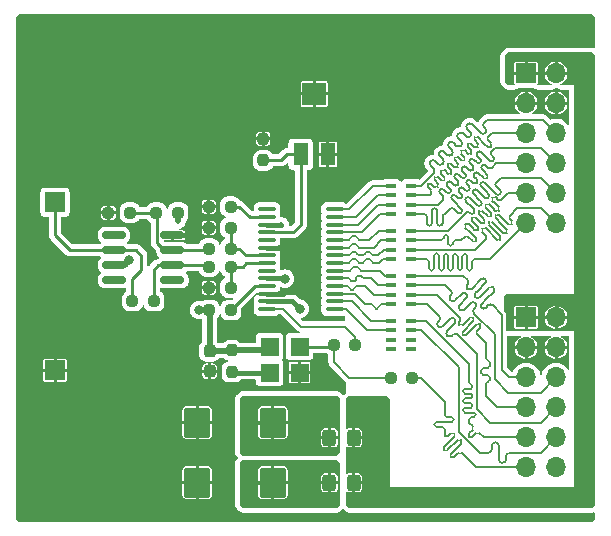
<source format=gbr>
G04 #@! TF.GenerationSoftware,KiCad,Pcbnew,7.0.6*
G04 #@! TF.CreationDate,2023-08-06T21:35:14+02:00*
G04 #@! TF.ProjectId,AD9744_Test,41443937-3434-45f5-9465-73742e6b6963,rev?*
G04 #@! TF.SameCoordinates,Original*
G04 #@! TF.FileFunction,Copper,L1,Top*
G04 #@! TF.FilePolarity,Positive*
%FSLAX46Y46*%
G04 Gerber Fmt 4.6, Leading zero omitted, Abs format (unit mm)*
G04 Created by KiCad (PCBNEW 7.0.6) date 2023-08-06 21:35:14*
%MOMM*%
%LPD*%
G01*
G04 APERTURE LIST*
G04 Aperture macros list*
%AMRoundRect*
0 Rectangle with rounded corners*
0 $1 Rounding radius*
0 $2 $3 $4 $5 $6 $7 $8 $9 X,Y pos of 4 corners*
0 Add a 4 corners polygon primitive as box body*
4,1,4,$2,$3,$4,$5,$6,$7,$8,$9,$2,$3,0*
0 Add four circle primitives for the rounded corners*
1,1,$1+$1,$2,$3*
1,1,$1+$1,$4,$5*
1,1,$1+$1,$6,$7*
1,1,$1+$1,$8,$9*
0 Add four rect primitives between the rounded corners*
20,1,$1+$1,$2,$3,$4,$5,0*
20,1,$1+$1,$4,$5,$6,$7,0*
20,1,$1+$1,$6,$7,$8,$9,0*
20,1,$1+$1,$8,$9,$2,$3,0*%
G04 Aperture macros list end*
G04 #@! TA.AperFunction,ComponentPad*
%ADD10R,1.700000X1.700000*%
G04 #@! TD*
G04 #@! TA.AperFunction,SMDPad,CuDef*
%ADD11RoundRect,0.250000X0.325000X0.450000X-0.325000X0.450000X-0.325000X-0.450000X0.325000X-0.450000X0*%
G04 #@! TD*
G04 #@! TA.AperFunction,SMDPad,CuDef*
%ADD12RoundRect,0.237500X-0.250000X-0.237500X0.250000X-0.237500X0.250000X0.237500X-0.250000X0.237500X0*%
G04 #@! TD*
G04 #@! TA.AperFunction,SMDPad,CuDef*
%ADD13R,0.900000X0.400000*%
G04 #@! TD*
G04 #@! TA.AperFunction,SMDPad,CuDef*
%ADD14R,1.600000X1.500000*%
G04 #@! TD*
G04 #@! TA.AperFunction,SMDPad,CuDef*
%ADD15RoundRect,0.237500X-0.237500X0.250000X-0.237500X-0.250000X0.237500X-0.250000X0.237500X0.250000X0*%
G04 #@! TD*
G04 #@! TA.AperFunction,SMDPad,CuDef*
%ADD16RoundRect,0.237500X-0.237500X0.300000X-0.237500X-0.300000X0.237500X-0.300000X0.237500X0.300000X0*%
G04 #@! TD*
G04 #@! TA.AperFunction,SMDPad,CuDef*
%ADD17RoundRect,0.237500X0.250000X0.237500X-0.250000X0.237500X-0.250000X-0.237500X0.250000X-0.237500X0*%
G04 #@! TD*
G04 #@! TA.AperFunction,SMDPad,CuDef*
%ADD18RoundRect,0.250000X0.875000X1.025000X-0.875000X1.025000X-0.875000X-1.025000X0.875000X-1.025000X0*%
G04 #@! TD*
G04 #@! TA.AperFunction,ComponentPad*
%ADD19O,1.700000X1.700000*%
G04 #@! TD*
G04 #@! TA.AperFunction,SMDPad,CuDef*
%ADD20R,1.300000X1.900000*%
G04 #@! TD*
G04 #@! TA.AperFunction,SMDPad,CuDef*
%ADD21R,2.000000X1.900000*%
G04 #@! TD*
G04 #@! TA.AperFunction,SMDPad,CuDef*
%ADD22RoundRect,0.150000X0.825000X0.150000X-0.825000X0.150000X-0.825000X-0.150000X0.825000X-0.150000X0*%
G04 #@! TD*
G04 #@! TA.AperFunction,SMDPad,CuDef*
%ADD23RoundRect,0.100000X0.637500X0.100000X-0.637500X0.100000X-0.637500X-0.100000X0.637500X-0.100000X0*%
G04 #@! TD*
G04 #@! TA.AperFunction,ViaPad*
%ADD24C,0.800000*%
G04 #@! TD*
G04 #@! TA.AperFunction,ViaPad*
%ADD25C,0.500000*%
G04 #@! TD*
G04 #@! TA.AperFunction,Conductor*
%ADD26C,0.254000*%
G04 #@! TD*
G04 #@! TA.AperFunction,Conductor*
%ADD27C,0.508000*%
G04 #@! TD*
G04 #@! TA.AperFunction,Conductor*
%ADD28C,0.381000*%
G04 #@! TD*
G04 #@! TA.AperFunction,Conductor*
%ADD29C,0.127000*%
G04 #@! TD*
G04 APERTURE END LIST*
D10*
G04 #@! TO.P,J3,1,Pin_1*
G04 #@! TO.N,Net-(J3-Pin_1)*
X114300000Y-91440000D03*
G04 #@! TD*
D11*
G04 #@! TO.P,FB2,1*
G04 #@! TO.N,+3.3V*
X139582000Y-115189000D03*
G04 #@! TO.P,FB2,2*
G04 #@! TO.N,VDD*
X137532000Y-115189000D03*
G04 #@! TD*
D12*
G04 #@! TO.P,R7,1*
G04 #@! TO.N,GND*
X127334000Y-98679000D03*
G04 #@! TO.P,R7,2*
G04 #@! TO.N,Net-(U1-IOUTA)*
X129159000Y-98679000D03*
G04 #@! TD*
D13*
G04 #@! TO.P,RN4,1,R1.1*
G04 #@! TO.N,Net-(RN4-R1.1)*
X142763500Y-101473000D03*
G04 #@! TO.P,RN4,2,R2.1*
G04 #@! TO.N,Net-(RN4-R2.1)*
X142763500Y-102273000D03*
G04 #@! TO.P,RN4,3,R3.1*
G04 #@! TO.N,unconnected-(RN4-R3.1-Pad3)*
X142763500Y-103073000D03*
G04 #@! TO.P,RN4,4,R4.1*
G04 #@! TO.N,unconnected-(RN4-R4.1-Pad4)*
X142763500Y-103873000D03*
G04 #@! TO.P,RN4,5,R4.2*
G04 #@! TO.N,unconnected-(RN4-R4.2-Pad5)*
X144463500Y-103873000D03*
G04 #@! TO.P,RN4,6,R3.2*
G04 #@! TO.N,unconnected-(RN4-R3.2-Pad6)*
X144463500Y-103073000D03*
G04 #@! TO.P,RN4,7,R2.2*
G04 #@! TO.N,/WFD13*
X144463500Y-102273000D03*
G04 #@! TO.P,RN4,8,R1.2*
G04 #@! TO.N,/WFD12*
X144463500Y-101473000D03*
G04 #@! TD*
D14*
G04 #@! TO.P,X1,1,~{ST}*
G04 #@! TO.N,Net-(X1-~{ST})*
X132461000Y-105875000D03*
G04 #@! TO.P,X1,2,GND*
G04 #@! TO.N,GND*
X135001000Y-105875000D03*
G04 #@! TO.P,X1,3,OUT*
G04 #@! TO.N,Net-(X1-OUT)*
X135001000Y-103675000D03*
G04 #@! TO.P,X1,4,VCC*
G04 #@! TO.N,/D3V3*
X132461000Y-103675000D03*
G04 #@! TD*
D10*
G04 #@! TO.P,J4,1,Pin_1*
G04 #@! TO.N,GND*
X114300000Y-105664000D03*
G04 #@! TD*
D12*
G04 #@! TO.P,R4,1*
G04 #@! TO.N,GND*
X127334000Y-91821000D03*
G04 #@! TO.P,R4,2*
G04 #@! TO.N,Net-(U1-REFLO)*
X129159000Y-91821000D03*
G04 #@! TD*
D15*
G04 #@! TO.P,R6,1*
G04 #@! TO.N,GND*
X131929500Y-86082500D03*
G04 #@! TO.P,R6,2*
G04 #@! TO.N,Net-(U1-FS_ADJ)*
X131929500Y-87907500D03*
G04 #@! TD*
D16*
G04 #@! TO.P,C3,1*
G04 #@! TO.N,/D3V3*
X127381000Y-104039500D03*
G04 #@! TO.P,C3,2*
G04 #@! TO.N,GND*
X127381000Y-105764500D03*
G04 #@! TD*
D13*
G04 #@! TO.P,RN3,1,R1.1*
G04 #@! TO.N,Net-(RN3-R1.1)*
X142763500Y-97663000D03*
G04 #@! TO.P,RN3,2,R2.1*
G04 #@! TO.N,Net-(RN3-R2.1)*
X142763500Y-98463000D03*
G04 #@! TO.P,RN3,3,R3.1*
G04 #@! TO.N,Net-(RN3-R3.1)*
X142763500Y-99263000D03*
G04 #@! TO.P,RN3,4,R4.1*
G04 #@! TO.N,Net-(RN3-R4.1)*
X142763500Y-100063000D03*
G04 #@! TO.P,RN3,5,R4.2*
G04 #@! TO.N,/WFD11*
X144463500Y-100063000D03*
G04 #@! TO.P,RN3,6,R3.2*
G04 #@! TO.N,/WFD10*
X144463500Y-99263000D03*
G04 #@! TO.P,RN3,7,R2.2*
G04 #@! TO.N,/WFD9*
X144463500Y-98463000D03*
G04 #@! TO.P,RN3,8,R1.2*
G04 #@! TO.N,/WFD8*
X144463500Y-97663000D03*
G04 #@! TD*
D17*
G04 #@! TO.P,R8,1*
G04 #@! TO.N,Net-(U1-IOUTB)*
X129159000Y-93599000D03*
G04 #@! TO.P,R8,2*
G04 #@! TO.N,GND*
X127334000Y-93599000D03*
G04 #@! TD*
G04 #@! TO.P,R5,1*
G04 #@! TO.N,Net-(U1-MODE)*
X129182500Y-100584000D03*
G04 #@! TO.P,R5,2*
G04 #@! TO.N,/D3V3*
X127357500Y-100584000D03*
G04 #@! TD*
G04 #@! TO.P,R11,1*
G04 #@! TO.N,Net-(U2-+)*
X120650000Y-92329000D03*
G04 #@! TO.P,R11,2*
G04 #@! TO.N,GND*
X118825000Y-92329000D03*
G04 #@! TD*
G04 #@! TO.P,R2,1*
G04 #@! TO.N,/WFCLK*
X144549500Y-106299000D03*
G04 #@! TO.P,R2,2*
G04 #@! TO.N,Net-(X1-OUT)*
X142724500Y-106299000D03*
G04 #@! TD*
D18*
G04 #@! TO.P,C4,1*
G04 #@! TO.N,/D3V3*
X132740000Y-110109000D03*
G04 #@! TO.P,C4,2*
G04 #@! TO.N,GND*
X126340000Y-110109000D03*
G04 #@! TD*
D10*
G04 #@! TO.P,J1,1,Pin_1*
G04 #@! TO.N,+3.3V*
X154178000Y-80518000D03*
D19*
G04 #@! TO.P,J1,2,Pin_2*
X156718000Y-80518000D03*
G04 #@! TO.P,J1,3,Pin_3*
G04 #@! TO.N,GND*
X154178000Y-83058000D03*
G04 #@! TO.P,J1,4,Pin_4*
X156718000Y-83058000D03*
G04 #@! TO.P,J1,5,Pin_5*
G04 #@! TO.N,/WFD1*
X154178000Y-85598000D03*
G04 #@! TO.P,J1,6,Pin_6*
G04 #@! TO.N,/WFD0*
X156718000Y-85598000D03*
G04 #@! TO.P,J1,7,Pin_7*
G04 #@! TO.N,/WFD3*
X154178000Y-88138000D03*
G04 #@! TO.P,J1,8,Pin_8*
G04 #@! TO.N,/WFD2*
X156718000Y-88138000D03*
G04 #@! TO.P,J1,9,Pin_9*
G04 #@! TO.N,/WFD5*
X154178000Y-90678000D03*
G04 #@! TO.P,J1,10,Pin_10*
G04 #@! TO.N,/WFD4*
X156718000Y-90678000D03*
G04 #@! TO.P,J1,11,Pin_11*
G04 #@! TO.N,/WFD7*
X154178000Y-93218000D03*
G04 #@! TO.P,J1,12,Pin_12*
G04 #@! TO.N,/WFD6*
X156718000Y-93218000D03*
G04 #@! TD*
D13*
G04 #@! TO.P,RN2,1,R1.1*
G04 #@! TO.N,Net-(RN2-R1.1)*
X142763500Y-93872000D03*
G04 #@! TO.P,RN2,2,R2.1*
G04 #@! TO.N,Net-(RN2-R2.1)*
X142763500Y-94672000D03*
G04 #@! TO.P,RN2,3,R3.1*
G04 #@! TO.N,Net-(RN2-R3.1)*
X142763500Y-95472000D03*
G04 #@! TO.P,RN2,4,R4.1*
G04 #@! TO.N,Net-(RN2-R4.1)*
X142763500Y-96272000D03*
G04 #@! TO.P,RN2,5,R4.2*
G04 #@! TO.N,/WFD7*
X144463500Y-96272000D03*
G04 #@! TO.P,RN2,6,R3.2*
G04 #@! TO.N,/WFD6*
X144463500Y-95472000D03*
G04 #@! TO.P,RN2,7,R2.2*
G04 #@! TO.N,/WFD5*
X144463500Y-94672000D03*
G04 #@! TO.P,RN2,8,R1.2*
G04 #@! TO.N,/WFD4*
X144463500Y-93872000D03*
G04 #@! TD*
D20*
G04 #@! TO.P,RV1,1,1*
G04 #@! TO.N,Net-(U1-FS_ADJ)*
X135097500Y-87386000D03*
D21*
G04 #@! TO.P,RV1,2,2*
G04 #@! TO.N,GND*
X136247500Y-82286000D03*
D20*
G04 #@! TO.P,RV1,3,3*
X137397500Y-87386000D03*
G04 #@! TD*
D11*
G04 #@! TO.P,FB1,1*
G04 #@! TO.N,+3.3V*
X139582000Y-111379000D03*
G04 #@! TO.P,FB1,2*
G04 #@! TO.N,/D3V3*
X137532000Y-111379000D03*
G04 #@! TD*
D10*
G04 #@! TO.P,J2,1,Pin_1*
G04 #@! TO.N,+3.3V*
X154178000Y-101208000D03*
D19*
G04 #@! TO.P,J2,2,Pin_2*
X156718000Y-101208000D03*
G04 #@! TO.P,J2,3,Pin_3*
G04 #@! TO.N,GND*
X154178000Y-103748000D03*
G04 #@! TO.P,J2,4,Pin_4*
X156718000Y-103748000D03*
G04 #@! TO.P,J2,5,Pin_5*
G04 #@! TO.N,/WFD8*
X154178000Y-106288000D03*
G04 #@! TO.P,J2,6,Pin_6*
G04 #@! TO.N,/WFD9*
X156718000Y-106288000D03*
G04 #@! TO.P,J2,7,Pin_7*
G04 #@! TO.N,/WFD10*
X154178000Y-108828000D03*
G04 #@! TO.P,J2,8,Pin_8*
G04 #@! TO.N,/WFD11*
X156718000Y-108828000D03*
G04 #@! TO.P,J2,9,Pin_9*
G04 #@! TO.N,/WFD12*
X154178000Y-111368000D03*
G04 #@! TO.P,J2,10,Pin_10*
G04 #@! TO.N,/WFD13*
X156718000Y-111368000D03*
G04 #@! TO.P,J2,11,Pin_11*
G04 #@! TO.N,/WFCLK*
X154178000Y-113908000D03*
G04 #@! TO.P,J2,12,Pin_12*
G04 #@! TO.N,unconnected-(J2-Pin_12-Pad12)*
X156718000Y-113908000D03*
G04 #@! TD*
D15*
G04 #@! TO.P,R1,1*
G04 #@! TO.N,/D3V3*
X129286000Y-103989500D03*
G04 #@! TO.P,R1,2*
G04 #@! TO.N,Net-(X1-~{ST})*
X129286000Y-105814500D03*
G04 #@! TD*
D17*
G04 #@! TO.P,R10,1*
G04 #@! TO.N,Net-(U1-IOUTB)*
X129159000Y-95377000D03*
G04 #@! TO.P,R10,2*
G04 #@! TO.N,Net-(U2-+)*
X127334000Y-95377000D03*
G04 #@! TD*
G04 #@! TO.P,R9,1*
G04 #@! TO.N,Net-(U1-IOUTA)*
X129159000Y-96901000D03*
G04 #@! TO.P,R9,2*
G04 #@! TO.N,Net-(U2--)*
X127334000Y-96901000D03*
G04 #@! TD*
G04 #@! TO.P,R3,1*
G04 #@! TO.N,Net-(U1-CLK)*
X139723500Y-103505000D03*
G04 #@! TO.P,R3,2*
G04 #@! TO.N,Net-(X1-OUT)*
X137898500Y-103505000D03*
G04 #@! TD*
D22*
G04 #@! TO.P,U2,1,NC*
G04 #@! TO.N,unconnected-(U2-NC-Pad1)*
X124244500Y-98044000D03*
G04 #@! TO.P,U2,2,-*
G04 #@! TO.N,Net-(U2--)*
X124244500Y-96774000D03*
G04 #@! TO.P,U2,3,+*
G04 #@! TO.N,Net-(U2-+)*
X124244500Y-95504000D03*
G04 #@! TO.P,U2,4,V-*
G04 #@! TO.N,GND*
X124244500Y-94234000D03*
G04 #@! TO.P,U2,5,NC*
G04 #@! TO.N,unconnected-(U2-NC-Pad5)*
X119294500Y-94234000D03*
G04 #@! TO.P,U2,6*
G04 #@! TO.N,Net-(J3-Pin_1)*
X119294500Y-95504000D03*
G04 #@! TO.P,U2,7,V+*
G04 #@! TO.N,VDD*
X119294500Y-96774000D03*
G04 #@! TO.P,U2,8,NC*
G04 #@! TO.N,unconnected-(U2-NC-Pad8)*
X119294500Y-98044000D03*
G04 #@! TD*
D12*
G04 #@! TO.P,R12,1*
G04 #@! TO.N,Net-(U2-+)*
X122889000Y-92329000D03*
G04 #@! TO.P,R12,2*
G04 #@! TO.N,VDD*
X124714000Y-92329000D03*
G04 #@! TD*
D13*
G04 #@! TO.P,RN1,1,R1.1*
G04 #@! TO.N,Net-(RN1-R1.1)*
X142763500Y-90043000D03*
G04 #@! TO.P,RN1,2,R2.1*
G04 #@! TO.N,Net-(RN1-R2.1)*
X142763500Y-90843000D03*
G04 #@! TO.P,RN1,3,R3.1*
G04 #@! TO.N,Net-(RN1-R3.1)*
X142763500Y-91643000D03*
G04 #@! TO.P,RN1,4,R4.1*
G04 #@! TO.N,Net-(RN1-R4.1)*
X142763500Y-92443000D03*
G04 #@! TO.P,RN1,5,R4.2*
G04 #@! TO.N,/WFD3*
X144463500Y-92443000D03*
G04 #@! TO.P,RN1,6,R3.2*
G04 #@! TO.N,/WFD2*
X144463500Y-91643000D03*
G04 #@! TO.P,RN1,7,R2.2*
G04 #@! TO.N,/WFD1*
X144463500Y-90843000D03*
G04 #@! TO.P,RN1,8,R1.2*
G04 #@! TO.N,/WFD0*
X144463500Y-90043000D03*
G04 #@! TD*
D23*
G04 #@! TO.P,U1,1,D13*
G04 #@! TO.N,Net-(RN4-R2.1)*
X137967000Y-100491000D03*
G04 #@! TO.P,U1,2,D12*
G04 #@! TO.N,Net-(RN4-R1.1)*
X137967000Y-99841000D03*
G04 #@! TO.P,U1,3,D11*
G04 #@! TO.N,Net-(RN3-R4.1)*
X137967000Y-99191000D03*
G04 #@! TO.P,U1,4,D10*
G04 #@! TO.N,Net-(RN3-R3.1)*
X137967000Y-98541000D03*
G04 #@! TO.P,U1,5,D9*
G04 #@! TO.N,Net-(RN3-R2.1)*
X137967000Y-97891000D03*
G04 #@! TO.P,U1,6,D8*
G04 #@! TO.N,Net-(RN3-R1.1)*
X137967000Y-97241000D03*
G04 #@! TO.P,U1,7,D7*
G04 #@! TO.N,Net-(RN2-R4.1)*
X137967000Y-96591000D03*
G04 #@! TO.P,U1,8,D6*
G04 #@! TO.N,Net-(RN2-R3.1)*
X137967000Y-95941000D03*
G04 #@! TO.P,U1,9,D5*
G04 #@! TO.N,Net-(RN2-R2.1)*
X137967000Y-95291000D03*
G04 #@! TO.P,U1,10,D4*
G04 #@! TO.N,Net-(RN2-R1.1)*
X137967000Y-94641000D03*
G04 #@! TO.P,U1,11,D3*
G04 #@! TO.N,Net-(RN1-R4.1)*
X137967000Y-93991000D03*
G04 #@! TO.P,U1,12,D2*
G04 #@! TO.N,Net-(RN1-R3.1)*
X137967000Y-93341000D03*
G04 #@! TO.P,U1,13,D1*
G04 #@! TO.N,Net-(RN1-R2.1)*
X137967000Y-92691000D03*
G04 #@! TO.P,U1,14,D0*
G04 #@! TO.N,Net-(RN1-R1.1)*
X137967000Y-92041000D03*
G04 #@! TO.P,U1,15,SLEEP*
G04 #@! TO.N,unconnected-(U1-SLEEP-Pad15)*
X132242000Y-92041000D03*
G04 #@! TO.P,U1,16,REFLO*
G04 #@! TO.N,Net-(U1-REFLO)*
X132242000Y-92691000D03*
G04 #@! TO.P,U1,17,REFIO*
G04 #@! TO.N,Net-(U1-REFIO)*
X132242000Y-93341000D03*
G04 #@! TO.P,U1,18,FS_ADJ*
G04 #@! TO.N,Net-(U1-FS_ADJ)*
X132242000Y-93991000D03*
G04 #@! TO.P,U1,19*
G04 #@! TO.N,N/C*
X132242000Y-94641000D03*
G04 #@! TO.P,U1,20,AGND*
G04 #@! TO.N,GND*
X132242000Y-95291000D03*
G04 #@! TO.P,U1,21,IOUTB*
G04 #@! TO.N,Net-(U1-IOUTB)*
X132242000Y-95941000D03*
G04 #@! TO.P,U1,22,IOUTA*
G04 #@! TO.N,Net-(U1-IOUTA)*
X132242000Y-96591000D03*
G04 #@! TO.P,U1,23*
G04 #@! TO.N,N/C*
X132242000Y-97241000D03*
G04 #@! TO.P,U1,24,AVDD*
G04 #@! TO.N,VDD*
X132242000Y-97891000D03*
G04 #@! TO.P,U1,25,MODE*
G04 #@! TO.N,Net-(U1-MODE)*
X132242000Y-98541000D03*
G04 #@! TO.P,U1,26,DGND*
G04 #@! TO.N,GND*
X132242000Y-99191000D03*
G04 #@! TO.P,U1,27,DVDD*
G04 #@! TO.N,/D3V3*
X132242000Y-99841000D03*
G04 #@! TO.P,U1,28,CLK*
G04 #@! TO.N,Net-(U1-CLK)*
X132242000Y-100491000D03*
G04 #@! TD*
D17*
G04 #@! TO.P,R13,1*
G04 #@! TO.N,Net-(U2--)*
X122682000Y-99822000D03*
G04 #@! TO.P,R13,2*
G04 #@! TO.N,Net-(J3-Pin_1)*
X120857000Y-99822000D03*
G04 #@! TD*
D18*
G04 #@! TO.P,C6,1*
G04 #@! TO.N,VDD*
X132740000Y-115189000D03*
G04 #@! TO.P,C6,2*
G04 #@! TO.N,GND*
X126340000Y-115189000D03*
G04 #@! TD*
D24*
G04 #@! TO.N,VDD*
X133758300Y-97917000D03*
D25*
X124714000Y-93067500D03*
D24*
X130683000Y-116459000D03*
X130683000Y-114046000D03*
X120601100Y-96367600D03*
X130683000Y-115189000D03*
G04 #@! TO.N,GND*
X135180700Y-97942400D03*
X126087500Y-98679000D03*
X117451500Y-92329000D03*
X137287000Y-106045000D03*
X128397000Y-116459000D03*
X133961500Y-95250000D03*
X136271000Y-84074000D03*
X126087500Y-91821000D03*
X128397000Y-115189000D03*
X128397000Y-108966000D03*
X128397000Y-110109000D03*
X128397000Y-114046000D03*
X125960500Y-94234000D03*
X128397000Y-111252000D03*
G04 #@! TO.N,/D3V3*
X135001000Y-100457000D03*
X130683000Y-111252000D03*
X130683000Y-110109000D03*
X130683000Y-108966000D03*
X126492000Y-100584000D03*
D25*
G04 #@! TO.N,Net-(U1-REFIO)*
X133453500Y-93345000D03*
G04 #@! TD*
D26*
G04 #@! TO.N,VDD*
X130683000Y-115189000D02*
X130683000Y-116459000D01*
X132740000Y-115189000D02*
X130683000Y-115189000D01*
X130683000Y-115189000D02*
X130683000Y-114046000D01*
D27*
X120194700Y-96774000D02*
X119294500Y-96774000D01*
X120601100Y-96367600D02*
X120194700Y-96774000D01*
D28*
X133758300Y-97917000D02*
X133732300Y-97891000D01*
X133732300Y-97891000D02*
X132242000Y-97891000D01*
D27*
X124714000Y-93067500D02*
X124714000Y-92329000D01*
D29*
G04 #@! TO.N,GND*
X135001000Y-105875000D02*
X137117000Y-105875000D01*
D28*
X132242000Y-99191000D02*
X133576500Y-99191000D01*
X132242000Y-95291000D02*
X133920500Y-95291000D01*
D29*
X128397000Y-110109000D02*
X128397000Y-108966000D01*
D28*
X124244500Y-94234000D02*
X125960500Y-94234000D01*
D29*
X128397000Y-115189000D02*
X128397000Y-116459000D01*
X126340000Y-110109000D02*
X128397000Y-110109000D01*
X137117000Y-105875000D02*
X137287000Y-106045000D01*
X128397000Y-110109000D02*
X128397000Y-111252000D01*
D28*
X133576500Y-99191000D02*
X133834500Y-98933000D01*
X134190100Y-98933000D02*
X135180700Y-97942400D01*
D29*
X127334000Y-98679000D02*
X126087500Y-98679000D01*
X136247500Y-84050500D02*
X136271000Y-84074000D01*
X136247500Y-82286000D02*
X136247500Y-84050500D01*
X127334000Y-91821000D02*
X126087500Y-91821000D01*
X128397000Y-115189000D02*
X128397000Y-114046000D01*
D28*
X133920500Y-95291000D02*
X133961500Y-95250000D01*
D29*
X126340000Y-115189000D02*
X128397000Y-115189000D01*
D28*
X133834500Y-98933000D02*
X134190100Y-98933000D01*
D29*
X118825000Y-92329000D02*
X117451500Y-92329000D01*
D27*
G04 #@! TO.N,/D3V3*
X129236000Y-104039500D02*
X129286000Y-103989500D01*
X132146500Y-103989500D02*
X132461000Y-103675000D01*
D26*
X130683000Y-110109000D02*
X130683000Y-111252000D01*
X132740000Y-110109000D02*
X130683000Y-110109000D01*
D27*
X127381000Y-104039500D02*
X127381000Y-100607500D01*
X127381000Y-100607500D02*
X127357500Y-100584000D01*
D26*
X130683000Y-110109000D02*
X130683000Y-108966000D01*
D28*
X135001000Y-100457000D02*
X134385000Y-99841000D01*
X134385000Y-99841000D02*
X132242000Y-99841000D01*
D27*
X129286000Y-103989500D02*
X132146500Y-103989500D01*
X127381000Y-104039500D02*
X129236000Y-104039500D01*
D28*
G04 #@! TO.N,Net-(U1-REFIO)*
X132242000Y-93341000D02*
X133449500Y-93341000D01*
X133449500Y-93341000D02*
X133453500Y-93345000D01*
D26*
G04 #@! TO.N,Net-(U1-IOUTB)*
X129897500Y-95377000D02*
X129159000Y-95377000D01*
X129159000Y-95377000D02*
X129159000Y-93599000D01*
X130461500Y-95941000D02*
X129897500Y-95377000D01*
X132242000Y-95941000D02*
X130461500Y-95941000D01*
G04 #@! TO.N,Net-(U1-IOUTA)*
X129159000Y-96901000D02*
X129159000Y-98679000D01*
X130175000Y-96901000D02*
X129159000Y-96901000D01*
X130485000Y-96591000D02*
X130175000Y-96901000D01*
X132242000Y-96591000D02*
X130485000Y-96591000D01*
D29*
G04 #@! TO.N,/WFD0*
X148427077Y-86014256D02*
X148677455Y-86264634D01*
X147121818Y-88209179D02*
X147121819Y-88209181D01*
X150342018Y-85595744D02*
X149593804Y-84847530D01*
X149066363Y-85875727D02*
X149066364Y-85875727D01*
X148288545Y-86653545D02*
X148288546Y-86653545D01*
X149204894Y-85236439D02*
X149455272Y-85486817D01*
X146732909Y-88209181D02*
X146732910Y-88209181D01*
X150621999Y-85097910D02*
X150730925Y-85206836D01*
X147899636Y-87431361D02*
X147899637Y-87431360D01*
X147649258Y-86403167D02*
X147649259Y-86403166D01*
X150622000Y-85097910D02*
X150621999Y-85097910D01*
X147649259Y-86792074D02*
X147899637Y-87042452D01*
X156718000Y-85598000D02*
X155575000Y-84455000D01*
X146093680Y-87958859D02*
X146093680Y-87958860D01*
X147510728Y-87431363D02*
X147260388Y-87181023D01*
X148427076Y-85625349D02*
X148427077Y-85625348D01*
X150730925Y-85595744D02*
X150730926Y-85595744D01*
X146871479Y-87569931D02*
X147121818Y-87820270D01*
X146093680Y-88347768D02*
X146344000Y-88598088D01*
X146344001Y-88986997D02*
X146344000Y-88986997D01*
X148677455Y-86653542D02*
X148677455Y-86653545D01*
X146871479Y-87181022D02*
X146871479Y-87181023D01*
X148677454Y-86653543D02*
X148677455Y-86653542D01*
X150876000Y-84455000D02*
X150622000Y-84709000D01*
X149455272Y-85875725D02*
X149455273Y-85875727D01*
X149204893Y-85236439D02*
X149204894Y-85236439D01*
X146344000Y-88986997D02*
X145288000Y-90043000D01*
X147121819Y-88209179D02*
X147121818Y-88209179D01*
X155575000Y-84455000D02*
X150876000Y-84455000D01*
X146732910Y-88209181D02*
X146482589Y-87958860D01*
X149204896Y-84847530D02*
X149204894Y-84847530D01*
X147510727Y-87431363D02*
X147510728Y-87431363D01*
X148288546Y-86653545D02*
X148038167Y-86403166D01*
X149066364Y-85875727D02*
X148815985Y-85625348D01*
X149455271Y-85875726D02*
X149455272Y-85875725D01*
X145288000Y-90043000D02*
X144463500Y-90043000D01*
X147899637Y-87431360D02*
X147899637Y-87431363D01*
X150730935Y-85595754D02*
G75*
G03*
X150730925Y-85206836I-194435J194454D01*
G01*
X148815954Y-85625379D02*
G75*
G03*
X148427076Y-85625349I-194454J-194421D01*
G01*
X147121794Y-88209154D02*
G75*
G03*
X147121818Y-87820270I-194394J194454D01*
G01*
X150622046Y-84709046D02*
G75*
G03*
X150622001Y-85097909I194454J-194454D01*
G01*
X150342018Y-85595744D02*
G75*
G03*
X150730926Y-85595744I194454J194452D01*
G01*
X147260355Y-87181056D02*
G75*
G03*
X146871479Y-87181022I-194455J-194444D01*
G01*
X148677466Y-86653555D02*
G75*
G03*
X148677455Y-86264634I-194466J194455D01*
G01*
X146732910Y-88209180D02*
G75*
G03*
X147121818Y-88209180I194454J194454D01*
G01*
X147649239Y-86403146D02*
G75*
G03*
X147649259Y-86792074I194461J-194454D01*
G01*
X146482555Y-87958894D02*
G75*
G03*
X146093680Y-87958859I-194455J-194406D01*
G01*
X147510728Y-87431362D02*
G75*
G03*
X147899636Y-87431362I194454J194454D01*
G01*
X149455299Y-85875754D02*
G75*
G03*
X149455271Y-85486818I-194499J194454D01*
G01*
X149066364Y-85875726D02*
G75*
G03*
X149455272Y-85875726I194454J194454D01*
G01*
X146343958Y-88986954D02*
G75*
G03*
X146344000Y-88598088I-194458J194454D01*
G01*
X146093666Y-87958846D02*
G75*
G03*
X146093680Y-88347768I194434J-194454D01*
G01*
X149204909Y-84847545D02*
G75*
G03*
X149204893Y-85236439I194391J-194455D01*
G01*
X148427076Y-85625347D02*
G75*
G03*
X148427078Y-86014255I194424J-194453D01*
G01*
X148038154Y-86403179D02*
G75*
G03*
X147649258Y-86403167I-194454J-194421D01*
G01*
X148288546Y-86653544D02*
G75*
G03*
X148677454Y-86653544I194454J194454D01*
G01*
X146871503Y-87181047D02*
G75*
G03*
X146871480Y-87569930I194397J-194453D01*
G01*
X149593803Y-84847531D02*
G75*
G03*
X149204897Y-84847531I-194453J-194455D01*
G01*
X147899630Y-87431355D02*
G75*
G03*
X147899637Y-87042452I-194430J194455D01*
G01*
G04 #@! TO.N,/WFD1*
X146994128Y-88758361D02*
X146994129Y-88758360D01*
X146994129Y-89041202D02*
X147262541Y-89309614D01*
X149525284Y-87329713D02*
X149525285Y-87329712D01*
X146696854Y-90158143D02*
X146696855Y-90158145D01*
X146012000Y-90843000D02*
X144463500Y-90843000D01*
X146979697Y-89592459D02*
X146979698Y-89592459D01*
X145862728Y-90172546D02*
X146131168Y-90440986D01*
X149822627Y-86212843D02*
X149822628Y-86212843D01*
X149808127Y-86764029D02*
X149808128Y-86764029D01*
X148959598Y-87895399D02*
X148959599Y-87895401D01*
X149525285Y-87329712D02*
X149525285Y-87329715D01*
X149822629Y-85930000D02*
X149822628Y-85930000D01*
X146414012Y-90158145D02*
X146145571Y-89889704D01*
X146979698Y-89592459D02*
X146711262Y-89324023D01*
X148111069Y-88461087D02*
X148111070Y-88461087D01*
X148691230Y-87061345D02*
X148691230Y-87061346D01*
X149256929Y-86778514D02*
X149525285Y-87046870D01*
X146428420Y-89324023D02*
X146428419Y-89324023D01*
X146131168Y-90723829D02*
X146012000Y-90843000D01*
X147262541Y-89592456D02*
X147262541Y-89592459D01*
X149242442Y-87329715D02*
X148974073Y-87061346D01*
X147545383Y-89026773D02*
X147545384Y-89026773D01*
X147559830Y-88475531D02*
X147828227Y-88743928D01*
X150090969Y-86764028D02*
X150090970Y-86764027D01*
X151207877Y-86749564D02*
X151207877Y-86749563D01*
X149808128Y-86764029D02*
X149539771Y-86495672D01*
X148676755Y-87895401D02*
X148676756Y-87895401D01*
X149242441Y-87329715D02*
X149242442Y-87329715D01*
X149822628Y-86212843D02*
X150090970Y-86481185D01*
X148125530Y-87909859D02*
X148393913Y-88178242D01*
X148691230Y-87344188D02*
X148959598Y-87612556D01*
X150656659Y-86481187D02*
X150105472Y-85930000D01*
X147545384Y-89026773D02*
X147276971Y-88758360D01*
X150939499Y-86198344D02*
X151207876Y-86466721D01*
X150925035Y-86749563D02*
X150656659Y-86481187D01*
X154178000Y-85598000D02*
X151257000Y-85598000D01*
X146428419Y-89606865D02*
X146696854Y-89875300D01*
X145862729Y-89889704D02*
X145862728Y-89889704D01*
X146696854Y-90158142D02*
X146696854Y-90158143D01*
X146131168Y-90723828D02*
X146131168Y-90723829D01*
X148111070Y-88461087D02*
X147842672Y-88192689D01*
X148125529Y-87627018D02*
X148125530Y-87627017D01*
X147559829Y-88192690D02*
X147559830Y-88192689D01*
X151257000Y-85598000D02*
X150939500Y-85915500D01*
X150090970Y-86764027D02*
X150090971Y-86764029D01*
X147828226Y-89026771D02*
X147828227Y-89026770D01*
X150939500Y-86198344D02*
X150939499Y-86198344D01*
X149256928Y-86495673D02*
X149256929Y-86495672D01*
X147262540Y-89592457D02*
X147262541Y-89592456D01*
X147828227Y-89026770D02*
X147828227Y-89026773D01*
X149822630Y-85930000D02*
X149822629Y-85930000D01*
X148393913Y-88461084D02*
X148393913Y-88461087D01*
X148676756Y-87895401D02*
X148408372Y-87627017D01*
X148959599Y-87895399D02*
X148959598Y-87895399D01*
X148393912Y-88461085D02*
X148393913Y-88461084D01*
X146414011Y-90158145D02*
X146414012Y-90158145D01*
X146696832Y-90158120D02*
G75*
G03*
X146696853Y-89875301I-141432J141420D01*
G01*
X149822606Y-85929978D02*
G75*
G03*
X149822627Y-86212843I141394J-141422D01*
G01*
X147277021Y-88758310D02*
G75*
G03*
X146994128Y-88758361I-141421J-141490D01*
G01*
X147559820Y-88192679D02*
G75*
G03*
X147559830Y-88475531I141480J-141421D01*
G01*
X146145570Y-89889705D02*
G75*
G03*
X145862730Y-89889705I-141420J-141422D01*
G01*
X149539820Y-86495623D02*
G75*
G03*
X149256929Y-86495674I-141420J-141477D01*
G01*
X148959621Y-87895421D02*
G75*
G03*
X148959598Y-87612556I-141421J141421D01*
G01*
X148408421Y-87626968D02*
G75*
G03*
X148125529Y-87627018I-141421J-141432D01*
G01*
X149256937Y-86495680D02*
G75*
G03*
X149256930Y-86778513I141463J-141420D01*
G01*
X146994148Y-88758379D02*
G75*
G03*
X146994129Y-89041202I141452J-141421D01*
G01*
X149808128Y-86764028D02*
G75*
G03*
X150090970Y-86764028I141421J141421D01*
G01*
X149242442Y-87329714D02*
G75*
G03*
X149525284Y-87329714I141421J141421D01*
G01*
X149525293Y-87329722D02*
G75*
G03*
X149525285Y-87046870I-141393J141422D01*
G01*
X146131160Y-90723820D02*
G75*
G03*
X146131167Y-90440987I-141460J141420D01*
G01*
X150105471Y-85930001D02*
G75*
G03*
X149822631Y-85930001I-141420J-141422D01*
G01*
X147545384Y-89026772D02*
G75*
G03*
X147828226Y-89026772I141421J141421D01*
G01*
X145862703Y-89889679D02*
G75*
G03*
X145862728Y-90172546I141497J-141421D01*
G01*
X146428375Y-89323979D02*
G75*
G03*
X146428419Y-89606865I141425J-141421D01*
G01*
X148393949Y-88461122D02*
G75*
G03*
X148393913Y-88178242I-141449J141422D01*
G01*
X147828177Y-89026722D02*
G75*
G03*
X147828227Y-88743928I-141377J141422D01*
G01*
X147262504Y-89592421D02*
G75*
G03*
X147262540Y-89309615I-141404J141421D01*
G01*
X151207833Y-86749520D02*
G75*
G03*
X151207875Y-86466722I-141333J141420D01*
G01*
X147842721Y-88192640D02*
G75*
G03*
X147559829Y-88192690I-141421J-141460D01*
G01*
X148111070Y-88461086D02*
G75*
G03*
X148393912Y-88461086I141421J141421D01*
G01*
X146711261Y-89324024D02*
G75*
G03*
X146428421Y-89324024I-141420J-141422D01*
G01*
X146979698Y-89592458D02*
G75*
G03*
X147262540Y-89592458I141421J141421D01*
G01*
X150939479Y-85915479D02*
G75*
G03*
X150939501Y-86198343I141421J-141421D01*
G01*
X148691264Y-87061380D02*
G75*
G03*
X148691231Y-87344187I141436J-141420D01*
G01*
X146414012Y-90158144D02*
G75*
G03*
X146696854Y-90158144I141421J141421D01*
G01*
X148676756Y-87895400D02*
G75*
G03*
X148959598Y-87895400I141421J141421D01*
G01*
X148974122Y-87061297D02*
G75*
G03*
X148691230Y-87061345I-141422J-141503D01*
G01*
X150090962Y-86764021D02*
G75*
G03*
X150090969Y-86481186I-141462J141421D01*
G01*
X148125492Y-87626979D02*
G75*
G03*
X148125530Y-87909859I141508J-141421D01*
G01*
X150925035Y-86749563D02*
G75*
G03*
X151207877Y-86749563I141421J141419D01*
G01*
G04 #@! TO.N,/WFD2*
X150938802Y-87758400D02*
X150385619Y-87205217D01*
X149666006Y-88712993D02*
X149666006Y-88712994D01*
X151257000Y-87440200D02*
X151256999Y-87440200D01*
X149029608Y-89349389D02*
X149029609Y-89349390D01*
X147120418Y-91258581D02*
X146736000Y-91643000D01*
X149984203Y-88076597D02*
X149984204Y-88076597D01*
X149029609Y-89349390D02*
X149029609Y-89349391D01*
X150302403Y-88076596D02*
X150302403Y-88076597D01*
X151256999Y-87440200D02*
X151421262Y-87604463D01*
X148075013Y-89985788D02*
X147840037Y-89750812D01*
X148393212Y-89985787D02*
X148393212Y-89985788D01*
X148158229Y-89432606D02*
X148393211Y-89667588D01*
X148711409Y-89349391D02*
X148711410Y-89349391D01*
X149984204Y-88076597D02*
X149749221Y-87841614D01*
X151103064Y-87922662D02*
X150938802Y-87758400D01*
X151421262Y-87922661D02*
X151421262Y-87922662D01*
X149347806Y-88712994D02*
X149347807Y-88712994D01*
X150067421Y-87205217D02*
X150067420Y-87205217D01*
X147521839Y-90069010D02*
X147756814Y-90303985D01*
X150067420Y-87523415D02*
X150302402Y-87758397D01*
X148393211Y-89985786D02*
X148393212Y-89985787D01*
X150302402Y-88076595D02*
X150302403Y-88076596D01*
X147756815Y-90622184D02*
X147756815Y-90622185D01*
X146885435Y-90705400D02*
X147120417Y-90940382D01*
X155448000Y-86868000D02*
X151511000Y-86868000D01*
X149666005Y-88712992D02*
X149666006Y-88712993D01*
X149347807Y-88712994D02*
X149112824Y-88478011D01*
X156718000Y-88138000D02*
X155448000Y-86868000D01*
X148794626Y-88796209D02*
X149029608Y-89031191D01*
X147438616Y-90622185D02*
X147203633Y-90387202D01*
X148075012Y-89985788D02*
X148075013Y-89985788D01*
X147120417Y-91258580D02*
X147120418Y-91258581D01*
X147756814Y-90622183D02*
X147756815Y-90622184D01*
X149431023Y-88159812D02*
X149666005Y-88394794D01*
X146736000Y-91643000D02*
X144463500Y-91643000D01*
X147438615Y-90622185D02*
X147438616Y-90622185D01*
X148711410Y-89349391D02*
X148476427Y-89114408D01*
X151511000Y-86868000D02*
X151257000Y-87122000D01*
X151103065Y-87922661D02*
G75*
G03*
X151421261Y-87922661I159098J159098D01*
G01*
X148711409Y-89349391D02*
G75*
G03*
X149029609Y-89349391I159100J159101D01*
G01*
X149112823Y-88478012D02*
G75*
G03*
X148794627Y-88478012I-159098J-159098D01*
G01*
X147438615Y-90622185D02*
G75*
G03*
X147756815Y-90622185I159100J159101D01*
G01*
X150385618Y-87205218D02*
G75*
G03*
X150067422Y-87205218I-159098J-159098D01*
G01*
X147120436Y-91258599D02*
G75*
G03*
X147120417Y-90940382I-159136J159099D01*
G01*
X149431010Y-87841601D02*
G75*
G03*
X149431023Y-88159812I159090J-159099D01*
G01*
X151421300Y-87922699D02*
G75*
G03*
X151421262Y-87604463I-159100J159099D01*
G01*
X149984203Y-88076597D02*
G75*
G03*
X150302403Y-88076597I159100J159101D01*
G01*
X149666012Y-88712999D02*
G75*
G03*
X149666005Y-88394794I-159112J159099D01*
G01*
X148075012Y-89985788D02*
G75*
G03*
X148393212Y-89985788I159100J159101D01*
G01*
X147756829Y-90622198D02*
G75*
G03*
X147756813Y-90303986I-159129J159098D01*
G01*
X150302405Y-88076598D02*
G75*
G03*
X150302401Y-87758398I-159105J159098D01*
G01*
X148794616Y-88478001D02*
G75*
G03*
X148794626Y-88796209I159084J-159099D01*
G01*
X149029618Y-89349399D02*
G75*
G03*
X149029608Y-89031191I-159118J159099D01*
G01*
X149347806Y-88712994D02*
G75*
G03*
X149666006Y-88712994I159100J159101D01*
G01*
X149749220Y-87841615D02*
G75*
G03*
X149431024Y-87841615I-159098J-159098D01*
G01*
X147840036Y-89750813D02*
G75*
G03*
X147521840Y-89750813I-159098J-159098D01*
G01*
X146885434Y-90387201D02*
G75*
G03*
X146885435Y-90705400I159066J-159099D01*
G01*
X148393224Y-89985799D02*
G75*
G03*
X148393211Y-89667588I-159124J159099D01*
G01*
X148158222Y-89114401D02*
G75*
G03*
X148158229Y-89432606I159078J-159099D01*
G01*
X147203632Y-90387203D02*
G75*
G03*
X146885436Y-90387203I-159098J-159098D01*
G01*
X150067405Y-87205202D02*
G75*
G03*
X150067421Y-87523414I159095J-159098D01*
G01*
X151257000Y-87122000D02*
G75*
G03*
X151257000Y-87440200I159100J-159100D01*
G01*
X147521829Y-89750802D02*
G75*
G03*
X147521840Y-90069009I159071J-159098D01*
G01*
X148476426Y-89114409D02*
G75*
G03*
X148158230Y-89114409I-159098J-159098D01*
G01*
G04 #@! TO.N,/WFD3*
X148711409Y-91064588D02*
X148711410Y-91064589D01*
X150900221Y-89357855D02*
X150900221Y-89357856D01*
X148393211Y-91064590D02*
X148221517Y-90892896D01*
X150938800Y-88519000D02*
X150938801Y-88519000D01*
X148706354Y-92332328D02*
X148706352Y-92332331D01*
X146208000Y-92443000D02*
X146208000Y-93210831D01*
X146208000Y-92175150D02*
X146208000Y-92443000D01*
X149984203Y-89791794D02*
X149984204Y-89791795D01*
X148711410Y-91064589D02*
X148711410Y-91064590D01*
X150938801Y-88519000D02*
X150767101Y-88347300D01*
X149666005Y-89791796D02*
X149494305Y-89620096D01*
X150620601Y-88837197D02*
X150900222Y-89116818D01*
X147108000Y-92668000D02*
X147108000Y-93210831D01*
X148075011Y-91382787D02*
X148706354Y-92014130D01*
X147756813Y-92019188D02*
X147333000Y-92443000D01*
X149812510Y-89301903D02*
X149984203Y-89473596D01*
X146658000Y-92668000D02*
X146658000Y-92175150D01*
X148539710Y-90574691D02*
X148711409Y-90746390D01*
X145533000Y-92443000D02*
X145147837Y-92443000D01*
X150582023Y-89435017D02*
X150582022Y-89435019D01*
X149347806Y-90428191D02*
X149347807Y-90428192D01*
X154178000Y-88138000D02*
X151638000Y-88138000D01*
X149176107Y-89938294D02*
X149347806Y-90109993D01*
X149029607Y-90428193D02*
X149029608Y-90428193D01*
X150448903Y-88347300D02*
X150448902Y-88347300D01*
X150582022Y-89435019D02*
X150130709Y-88983705D01*
X149666004Y-89791796D02*
X149666005Y-89791796D01*
X148393210Y-91064590D02*
X148393211Y-91064590D01*
X147903318Y-91211094D02*
X148075011Y-91382787D01*
X147903319Y-90892896D02*
X147903318Y-90892896D01*
X145758000Y-93210831D02*
X145758000Y-92668000D01*
X149347807Y-90428192D02*
X149347807Y-90428193D01*
X150900221Y-89357856D02*
X150823060Y-89435018D01*
X150448902Y-88665498D02*
X150620601Y-88837197D01*
X149029608Y-90428193D02*
X148857908Y-90256493D01*
X147756814Y-92019189D02*
X147756813Y-92019188D01*
X149812511Y-88983705D02*
X149812510Y-88983705D01*
X145147837Y-92443000D02*
X144463500Y-92443000D01*
X148388154Y-92332331D02*
X148075012Y-92019189D01*
X146658000Y-93210831D02*
X146658000Y-92668000D01*
X151638000Y-88138000D02*
X151257000Y-88519000D01*
X149984204Y-89791795D02*
X149984204Y-89791796D01*
X148706325Y-92332299D02*
G75*
G03*
X148706354Y-92014130I-159025J159099D01*
G01*
X150581982Y-89435058D02*
G75*
G03*
X150823059Y-89435017I120518J120558D01*
G01*
X148711419Y-91064598D02*
G75*
G03*
X148711408Y-90746391I-159119J159098D01*
G01*
X148221516Y-90892897D02*
G75*
G03*
X147903320Y-90892897I-159098J-159098D01*
G01*
X147333000Y-92443000D02*
G75*
G03*
X147108000Y-92668000I0J-225000D01*
G01*
X149494304Y-89620097D02*
G75*
G03*
X149176108Y-89620097I-159098J-159098D01*
G01*
X148075011Y-92019190D02*
G75*
G03*
X147756815Y-92019190I-159098J-159098D01*
G01*
X145983000Y-93435800D02*
G75*
G03*
X146208000Y-93210831I0J225000D01*
G01*
X149812506Y-88983701D02*
G75*
G03*
X149812510Y-89301903I159094J-159099D01*
G01*
X150130708Y-88983706D02*
G75*
G03*
X149812512Y-88983706I-159098J-159098D01*
G01*
X145757969Y-93210831D02*
G75*
G03*
X145983000Y-93435831I225031J31D01*
G01*
X148393210Y-91064590D02*
G75*
G03*
X148711410Y-91064590I159100J159101D01*
G01*
X147903323Y-90892901D02*
G75*
G03*
X147903318Y-91211094I159077J-159099D01*
G01*
X148388155Y-92332330D02*
G75*
G03*
X148706351Y-92332330I159098J159098D01*
G01*
X149347814Y-90428199D02*
G75*
G03*
X149347806Y-90109993I-159114J159099D01*
G01*
X146433000Y-91950200D02*
G75*
G03*
X146208000Y-92175150I0J-225000D01*
G01*
X146658050Y-92175150D02*
G75*
G03*
X146433000Y-91950150I-225050J-50D01*
G01*
X145758000Y-92668000D02*
G75*
G03*
X145533000Y-92443000I-225000J0D01*
G01*
X146883000Y-93435800D02*
G75*
G03*
X147108000Y-93210831I0J225000D01*
G01*
X146657969Y-93210831D02*
G75*
G03*
X146883000Y-93435831I225031J31D01*
G01*
X150767100Y-88347301D02*
G75*
G03*
X150448904Y-88347301I-159098J-159098D01*
G01*
X149984208Y-89791799D02*
G75*
G03*
X149984203Y-89473596I-159108J159099D01*
G01*
X149029607Y-90428193D02*
G75*
G03*
X149347807Y-90428193I159100J159101D01*
G01*
X150448903Y-88347301D02*
G75*
G03*
X150448902Y-88665498I159097J-159099D01*
G01*
X148539719Y-90256502D02*
G75*
G03*
X148539711Y-90574690I159081J-159098D01*
G01*
X149176112Y-89620101D02*
G75*
G03*
X149176107Y-89938294I159088J-159099D01*
G01*
X148857907Y-90256494D02*
G75*
G03*
X148539711Y-90256494I-159098J-159098D01*
G01*
X150900185Y-89357819D02*
G75*
G03*
X150900222Y-89116818I-120485J120519D01*
G01*
X150938800Y-88519000D02*
G75*
G03*
X151257000Y-88519000I159100J159101D01*
G01*
X149666004Y-89791796D02*
G75*
G03*
X149984204Y-89791796I159100J159101D01*
G01*
G04 #@! TO.N,/WFD4*
X151160701Y-90266299D02*
X150692717Y-89798315D01*
X149092413Y-92334590D02*
X149092412Y-92334589D01*
X150041086Y-91692271D02*
X149887909Y-91539094D01*
X150842502Y-90584496D02*
X150995680Y-90737674D01*
X150206106Y-91220892D02*
X150359285Y-91374071D01*
X156718000Y-90678000D02*
X155448000Y-89408000D01*
X151664050Y-90769651D02*
X151319801Y-90425402D01*
X149754860Y-92360636D02*
X149754858Y-92360639D01*
X151160701Y-90266302D02*
X151160701Y-90266299D01*
X151982250Y-90769648D02*
X151982248Y-90769651D01*
X150677482Y-91055873D02*
X150677482Y-91055872D01*
X149569710Y-91857288D02*
X149754860Y-92042438D01*
X149101722Y-91389300D02*
X149569710Y-91857288D01*
X149887909Y-91539091D02*
X149419920Y-91071102D01*
X150995680Y-91044026D02*
X150983834Y-91055873D01*
X149738123Y-90752909D02*
X150206106Y-91220892D01*
X151982250Y-90769649D02*
X151982250Y-90769648D01*
X150677482Y-91055872D02*
X150056321Y-90434711D01*
X147555000Y-93872000D02*
X144463500Y-93872000D01*
X151637999Y-90107200D02*
X151982249Y-90451450D01*
X155448000Y-89408000D02*
X152019000Y-89408000D01*
X150374519Y-90116513D02*
X150842502Y-90584496D01*
X150995679Y-91044027D02*
X150995680Y-91044026D01*
X149101721Y-91071103D02*
X149101722Y-91071102D01*
X150359285Y-91680427D02*
X150347442Y-91692271D01*
X152019000Y-89408000D02*
X151638000Y-89789000D01*
X149887909Y-91539094D02*
X149887909Y-91539091D01*
X149436660Y-92360639D02*
X149410611Y-92334590D01*
X149092412Y-92334589D02*
X147555000Y-93872000D01*
X151638000Y-90107200D02*
X151637999Y-90107200D01*
X151319801Y-90425402D02*
X151160701Y-90266302D01*
X150359236Y-91680377D02*
G75*
G03*
X150359284Y-91374072I-153136J153177D01*
G01*
X151982199Y-90769598D02*
G75*
G03*
X151982248Y-90451451I-158999J159098D01*
G01*
X149436661Y-92360638D02*
G75*
G03*
X149754857Y-92360638I159098J159098D01*
G01*
X149754823Y-92360599D02*
G75*
G03*
X149754860Y-92042438I-159023J159099D01*
G01*
X149410610Y-92334591D02*
G75*
G03*
X149092414Y-92334591I-159098J-159098D01*
G01*
X150995629Y-91043977D02*
G75*
G03*
X150995680Y-90737674I-153129J153177D01*
G01*
X150692716Y-89798316D02*
G75*
G03*
X150374520Y-89798316I-159098J-159098D01*
G01*
X149101722Y-91071102D02*
G75*
G03*
X149101723Y-91389299I159078J-159098D01*
G01*
X150056320Y-90434712D02*
G75*
G03*
X149738124Y-90434712I-159098J-159098D01*
G01*
X150374505Y-89798301D02*
G75*
G03*
X150374519Y-90116513I159095J-159099D01*
G01*
X150677483Y-91055872D02*
G75*
G03*
X150983833Y-91055872I153175J153174D01*
G01*
X151664051Y-90769650D02*
G75*
G03*
X151982247Y-90769650I159098J159098D01*
G01*
X151638000Y-89789000D02*
G75*
G03*
X151638000Y-90107200I159100J-159100D01*
G01*
X149419899Y-91071123D02*
G75*
G03*
X149101721Y-91071103I-159099J-159077D01*
G01*
X149738113Y-90434701D02*
G75*
G03*
X149738123Y-90752909I159087J-159099D01*
G01*
X150041086Y-91692271D02*
G75*
G03*
X150347442Y-91692271I153178J153179D01*
G01*
G04 #@! TO.N,/WFD5*
X149395490Y-93936508D02*
X149950409Y-94491429D01*
X148971224Y-94360777D02*
X148660000Y-94672000D01*
X150944295Y-92656882D02*
X150466891Y-92179477D01*
X148010000Y-94872000D02*
X148010000Y-94956791D01*
X149618406Y-92745210D02*
X149618407Y-92745209D01*
X148660000Y-94672000D02*
X148210000Y-94672000D01*
X152654000Y-90678000D02*
X152082500Y-91249500D01*
X151576759Y-92157971D02*
X151375395Y-91956607D01*
X147010000Y-94672000D02*
X145901930Y-94672000D01*
X147610000Y-94872000D02*
X147610000Y-94387232D01*
X151227139Y-92643211D02*
X151213469Y-92656882D01*
X151375395Y-91956607D02*
X151032576Y-91613788D01*
X154178000Y-90678000D02*
X152654000Y-90678000D01*
X150095741Y-93774513D02*
X150095740Y-93774515D01*
X149812898Y-93788232D02*
X149678335Y-93653669D01*
X151799656Y-91249500D02*
X151799657Y-91249500D01*
X148971226Y-94360778D02*
X148971224Y-94360777D01*
X151092550Y-92239447D02*
X151227139Y-92374037D01*
X149618407Y-93028051D02*
X149961177Y-93370821D01*
X150184048Y-92462319D02*
X150526863Y-92805134D01*
X147210000Y-94387232D02*
X147210000Y-94472000D01*
X151799657Y-91249500D02*
X151598271Y-91048114D01*
X151859600Y-92157972D02*
X151859601Y-92157971D01*
X149667566Y-94774274D02*
X149667564Y-94774275D01*
X150095740Y-93774515D02*
X150082024Y-93788232D01*
X150944294Y-92656881D02*
X150944295Y-92656882D01*
X150378585Y-93222545D02*
X150244022Y-93087982D01*
X148971225Y-94360778D02*
X148971226Y-94360778D01*
X149052728Y-93593746D02*
X149395490Y-93936508D01*
X147610000Y-94956791D02*
X147610000Y-94872000D01*
X151516813Y-91532341D02*
X151859601Y-91875129D01*
X150661428Y-93208826D02*
X150661427Y-93208828D01*
X150526863Y-92805134D02*
X150661428Y-92939700D01*
X151315429Y-91048114D02*
X151315428Y-91048114D01*
X150244022Y-93087982D02*
X149901249Y-92745209D01*
X150749734Y-91613788D02*
X150749733Y-91613788D01*
X149667564Y-94774275D02*
X149254068Y-94360779D01*
X151227138Y-92643212D02*
X151227139Y-92643211D01*
X149961177Y-93370821D02*
X150095741Y-93505387D01*
X150184048Y-92179476D02*
X150184048Y-92179477D01*
X151315428Y-91330956D02*
X151516813Y-91532341D01*
X149950408Y-94774272D02*
X149950408Y-94774273D01*
X150749733Y-91896630D02*
X151092550Y-92239447D01*
X149950408Y-94774273D02*
X149950408Y-94774274D01*
X150661427Y-93208828D02*
X150647711Y-93222545D01*
X145901930Y-94672000D02*
X144463500Y-94672000D01*
X149052727Y-93310905D02*
X149052728Y-93310904D01*
X149678335Y-93653669D02*
X149335570Y-93310904D01*
X150184050Y-92179479D02*
G75*
G03*
X150184048Y-92462319I141450J-141421D01*
G01*
X147410000Y-94187200D02*
G75*
G03*
X147210000Y-94387232I0J-200000D01*
G01*
X151859549Y-92157921D02*
G75*
G03*
X151859600Y-91875130I-141349J141421D01*
G01*
X151227114Y-92643188D02*
G75*
G03*
X151227139Y-92374037I-134614J134588D01*
G01*
X151799657Y-91249499D02*
G75*
G03*
X152082499Y-91249499I141421J141421D01*
G01*
X149901221Y-92745237D02*
G75*
G03*
X149618406Y-92745210I-141421J-141363D01*
G01*
X151598270Y-91048115D02*
G75*
G03*
X151315430Y-91048115I-141420J-141422D01*
G01*
X151032575Y-91613789D02*
G75*
G03*
X150749735Y-91613789I-141420J-141422D01*
G01*
X150661465Y-93208863D02*
G75*
G03*
X150661428Y-92939700I-134565J134563D01*
G01*
X151576759Y-92157971D02*
G75*
G03*
X151859601Y-92157971I141421J141419D01*
G01*
X147010000Y-94672000D02*
G75*
G03*
X147210000Y-94472000I0J200000D01*
G01*
X149254022Y-94360825D02*
G75*
G03*
X148971225Y-94360778I-141422J-141375D01*
G01*
X150466922Y-92179446D02*
G75*
G03*
X150184048Y-92179476I-141422J-141454D01*
G01*
X147609968Y-94387232D02*
G75*
G03*
X147410000Y-94187232I-199968J32D01*
G01*
X150095791Y-93774563D02*
G75*
G03*
X150095741Y-93505387I-134591J134563D01*
G01*
X150749724Y-91613779D02*
G75*
G03*
X150749733Y-91896630I141476J-141421D01*
G01*
X147810000Y-95156800D02*
G75*
G03*
X148010000Y-94956791I0J200000D01*
G01*
X149812899Y-93788231D02*
G75*
G03*
X150082023Y-93788231I134562J134558D01*
G01*
X149618378Y-92745180D02*
G75*
G03*
X149618408Y-93028050I141422J-141420D01*
G01*
X147610009Y-94956791D02*
G75*
G03*
X147810000Y-95156791I199991J-9D01*
G01*
X149667566Y-94774274D02*
G75*
G03*
X149950408Y-94774274I141421J141419D01*
G01*
X150944312Y-92656863D02*
G75*
G03*
X151213469Y-92656882I134588J134563D01*
G01*
X149950358Y-94774222D02*
G75*
G03*
X149950409Y-94491429I-141358J141422D01*
G01*
X150378586Y-93222544D02*
G75*
G03*
X150647710Y-93222544I134562J134558D01*
G01*
X151315393Y-91048079D02*
G75*
G03*
X151315428Y-91330956I141507J-141421D01*
G01*
X149335521Y-93310953D02*
G75*
G03*
X149052727Y-93310905I-141421J-141347D01*
G01*
X149052703Y-93310879D02*
G75*
G03*
X149052728Y-93593746I141497J-141421D01*
G01*
X148210000Y-94672000D02*
G75*
G03*
X148010000Y-94872000I0J-200000D01*
G01*
G04 #@! TO.N,/WFD6*
X155448000Y-91948000D02*
X153416000Y-91948000D01*
X152780999Y-92865844D02*
X152967283Y-93052128D01*
X152781000Y-92865844D02*
X152780999Y-92865844D01*
X150473343Y-93952307D02*
X150473344Y-93952307D01*
X152543015Y-94042071D02*
X152543014Y-94042073D01*
X151604737Y-92820950D02*
X152073892Y-93290105D01*
X150473344Y-93952307D02*
X150801096Y-94280059D01*
X152543014Y-94042073D02*
X152543015Y-94042073D01*
X151694497Y-94607774D02*
X151694498Y-94607772D01*
X151977341Y-94607771D02*
X151977340Y-94607773D01*
X156718000Y-93218000D02*
X155448000Y-91948000D01*
X152260172Y-94042074D02*
X152260171Y-94042074D01*
X150801096Y-94562901D02*
X150801096Y-94562902D01*
X150473345Y-93669464D02*
X150473344Y-93669464D01*
X151604738Y-92538108D02*
X151604737Y-92538108D01*
X152260171Y-94042074D02*
X151321893Y-93103795D01*
X150473345Y-93669463D02*
X150473345Y-93669464D01*
X149892000Y-95472000D02*
X144463500Y-95472000D01*
X152073892Y-93290105D02*
X152543015Y-93759229D01*
X151039051Y-93103795D02*
X151039050Y-93103795D01*
X151039050Y-93386637D02*
X151508205Y-93855792D01*
X151694498Y-94607772D02*
X150756188Y-93669464D01*
X152498158Y-93148687D02*
X151887580Y-92538108D01*
X152967282Y-93334971D02*
X152967283Y-93334970D01*
X151977340Y-94607772D02*
X151977341Y-94607771D01*
X151508205Y-93855792D02*
X151977341Y-94324929D01*
X150801096Y-94562902D02*
X149892000Y-95472000D01*
X152684441Y-93334970D02*
X152498158Y-93148687D01*
X153416000Y-91948000D02*
X152781000Y-92583000D01*
X152780979Y-92582979D02*
G75*
G03*
X152781001Y-92865843I141421J-141421D01*
G01*
X151694480Y-94607791D02*
G75*
G03*
X151977339Y-94607772I141420J141391D01*
G01*
X150756221Y-93669431D02*
G75*
G03*
X150473346Y-93669464I-141421J-141469D01*
G01*
X151039034Y-93103779D02*
G75*
G03*
X151039050Y-93386637I141466J-141421D01*
G01*
X151977290Y-94607722D02*
G75*
G03*
X151977341Y-94324929I-141390J141422D01*
G01*
X150473358Y-93669478D02*
G75*
G03*
X150473343Y-93952307I141442J-141422D01*
G01*
X151321892Y-93103796D02*
G75*
G03*
X151039052Y-93103796I-141420J-141422D01*
G01*
X152684441Y-93334970D02*
G75*
G03*
X152967283Y-93334970I141421J141426D01*
G01*
X151604708Y-92538080D02*
G75*
G03*
X151604737Y-92820950I141492J-141420D01*
G01*
X151887579Y-92538109D02*
G75*
G03*
X151604739Y-92538109I-141420J-141422D01*
G01*
X152967232Y-93334921D02*
G75*
G03*
X152967282Y-93052129I-141332J141421D01*
G01*
X152543065Y-94042121D02*
G75*
G03*
X152543015Y-93759229I-141465J141421D01*
G01*
X150801115Y-94562920D02*
G75*
G03*
X150801095Y-94280060I-141415J141420D01*
G01*
X152260179Y-94042067D02*
G75*
G03*
X152543015Y-94042073I141421J141367D01*
G01*
G04 #@! TO.N,/WFD7*
X149196000Y-96272000D02*
X149196000Y-97057399D01*
X146396000Y-97057399D02*
X146396000Y-96472000D01*
X146396000Y-96472000D02*
X146396000Y-95986594D01*
X145996000Y-96472000D02*
X145996000Y-97057399D01*
X147996000Y-96272000D02*
X147996000Y-95986594D01*
X149596000Y-97057399D02*
X149596000Y-96472000D01*
X147996000Y-97057425D02*
X147996000Y-96272000D01*
X147596000Y-96272000D02*
X147596000Y-97057425D01*
X148396000Y-96272000D02*
X148396000Y-97057399D01*
X148796000Y-97057399D02*
X148796000Y-96272000D01*
X144463500Y-96272000D02*
X145796000Y-96272000D01*
X147196000Y-96272000D02*
X147196000Y-95986594D01*
X147596000Y-95986594D02*
X147596000Y-96272000D01*
X146796000Y-96272000D02*
X146796000Y-97057399D01*
X147196000Y-97057399D02*
X147196000Y-96272000D01*
X146796000Y-95986594D02*
X146796000Y-96272000D01*
X149196000Y-95986571D02*
X149196000Y-96272000D01*
X149796000Y-96272000D02*
X150472258Y-96272000D01*
X151124000Y-96272000D02*
X154178000Y-93218000D01*
X148796000Y-96272000D02*
X148796000Y-95986571D01*
X148396000Y-95986594D02*
X148396000Y-96272000D01*
X150472258Y-96272000D02*
X151124000Y-96272000D01*
X149196029Y-95986571D02*
G75*
G03*
X148996000Y-95786571I-200029J-29D01*
G01*
X147595975Y-97057425D02*
G75*
G03*
X147796000Y-97257425I200025J25D01*
G01*
X148996000Y-95786600D02*
G75*
G03*
X148796000Y-95986571I0J-200000D01*
G01*
X147596006Y-95986594D02*
G75*
G03*
X147396000Y-95786594I-200006J-6D01*
G01*
X149396000Y-97257400D02*
G75*
G03*
X149596000Y-97057399I0J200000D01*
G01*
X148196000Y-95786600D02*
G75*
G03*
X147996000Y-95986594I0J-200000D01*
G01*
X149796000Y-96272000D02*
G75*
G03*
X149596000Y-96472000I0J-200000D01*
G01*
X147796000Y-97257400D02*
G75*
G03*
X147996000Y-97057425I0J200000D01*
G01*
X147396000Y-95786600D02*
G75*
G03*
X147196000Y-95986594I0J-200000D01*
G01*
X148396001Y-97057399D02*
G75*
G03*
X148596000Y-97257399I199999J-1D01*
G01*
X148596000Y-97257400D02*
G75*
G03*
X148796000Y-97057399I0J200000D01*
G01*
X149196001Y-97057399D02*
G75*
G03*
X149396000Y-97257399I199999J-1D01*
G01*
X145996000Y-96472000D02*
G75*
G03*
X145796000Y-96272000I-200000J0D01*
G01*
X145996001Y-97057399D02*
G75*
G03*
X146196000Y-97257399I199999J-1D01*
G01*
X148396006Y-95986594D02*
G75*
G03*
X148196000Y-95786594I-200006J-6D01*
G01*
X146996000Y-97257400D02*
G75*
G03*
X147196000Y-97057399I0J200000D01*
G01*
X146196000Y-97257400D02*
G75*
G03*
X146396000Y-97057399I0J200000D01*
G01*
X146596000Y-95786600D02*
G75*
G03*
X146396000Y-95986594I0J-200000D01*
G01*
X146796006Y-95986594D02*
G75*
G03*
X146596000Y-95786594I-200006J-6D01*
G01*
X146796001Y-97057399D02*
G75*
G03*
X146996000Y-97257399I199999J-1D01*
G01*
G04 #@! TO.N,/WFD8*
X150108883Y-98927883D02*
X149886290Y-99150475D01*
X150108881Y-98927881D02*
X150108883Y-98927883D01*
X151346318Y-100165318D02*
X151346317Y-100165318D01*
X150239843Y-99504027D02*
X150239843Y-99504028D01*
X151427491Y-99023483D02*
X151427493Y-99023484D01*
X152146000Y-105664000D02*
X152770000Y-106288000D01*
X150770194Y-100387889D02*
X150992764Y-100165318D01*
X150416642Y-100387889D02*
X150416641Y-100387889D01*
X149568101Y-98761557D02*
X150366832Y-97962823D01*
X150720387Y-98316378D02*
X150108881Y-98927881D01*
X144463500Y-97663000D02*
X148844000Y-97663000D01*
X148844000Y-97663000D02*
X149225000Y-98044000D01*
X149214549Y-98761557D02*
X149214548Y-98761557D01*
X152770000Y-106288000D02*
X154178000Y-106288000D01*
X149568101Y-98761556D02*
X149568101Y-98761557D01*
X149886291Y-99504028D02*
X149886290Y-99504028D01*
X150720385Y-98316377D02*
X150720387Y-98316378D01*
X149225000Y-98397553D02*
X149214548Y-98408004D01*
X149224999Y-98397553D02*
X149225000Y-98397553D01*
X150239843Y-99504028D02*
X151073938Y-98669929D01*
X150720388Y-97962825D02*
X150720386Y-97962824D01*
X150815987Y-99634987D02*
X150815989Y-99634989D01*
X150815989Y-99634989D02*
X150416641Y-100034336D01*
X151427493Y-99023484D02*
X150815987Y-99634987D01*
X152146000Y-100965000D02*
X152146000Y-105664000D01*
X150770194Y-100387888D02*
X150770194Y-100387889D01*
X151427494Y-98669931D02*
X151427492Y-98669930D01*
X151346317Y-100165318D02*
X152146000Y-100965000D01*
X150720379Y-97962834D02*
G75*
G03*
X150366832Y-97962823I-176779J-176766D01*
G01*
X151427485Y-99023477D02*
G75*
G03*
X151427492Y-98669930I-176785J176777D01*
G01*
X151427479Y-98669946D02*
G75*
G03*
X151073938Y-98669929I-176779J-176754D01*
G01*
X150720385Y-98316377D02*
G75*
G03*
X150720386Y-97962824I-176785J176777D01*
G01*
X149886339Y-99150524D02*
G75*
G03*
X149886291Y-99504028I176761J-176776D01*
G01*
X149214569Y-98408025D02*
G75*
G03*
X149214550Y-98761556I176731J-176775D01*
G01*
X150416624Y-100387906D02*
G75*
G03*
X150770194Y-100387888I176776J176806D01*
G01*
X151346318Y-100165318D02*
G75*
G03*
X150992764Y-100165318I-176777J-176778D01*
G01*
X149886324Y-99503994D02*
G75*
G03*
X150239843Y-99504027I176776J176694D01*
G01*
X149225022Y-98397576D02*
G75*
G03*
X149224999Y-98044001I-176822J176776D01*
G01*
X149214524Y-98761581D02*
G75*
G03*
X149568101Y-98761556I176776J176781D01*
G01*
X150416629Y-100034324D02*
G75*
G03*
X150416642Y-100387889I176771J-176776D01*
G01*
G04 #@! TO.N,/WFD9*
X152654000Y-107569000D02*
X155437000Y-107569000D01*
X147358000Y-98463000D02*
X147828000Y-98933000D01*
X149895514Y-100365659D02*
X149895515Y-100365658D01*
X148553544Y-100540905D02*
X148553545Y-100540905D01*
X149895515Y-100365658D02*
X149772540Y-100488630D01*
X149895516Y-99976751D02*
X149895515Y-99976750D01*
X148164650Y-99763073D02*
X148164649Y-99763074D01*
X149117705Y-99587835D02*
X149117706Y-99587834D01*
X147775742Y-99763075D02*
X147775741Y-99763074D01*
X148942454Y-100540904D02*
X148942453Y-100540905D01*
X149117706Y-99587834D02*
X148553545Y-100151996D01*
X151511000Y-106426000D02*
X152654000Y-107569000D01*
X148164649Y-99763074D02*
X148728796Y-99198925D01*
X148942453Y-100540905D02*
X149506605Y-99976748D01*
X149772541Y-100877540D02*
X151511000Y-102616000D01*
X149772539Y-100877539D02*
X149772541Y-100877540D01*
X155437000Y-107569000D02*
X156718000Y-106288000D01*
X144463500Y-98463000D02*
X147358000Y-98463000D01*
X149117707Y-99198926D02*
X149117706Y-99198926D01*
X147828000Y-99321908D02*
X147775741Y-99374166D01*
X151511000Y-102616000D02*
X151511000Y-106426000D01*
X147827999Y-99321909D02*
X147828000Y-99321908D01*
X147828045Y-99321955D02*
G75*
G03*
X147828000Y-98933000I-194545J194455D01*
G01*
X148553547Y-100540903D02*
G75*
G03*
X148942453Y-100540903I194453J194503D01*
G01*
X149117756Y-99198877D02*
G75*
G03*
X148728796Y-99198925I-194456J-194523D01*
G01*
X149117725Y-99587855D02*
G75*
G03*
X149117706Y-99198926I-194425J194455D01*
G01*
X149772556Y-100488646D02*
G75*
G03*
X149772540Y-100877538I194444J-194454D01*
G01*
X149895510Y-100365655D02*
G75*
G03*
X149895515Y-99976750I-194410J194455D01*
G01*
X147775721Y-99374146D02*
G75*
G03*
X147775742Y-99763075I194479J-194454D01*
G01*
X148553594Y-100152045D02*
G75*
G03*
X148553544Y-100540905I194406J-194455D01*
G01*
X149895557Y-99976710D02*
G75*
G03*
X149506605Y-99976748I-194457J-194490D01*
G01*
X147775746Y-99763069D02*
G75*
G03*
X148164650Y-99763073I194454J194469D01*
G01*
G04 #@! TO.N,/WFD10*
X150749000Y-106098000D02*
X150929780Y-106098000D01*
X151754000Y-108828000D02*
X154178000Y-108828000D01*
X150287052Y-102067525D02*
X150287053Y-102067524D01*
X150929780Y-106698000D02*
X150929779Y-106698000D01*
X149084971Y-102703921D02*
X150004209Y-101784680D01*
X149721370Y-101501841D02*
X148802129Y-102421078D01*
X151110559Y-106278779D02*
X151110559Y-106517221D01*
X148590000Y-101501842D02*
X148519289Y-101572552D01*
X150929774Y-104828774D02*
X150929775Y-104828774D01*
X150749000Y-107823000D02*
X151754000Y-108828000D01*
X144463500Y-99263000D02*
X146634000Y-99263000D01*
X148589999Y-101501843D02*
X148590000Y-101501842D01*
X150929775Y-105498000D02*
X150929774Y-105498000D01*
X150368523Y-105688238D02*
X150368523Y-105907762D01*
X150558761Y-106098000D02*
X150749000Y-106098000D01*
X150004210Y-102633209D02*
X150749000Y-103378000D01*
X146634000Y-99263000D02*
X148590000Y-101219000D01*
X148802132Y-101855394D02*
X148802131Y-101855395D01*
X149084972Y-102703920D02*
X149084971Y-102703921D01*
X148802131Y-101855395D02*
X149438526Y-101218997D01*
X150929774Y-105498000D02*
X150558761Y-105498000D01*
X148802128Y-102703921D02*
X148802129Y-102703921D01*
X148519288Y-101855395D02*
X148519289Y-101855395D01*
X150749000Y-106878779D02*
X150749000Y-107048000D01*
X150287053Y-102067524D02*
X150004209Y-102350365D01*
X149721371Y-101219000D02*
X149721370Y-101218999D01*
X150287054Y-101784683D02*
X150287053Y-101784682D01*
X150004208Y-102633208D02*
X150004210Y-102633209D01*
X150749000Y-103378000D02*
X150749000Y-104648000D01*
X149721369Y-101501842D02*
X149721370Y-101501841D01*
X151110549Y-105009548D02*
X151110549Y-105317226D01*
X150749000Y-107048000D02*
X150749000Y-107823000D01*
X150929780Y-106697959D02*
G75*
G03*
X151110559Y-106517221I20J180759D01*
G01*
X151110526Y-105009548D02*
G75*
G03*
X150929775Y-104828774I-180726J48D01*
G01*
X148589977Y-101501821D02*
G75*
G03*
X148589999Y-101219001I-141377J141421D01*
G01*
X149721349Y-101501822D02*
G75*
G03*
X149721370Y-101218999I-141449J141422D01*
G01*
X149721324Y-101219047D02*
G75*
G03*
X149438526Y-101218997I-141424J-141353D01*
G01*
X150287024Y-101784713D02*
G75*
G03*
X150004209Y-101784680I-141424J-141387D01*
G01*
X150749026Y-104648000D02*
G75*
G03*
X150929774Y-104828774I180774J0D01*
G01*
X150287049Y-102067522D02*
G75*
G03*
X150287053Y-101784682I-141449J141422D01*
G01*
X150558761Y-105497923D02*
G75*
G03*
X150368523Y-105688238I39J-190277D01*
G01*
X150368600Y-105907762D02*
G75*
G03*
X150558761Y-106098000I190200J-38D01*
G01*
X150004223Y-102350379D02*
G75*
G03*
X150004209Y-102633207I141377J-141421D01*
G01*
X148802129Y-102421078D02*
G75*
G03*
X148802128Y-102703921I141471J-141422D01*
G01*
X148802080Y-102703970D02*
G75*
G03*
X149084971Y-102703919I141420J141470D01*
G01*
X151110600Y-106278779D02*
G75*
G03*
X150929780Y-106098000I-180800J-21D01*
G01*
X150929775Y-105497949D02*
G75*
G03*
X151110549Y-105317226I25J180749D01*
G01*
X148519316Y-101572579D02*
G75*
G03*
X148519289Y-101855394I141384J-141421D01*
G01*
X148519279Y-101855405D02*
G75*
G03*
X148802132Y-101855394I141421J141405D01*
G01*
X150929779Y-106698000D02*
G75*
G03*
X150749000Y-106878779I21J-180800D01*
G01*
G04 #@! TO.N,/WFD11*
X148367632Y-102647633D02*
X149987000Y-104267000D01*
X147890857Y-102735501D02*
X147978724Y-102647633D01*
X147113099Y-101957624D02*
X147113098Y-101957625D01*
X145783000Y-100063000D02*
X146812000Y-101092000D01*
X148367633Y-102647634D02*
X148367632Y-102647633D01*
X148137302Y-101322331D02*
X148137302Y-101322330D01*
X144463500Y-100063000D02*
X145783000Y-100063000D01*
X148137302Y-101711238D02*
X147501949Y-102346592D01*
X155437000Y-110109000D02*
X156718000Y-108828000D01*
X149987000Y-104267000D02*
X149987000Y-108966000D01*
X147113098Y-101957625D02*
X147748392Y-101322329D01*
X146724191Y-101957626D02*
X146724190Y-101957625D01*
X146812000Y-101480908D02*
X146724190Y-101568717D01*
X151130000Y-110109000D02*
X155437000Y-110109000D01*
X149987000Y-108966000D02*
X151130000Y-110109000D01*
X146811999Y-101480909D02*
X146812000Y-101480908D01*
X147501949Y-102735500D02*
X147501949Y-102735501D01*
X148137301Y-101711239D02*
X148137302Y-101711238D01*
X147890858Y-102735500D02*
X147890857Y-102735501D01*
X148367655Y-102647612D02*
G75*
G03*
X147978724Y-102647633I-194455J-194488D01*
G01*
X146724146Y-101957669D02*
G75*
G03*
X147113099Y-101957624I194454J194469D01*
G01*
X148137255Y-101322378D02*
G75*
G03*
X147748393Y-101322330I-194455J-194422D01*
G01*
X147501947Y-102735503D02*
G75*
G03*
X147890857Y-102735499I194453J194503D01*
G01*
X148137316Y-101711254D02*
G75*
G03*
X148137301Y-101322331I-194516J194454D01*
G01*
X146812045Y-101480955D02*
G75*
G03*
X146812000Y-101092000I-194545J194455D01*
G01*
X147501904Y-102346547D02*
G75*
G03*
X147501950Y-102735499I194496J-194453D01*
G01*
X146724220Y-101568747D02*
G75*
G03*
X146724192Y-101957625I194380J-194453D01*
G01*
G04 #@! TO.N,/WFD12*
X149006549Y-108455000D02*
X149352000Y-108455000D01*
X149492278Y-108055000D02*
X149352000Y-108055000D01*
X149632556Y-108595278D02*
X149632556Y-108714722D01*
X149621549Y-106949548D02*
X149621549Y-107120226D01*
X149352000Y-110109000D02*
X149670198Y-110427198D01*
X149006549Y-107655000D02*
X149352000Y-107655000D01*
X150235882Y-110992882D02*
X150235881Y-110992881D01*
X149670197Y-110710041D02*
X149670198Y-110710040D01*
X149352000Y-105156000D02*
X149352000Y-106680000D01*
X149352000Y-109855000D02*
X149352000Y-110109000D01*
X149632556Y-107795278D02*
X149632556Y-107914722D01*
X149352000Y-107655000D02*
X149492278Y-107655000D01*
X149352000Y-109255000D02*
X149747450Y-109255000D01*
X149486774Y-107255000D02*
X149006549Y-107255000D01*
X145669000Y-101473000D02*
X149352000Y-105156000D01*
X150235881Y-110992881D02*
X150611000Y-111368000D01*
X149638050Y-111307871D02*
X149953039Y-110992881D01*
X149352000Y-108855000D02*
X149006548Y-108855000D01*
X149638051Y-111307870D02*
X149638050Y-111307871D01*
X144463500Y-101473000D02*
X145669000Y-101473000D01*
X149006548Y-109255000D02*
X149352000Y-109255000D01*
X149352000Y-108055000D02*
X149006549Y-108055000D01*
X149670198Y-110710040D02*
X149355208Y-111025029D01*
X149747450Y-109655000D02*
X149552000Y-109655000D01*
X149352000Y-108455000D02*
X149492278Y-108455000D01*
X149486774Y-106814774D02*
X149486775Y-106814774D01*
X149492278Y-108855000D02*
X149352000Y-108855000D01*
X149486775Y-107255000D02*
X149486774Y-107255000D01*
X150611000Y-111368000D02*
X154178000Y-111368000D01*
X149355209Y-111307872D02*
X149355208Y-111307871D01*
X149352026Y-106680000D02*
G75*
G03*
X149486774Y-106814774I134774J0D01*
G01*
X149006548Y-108855048D02*
G75*
G03*
X148806548Y-109055000I-48J-199952D01*
G01*
X149747450Y-109655050D02*
G75*
G03*
X149947450Y-109455000I-50J200050D01*
G01*
X149006549Y-107254949D02*
G75*
G03*
X148806549Y-107455000I51J-200051D01*
G01*
X148806500Y-109055000D02*
G75*
G03*
X149006548Y-109255000I200000J0D01*
G01*
X149670177Y-110710021D02*
G75*
G03*
X149670197Y-110427199I-141377J141421D01*
G01*
X149632600Y-108595278D02*
G75*
G03*
X149492278Y-108455000I-140300J-22D01*
G01*
X149621526Y-106949548D02*
G75*
G03*
X149486775Y-106814774I-134726J48D01*
G01*
X148806600Y-108255000D02*
G75*
G03*
X149006549Y-108455000I200000J0D01*
G01*
X149552000Y-109655000D02*
G75*
G03*
X149352000Y-109855000I0J-200000D01*
G01*
X149355179Y-111307900D02*
G75*
G03*
X149638051Y-111307870I141421J141500D01*
G01*
X149492278Y-108054956D02*
G75*
G03*
X149632556Y-107914722I22J140256D01*
G01*
X149006549Y-108054949D02*
G75*
G03*
X148806549Y-108255000I51J-200051D01*
G01*
X149947400Y-109455000D02*
G75*
G03*
X149747450Y-109255000I-200000J0D01*
G01*
X149486775Y-107254949D02*
G75*
G03*
X149621549Y-107120226I25J134749D01*
G01*
X148806600Y-107455000D02*
G75*
G03*
X149006549Y-107655000I200000J0D01*
G01*
X149355158Y-111024979D02*
G75*
G03*
X149355209Y-111307872I141442J-141421D01*
G01*
X150235922Y-110992842D02*
G75*
G03*
X149953039Y-110992881I-141422J-141458D01*
G01*
X149492278Y-108854956D02*
G75*
G03*
X149632556Y-108714722I22J140256D01*
G01*
X149632600Y-107795278D02*
G75*
G03*
X149492278Y-107655000I-140300J-22D01*
G01*
G04 #@! TO.N,/WFD13*
X151281000Y-112076350D02*
X151281000Y-112349000D01*
X150455801Y-112649000D02*
X150241000Y-112649000D01*
X150241000Y-112649000D02*
X148463000Y-110871000D01*
X148463000Y-105410000D02*
X145326000Y-102273000D01*
X151881000Y-112949000D02*
X151881000Y-112076350D01*
X148463000Y-110871000D02*
X148463000Y-105410000D01*
X151881000Y-113221651D02*
X151881000Y-112949000D01*
X156718000Y-111368000D02*
X155437000Y-112649000D01*
X150981000Y-112649000D02*
X150455801Y-112649000D01*
X152481000Y-112949000D02*
X152481000Y-113221651D01*
X145326000Y-102273000D02*
X144463500Y-102273000D01*
X155437000Y-112649000D02*
X152781000Y-112649000D01*
X151881050Y-112076350D02*
G75*
G03*
X151581000Y-111776350I-300050J-50D01*
G01*
X152181000Y-113521700D02*
G75*
G03*
X152481000Y-113221651I0J300000D01*
G01*
X150981000Y-112649000D02*
G75*
G03*
X151281000Y-112349000I0J300000D01*
G01*
X152781000Y-112649000D02*
G75*
G03*
X152481000Y-112949000I0J-300000D01*
G01*
X151881049Y-113221651D02*
G75*
G03*
X152181000Y-113521651I299951J-49D01*
G01*
X151581000Y-111776400D02*
G75*
G03*
X151281000Y-112076350I0J-300000D01*
G01*
G04 #@! TO.N,/WFCLK*
X148674262Y-111877634D02*
X148309949Y-112241948D01*
X146604843Y-110474000D02*
X147120000Y-110474000D01*
X148674261Y-111877635D02*
X148674262Y-111877634D01*
X147238581Y-112464790D02*
X147238580Y-112464789D01*
X147520000Y-109674000D02*
X147885162Y-109674000D01*
X147521422Y-112464789D02*
X148391418Y-111594791D01*
X148087087Y-113030490D02*
X148087086Y-113030491D01*
X147521423Y-112464788D02*
X147521422Y-112464789D01*
X147804245Y-113030492D02*
X147804244Y-113030491D01*
X147602842Y-111252000D02*
X147825690Y-111029153D01*
X147520000Y-110074000D02*
X146604843Y-110074000D01*
X147885162Y-110074000D02*
X147520000Y-110074000D01*
X148108531Y-111311995D02*
X148108532Y-111311994D01*
X148734209Y-112666209D02*
X148734209Y-112666210D01*
X148108532Y-111311994D02*
X147238580Y-112181947D01*
X148674262Y-111594793D02*
X148674262Y-111594792D01*
X148309949Y-112241948D02*
X148309947Y-112241947D01*
X147320000Y-110674000D02*
X147320000Y-111252000D01*
X145288000Y-106299000D02*
X147320000Y-108331000D01*
X148734209Y-112666210D02*
X149976000Y-113908000D01*
X148087086Y-113030491D02*
X148451366Y-112666210D01*
X144549500Y-106299000D02*
X145288000Y-106299000D01*
X149976000Y-113908000D02*
X154178000Y-113908000D01*
X147320000Y-108331000D02*
X147320000Y-109474000D01*
X148108532Y-111029153D02*
X148108532Y-111029152D01*
X147602843Y-111251999D02*
X147602842Y-111252000D01*
X148309947Y-112241947D02*
X147804244Y-112747649D01*
X147319979Y-111252021D02*
G75*
G03*
X147602843Y-111251999I141421J141421D01*
G01*
X148674248Y-111877622D02*
G75*
G03*
X148674262Y-111594792I-141448J141422D01*
G01*
X148674223Y-111594832D02*
G75*
G03*
X148391418Y-111594791I-141423J-141368D01*
G01*
X147238579Y-112464790D02*
G75*
G03*
X147521423Y-112464788I141421J141390D01*
G01*
X147320000Y-109474000D02*
G75*
G03*
X147520000Y-109674000I200000J0D01*
G01*
X147804274Y-112747679D02*
G75*
G03*
X147804245Y-113030492I141426J-141421D01*
G01*
X146604843Y-110074043D02*
G75*
G03*
X146404843Y-110274000I-43J-199957D01*
G01*
X148108532Y-111029153D02*
G75*
G03*
X147825690Y-111029153I-141421J-141419D01*
G01*
X147885162Y-110073962D02*
G75*
G03*
X148085162Y-109874000I38J199962D01*
G01*
X147238612Y-112181979D02*
G75*
G03*
X147238581Y-112464790I141388J-141421D01*
G01*
X148108558Y-111312022D02*
G75*
G03*
X148108532Y-111029152I-141458J141422D01*
G01*
X146404800Y-110274000D02*
G75*
G03*
X146604843Y-110474000I200000J0D01*
G01*
X147804279Y-113030456D02*
G75*
G03*
X148087087Y-113030490I141421J141356D01*
G01*
X147320000Y-110674000D02*
G75*
G03*
X147120000Y-110474000I-200000J0D01*
G01*
X148734220Y-112666198D02*
G75*
G03*
X148451367Y-112666211I-141420J-141402D01*
G01*
X148085200Y-109874000D02*
G75*
G03*
X147885162Y-109674000I-200000J0D01*
G01*
D26*
G04 #@! TO.N,Net-(J3-Pin_1)*
X121159900Y-95504000D02*
X121617100Y-95961200D01*
X119294500Y-95504000D02*
X115570000Y-95504000D01*
X114300000Y-94234000D02*
X114300000Y-91440000D01*
X121617100Y-95961200D02*
X121617100Y-97180400D01*
X121617100Y-97180400D02*
X120857000Y-97940500D01*
X120857000Y-97940500D02*
X120857000Y-99822000D01*
X119294500Y-95504000D02*
X121159900Y-95504000D01*
X115570000Y-95504000D02*
X114300000Y-94234000D01*
G04 #@! TO.N,Net-(U1-REFLO)*
X132242000Y-92691000D02*
X130767500Y-92691000D01*
X130767500Y-92691000D02*
X129897500Y-91821000D01*
X129897500Y-91821000D02*
X129159000Y-91821000D01*
G04 #@! TO.N,Net-(U1-MODE)*
X131202000Y-98541000D02*
X132242000Y-98541000D01*
X129182500Y-100560500D02*
X131202000Y-98541000D01*
X129182500Y-100584000D02*
X129182500Y-100560500D01*
G04 #@! TO.N,Net-(U1-FS_ADJ)*
X133430000Y-87907500D02*
X131929500Y-87907500D01*
X132242000Y-93991000D02*
X134482000Y-93991000D01*
X134482000Y-93991000D02*
X135097500Y-93375500D01*
X135097500Y-87386000D02*
X133951500Y-87386000D01*
X135097500Y-93375500D02*
X135097500Y-87386000D01*
X133951500Y-87386000D02*
X133430000Y-87907500D01*
G04 #@! TO.N,Net-(U2--)*
X122658500Y-97155000D02*
X122658500Y-99798500D01*
X123039500Y-96774000D02*
X122658500Y-97155000D01*
X124244500Y-96774000D02*
X127207000Y-96774000D01*
X127207000Y-96774000D02*
X127334000Y-96901000D01*
X124244500Y-96774000D02*
X123039500Y-96774000D01*
X122658500Y-99798500D02*
X122682000Y-99822000D01*
G04 #@! TO.N,Net-(U2-+)*
X122912500Y-94869000D02*
X122912500Y-92352500D01*
X122912500Y-92352500D02*
X122889000Y-92329000D01*
X124244500Y-95504000D02*
X123547500Y-95504000D01*
X120650000Y-92329000D02*
X122889000Y-92329000D01*
X123547500Y-95504000D02*
X122912500Y-94869000D01*
X124244500Y-95504000D02*
X127207000Y-95504000D01*
X127207000Y-95504000D02*
X127334000Y-95377000D01*
D29*
G04 #@! TO.N,Net-(RN1-R1.1)*
X141200500Y-90043000D02*
X142763500Y-90043000D01*
X139202500Y-92041000D02*
X141200500Y-90043000D01*
X137967000Y-92041000D02*
X139202500Y-92041000D01*
G04 #@! TO.N,Net-(RN1-R2.1)*
X137967000Y-92691000D02*
X139822500Y-92691000D01*
X141670500Y-90843000D02*
X142763500Y-90843000D01*
X139822500Y-92691000D02*
X141670500Y-90843000D01*
G04 #@! TO.N,Net-(RN1-R3.1)*
X141632500Y-91643000D02*
X142763500Y-91643000D01*
X137967000Y-93341000D02*
X139934500Y-93341000D01*
X139934500Y-93341000D02*
X141632500Y-91643000D01*
G04 #@! TO.N,Net-(RN1-R4.1)*
X140300500Y-93991000D02*
X141848500Y-92443000D01*
X137967000Y-93991000D02*
X140300500Y-93991000D01*
X141848500Y-92443000D02*
X142763500Y-92443000D01*
G04 #@! TO.N,Net-(RN2-R1.1)*
X141689500Y-93872000D02*
X142763500Y-93872000D01*
X140068500Y-94641000D02*
X140368500Y-94641000D01*
X140368500Y-94641000D02*
X140920500Y-94641000D01*
X139468500Y-94341000D02*
X139768500Y-94341000D01*
X137967000Y-94641000D02*
X139168500Y-94641000D01*
X140920500Y-94641000D02*
X141689500Y-93872000D01*
X139468500Y-94341000D02*
G75*
G03*
X139318500Y-94491000I0J-150000D01*
G01*
X139918500Y-94491000D02*
G75*
G03*
X139768500Y-94341000I-150000J0D01*
G01*
X139918500Y-94491000D02*
G75*
G03*
X140068500Y-94641000I150000J0D01*
G01*
X139168500Y-94641000D02*
G75*
G03*
X139318500Y-94491000I0J150000D01*
G01*
G04 #@! TO.N,Net-(RN2-R2.1)*
X141905500Y-94672000D02*
X142763500Y-94672000D01*
X139468500Y-94991000D02*
X139768500Y-94991000D01*
X137967000Y-95291000D02*
X139168500Y-95291000D01*
X140068500Y-95291000D02*
X140368500Y-95291000D01*
X141286500Y-95291000D02*
X141905500Y-94672000D01*
X140368500Y-95291000D02*
X141286500Y-95291000D01*
X139918500Y-95141000D02*
G75*
G03*
X140068500Y-95291000I150000J0D01*
G01*
X139168500Y-95291000D02*
G75*
G03*
X139318500Y-95141000I0J150000D01*
G01*
X139918500Y-95141000D02*
G75*
G03*
X139768500Y-94991000I-150000J0D01*
G01*
X139468500Y-94991000D02*
G75*
G03*
X139318500Y-95141000I0J-150000D01*
G01*
G04 #@! TO.N,Net-(RN2-R3.1)*
X141235350Y-95941000D02*
X141568500Y-95941000D01*
X142121500Y-95472000D02*
X142763500Y-95472000D01*
X141652500Y-95941000D02*
X142121500Y-95472000D01*
X140035350Y-95941000D02*
X140368500Y-95941000D01*
X139301925Y-95807575D02*
X139301925Y-95807574D01*
X141568500Y-95941000D02*
X141652500Y-95941000D01*
X137967000Y-95941000D02*
X139168500Y-95941000D01*
X139435350Y-95674149D02*
X139768500Y-95674149D01*
X140501925Y-95807575D02*
X140501925Y-95807574D01*
X141101925Y-95807574D02*
X141101925Y-95807575D01*
X140635350Y-95674149D02*
X140968500Y-95674149D01*
X139901925Y-95807574D02*
X139901925Y-95807575D01*
X139435350Y-95674225D02*
G75*
G03*
X139301925Y-95807574I-50J-133375D01*
G01*
X139168500Y-95941025D02*
G75*
G03*
X139301925Y-95807575I0J133425D01*
G01*
X139901951Y-95807574D02*
G75*
G03*
X139768500Y-95674149I-133451J-26D01*
G01*
X141101900Y-95807575D02*
G75*
G03*
X141235350Y-95941000I133400J-25D01*
G01*
X140368500Y-95941025D02*
G75*
G03*
X140501925Y-95807575I0J133425D01*
G01*
X141101951Y-95807574D02*
G75*
G03*
X140968500Y-95674149I-133451J-26D01*
G01*
X139901900Y-95807575D02*
G75*
G03*
X140035350Y-95941000I133400J-25D01*
G01*
X140635350Y-95674225D02*
G75*
G03*
X140501925Y-95807574I-50J-133375D01*
G01*
G04 #@! TO.N,Net-(RN2-R4.1)*
X141764500Y-96591000D02*
X142083500Y-96272000D01*
X139915524Y-96443975D02*
X139915524Y-96443976D01*
X141568500Y-96591000D02*
X141764500Y-96591000D01*
X140662586Y-96296914D02*
X140968500Y-96296914D01*
X140062548Y-96591000D02*
X140368500Y-96591000D01*
X139315524Y-96443976D02*
X139315524Y-96443975D01*
X141262586Y-96591000D02*
X141568500Y-96591000D01*
X137967000Y-96591000D02*
X139168500Y-96591000D01*
X142083500Y-96272000D02*
X142763500Y-96272000D01*
X139462548Y-96296951D02*
X139768500Y-96296951D01*
X140368500Y-96591043D02*
G75*
G03*
X140515543Y-96443957I0J147043D01*
G01*
X139915500Y-96443976D02*
G75*
G03*
X140062548Y-96591000I147000J-24D01*
G01*
X139462548Y-96297024D02*
G75*
G03*
X139315524Y-96443975I-48J-146976D01*
G01*
X141115600Y-96443957D02*
G75*
G03*
X141262586Y-96591000I147000J-43D01*
G01*
X141115586Y-96443957D02*
G75*
G03*
X140968500Y-96296914I-147086J-43D01*
G01*
X139168500Y-96591024D02*
G75*
G03*
X139315524Y-96443976I0J147024D01*
G01*
X140662586Y-96296943D02*
G75*
G03*
X140515543Y-96443957I14J-147057D01*
G01*
X139915549Y-96443975D02*
G75*
G03*
X139768500Y-96296951I-147049J-25D01*
G01*
G04 #@! TO.N,Net-(RN3-R1.1)*
X140495500Y-97241000D02*
X141794500Y-97241000D01*
X140195500Y-97241000D02*
X140495500Y-97241000D01*
X141794500Y-97241000D02*
X142216500Y-97663000D01*
X142216500Y-97663000D02*
X142763500Y-97663000D01*
X139595500Y-96941000D02*
X139895500Y-96941000D01*
X137967000Y-97241000D02*
X139295500Y-97241000D01*
X140045500Y-97091000D02*
G75*
G03*
X139895500Y-96941000I-150000J0D01*
G01*
X139295500Y-97241000D02*
G75*
G03*
X139445500Y-97091000I0J150000D01*
G01*
X140045500Y-97091000D02*
G75*
G03*
X140195500Y-97241000I150000J0D01*
G01*
X139595500Y-96941000D02*
G75*
G03*
X139445500Y-97091000I0J-150000D01*
G01*
G04 #@! TO.N,Net-(RN3-R2.1)*
X141047500Y-97891000D02*
X141619500Y-98463000D01*
X139377352Y-98099852D02*
X139714074Y-98099852D01*
X141619500Y-98463000D02*
X142763500Y-98463000D01*
X140422936Y-97891000D02*
X140668500Y-97891000D01*
X139818500Y-97995426D02*
X139818500Y-97891000D01*
X139922936Y-97682127D02*
X140214064Y-97682127D01*
X137967000Y-97891000D02*
X139168500Y-97891000D01*
X139818500Y-97891000D02*
X139818500Y-97786563D01*
X140668500Y-97891000D02*
X141047500Y-97891000D01*
X140318500Y-97786563D02*
X140318500Y-97786564D01*
X139714074Y-98099800D02*
G75*
G03*
X139818500Y-97995426I26J104400D01*
G01*
X139272900Y-97995426D02*
G75*
G03*
X139168500Y-97891000I-104400J26D01*
G01*
X139272948Y-97995426D02*
G75*
G03*
X139377352Y-98099852I104452J26D01*
G01*
X140318573Y-97786563D02*
G75*
G03*
X140214064Y-97682127I-104473J-37D01*
G01*
X139922936Y-97682200D02*
G75*
G03*
X139818500Y-97786563I-36J-104400D01*
G01*
X140318500Y-97786564D02*
G75*
G03*
X140422936Y-97891000I104400J-36D01*
G01*
G04 #@! TO.N,Net-(RN3-R3.1)*
X137967000Y-98541000D02*
X139041500Y-98541000D01*
X139341500Y-98841000D02*
X139491500Y-98841000D01*
X139791500Y-98541000D02*
X139941500Y-98541000D01*
X139941500Y-98541000D02*
X140554500Y-98541000D01*
X140554500Y-98541000D02*
X141276500Y-99263000D01*
X141276500Y-99263000D02*
X142763500Y-99263000D01*
X139791500Y-98541000D02*
G75*
G03*
X139641500Y-98691000I0J-150000D01*
G01*
X139191500Y-98691000D02*
G75*
G03*
X139041500Y-98541000I-150000J0D01*
G01*
X139191500Y-98691000D02*
G75*
G03*
X139341500Y-98841000I150000J0D01*
G01*
X139491500Y-98841000D02*
G75*
G03*
X139641500Y-98691000I0J150000D01*
G01*
G04 #@! TO.N,Net-(RN3-R4.1)*
X141062500Y-100063000D02*
X140552500Y-100063000D01*
X141125052Y-100063000D02*
X141062500Y-100063000D01*
X141768776Y-100256724D02*
X141768776Y-100256725D01*
X140552500Y-100063000D02*
X139680500Y-99191000D01*
X141575052Y-100450449D02*
X141512500Y-100450449D01*
X142763500Y-100063000D02*
X141962500Y-100063000D01*
X139680500Y-99191000D02*
X137967000Y-99191000D01*
X141318776Y-100256725D02*
X141318776Y-100256724D01*
X141318751Y-100256725D02*
G75*
G03*
X141512500Y-100450449I193749J25D01*
G01*
X141962500Y-100062976D02*
G75*
G03*
X141768776Y-100256724I0J-193724D01*
G01*
X141318800Y-100256724D02*
G75*
G03*
X141125052Y-100063000I-193700J24D01*
G01*
X141575052Y-100450376D02*
G75*
G03*
X141768776Y-100256725I48J193676D01*
G01*
G04 #@! TO.N,Net-(RN4-R1.1)*
X139441500Y-99841000D02*
X137967000Y-99841000D01*
X142763500Y-101473000D02*
X141073500Y-101473000D01*
X141073500Y-101473000D02*
X139441500Y-99841000D01*
G04 #@! TO.N,Net-(RN4-R2.1)*
X142763500Y-102273000D02*
X140730500Y-102273000D01*
X140730500Y-102273000D02*
X138948500Y-100491000D01*
X138948500Y-100491000D02*
X137967000Y-100491000D01*
G04 #@! TO.N,Net-(U1-CLK)*
X138811000Y-101981000D02*
X135128000Y-101981000D01*
X139723500Y-103505000D02*
X139723500Y-102893500D01*
X133604000Y-100457000D02*
X132276000Y-100457000D01*
X135128000Y-101981000D02*
X133604000Y-100457000D01*
X139723500Y-102893500D02*
X138811000Y-101981000D01*
X132276000Y-100457000D02*
X132242000Y-100491000D01*
D28*
G04 #@! TO.N,Net-(X1-~{ST})*
X129346500Y-105875000D02*
X129286000Y-105814500D01*
X132461000Y-105875000D02*
X129346500Y-105875000D01*
D29*
G04 #@! TO.N,Net-(X1-OUT)*
X139192000Y-106299000D02*
X137898500Y-105005500D01*
X137898500Y-105005500D02*
X137898500Y-103505000D01*
X142724500Y-106299000D02*
X139192000Y-106299000D01*
D26*
X135001000Y-103675000D02*
X137728500Y-103675000D01*
X137728500Y-103675000D02*
X137898500Y-103505000D01*
G04 #@! TD*
G04 #@! TA.AperFunction,Conductor*
G04 #@! TO.N,GND*
G36*
X159764306Y-75518306D02*
G01*
X159981694Y-75735694D01*
X160000000Y-75779887D01*
X160000000Y-78335766D01*
X159981694Y-78379960D01*
X159937500Y-78398266D01*
X159913582Y-78393508D01*
X159888022Y-78382921D01*
X159865613Y-78374443D01*
X159865608Y-78374442D01*
X159740112Y-78353500D01*
X152679888Y-78353500D01*
X152655939Y-78354242D01*
X152531972Y-78382922D01*
X152531971Y-78382923D01*
X152487785Y-78401227D01*
X152465944Y-78411076D01*
X152465942Y-78411077D01*
X152362396Y-78485010D01*
X152145009Y-78702397D01*
X152128599Y-78719856D01*
X152128593Y-78719864D01*
X152061228Y-78827783D01*
X152061227Y-78827785D01*
X152061225Y-78827789D01*
X152042922Y-78871979D01*
X152042920Y-78871983D01*
X152034442Y-78894388D01*
X152013500Y-79019885D01*
X152013500Y-81254112D01*
X152014242Y-81278060D01*
X152042922Y-81402025D01*
X152061227Y-81446215D01*
X152071077Y-81468053D01*
X152071080Y-81468059D01*
X152145008Y-81571602D01*
X152362396Y-81788991D01*
X152373821Y-81799727D01*
X152379856Y-81805399D01*
X152420715Y-81830905D01*
X152487783Y-81872772D01*
X152531979Y-81891079D01*
X152554386Y-81899556D01*
X152554387Y-81899556D01*
X152554392Y-81899558D01*
X152679888Y-81920500D01*
X152679894Y-81920500D01*
X153169242Y-81920500D01*
X153169247Y-81920500D01*
X153281441Y-81903858D01*
X153316164Y-81893325D01*
X153325677Y-81890304D01*
X153325677Y-81890303D01*
X153325683Y-81890302D01*
X153438199Y-81830906D01*
X153496195Y-81769197D01*
X153539802Y-81749530D01*
X153541739Y-81749500D01*
X154811569Y-81749500D01*
X154855763Y-81767806D01*
X154860086Y-81772600D01*
X154873397Y-81788991D01*
X154886721Y-81805399D01*
X154927582Y-81830906D01*
X154994648Y-81872772D01*
X155038844Y-81891079D01*
X155061251Y-81899556D01*
X155061252Y-81899556D01*
X155061257Y-81899558D01*
X155186753Y-81920500D01*
X155186759Y-81920500D01*
X156296722Y-81920500D01*
X156296726Y-81920500D01*
X156353432Y-81916318D01*
X156366659Y-81914356D01*
X156371569Y-81913628D01*
X156371570Y-81913627D01*
X156371575Y-81913627D01*
X156449771Y-81893502D01*
X156560066Y-81830075D01*
X156597043Y-81799728D01*
X156631834Y-81767366D01*
X156676661Y-81750669D01*
X156679844Y-81750865D01*
X156703539Y-81752938D01*
X156717999Y-81754204D01*
X156718000Y-81754204D01*
X156759332Y-81750587D01*
X156804952Y-81764970D01*
X156813296Y-81773450D01*
X156839237Y-81805394D01*
X156839243Y-81805400D01*
X156947169Y-81872772D01*
X156991365Y-81891079D01*
X157013772Y-81899556D01*
X157013773Y-81899556D01*
X157013778Y-81899558D01*
X157139274Y-81920500D01*
X157793000Y-81920500D01*
X157837194Y-81938806D01*
X157855500Y-81983000D01*
X157855500Y-84877239D01*
X157837194Y-84921433D01*
X157793000Y-84939739D01*
X157748806Y-84921433D01*
X157741803Y-84913087D01*
X157664986Y-84803381D01*
X157512618Y-84651013D01*
X157343885Y-84532866D01*
X157336102Y-84527416D01*
X157336100Y-84527415D01*
X157336102Y-84527415D01*
X157140805Y-84436347D01*
X157140803Y-84436346D01*
X156932677Y-84380579D01*
X156932661Y-84380576D01*
X156718002Y-84361796D01*
X156717998Y-84361796D01*
X156503338Y-84380576D01*
X156503322Y-84380579D01*
X156295203Y-84436344D01*
X156295197Y-84436346D01*
X156295193Y-84436348D01*
X156260162Y-84452683D01*
X156212374Y-84454769D01*
X156189557Y-84440232D01*
X155908568Y-84159243D01*
X155906231Y-84156628D01*
X155881094Y-84125107D01*
X155832571Y-84092024D01*
X155785284Y-84057125D01*
X155785030Y-84057036D01*
X155770470Y-84049685D01*
X155770259Y-84049541D01*
X155770258Y-84049540D01*
X155770257Y-84049540D01*
X155714130Y-84032227D01*
X155681653Y-84020863D01*
X155658665Y-84012819D01*
X155658663Y-84012818D01*
X155658661Y-84012818D01*
X155658392Y-84012808D01*
X155642336Y-84010081D01*
X155642077Y-84010001D01*
X155642075Y-84010000D01*
X155642073Y-84010000D01*
X155642069Y-84010000D01*
X155583314Y-84010000D01*
X155524616Y-84007804D01*
X155524615Y-84007804D01*
X155524614Y-84007804D01*
X155524612Y-84007804D01*
X155524608Y-84007805D01*
X155524366Y-84007870D01*
X155508189Y-84010000D01*
X154719010Y-84010000D01*
X154674816Y-83991694D01*
X154656510Y-83947500D01*
X154674816Y-83903306D01*
X154689548Y-83892380D01*
X154723412Y-83874279D01*
X154723423Y-83874271D01*
X154872184Y-83752187D01*
X154872187Y-83752184D01*
X154994271Y-83603423D01*
X154994279Y-83603412D01*
X155084995Y-83433692D01*
X155140863Y-83249523D01*
X155147218Y-83185000D01*
X155748782Y-83185000D01*
X155755136Y-83249523D01*
X155811004Y-83433692D01*
X155901720Y-83603412D01*
X155901728Y-83603423D01*
X156023812Y-83752184D01*
X156023815Y-83752187D01*
X156172576Y-83874271D01*
X156172587Y-83874279D01*
X156342307Y-83964995D01*
X156526476Y-84020863D01*
X156591000Y-84027217D01*
X156591000Y-83544881D01*
X156682237Y-83558000D01*
X156753763Y-83558000D01*
X156845000Y-83544881D01*
X156845000Y-84027217D01*
X156909523Y-84020863D01*
X157093692Y-83964995D01*
X157263412Y-83874279D01*
X157263423Y-83874271D01*
X157412184Y-83752187D01*
X157412187Y-83752184D01*
X157534271Y-83603423D01*
X157534279Y-83603412D01*
X157624995Y-83433692D01*
X157680863Y-83249523D01*
X157687218Y-83185000D01*
X157201818Y-83185000D01*
X157218000Y-83129889D01*
X157218000Y-82986111D01*
X157201818Y-82931000D01*
X157687217Y-82931000D01*
X157680863Y-82866476D01*
X157624995Y-82682307D01*
X157534279Y-82512587D01*
X157534271Y-82512576D01*
X157412187Y-82363815D01*
X157412184Y-82363812D01*
X157263423Y-82241728D01*
X157263412Y-82241720D01*
X157093692Y-82151004D01*
X156909524Y-82095136D01*
X156845000Y-82088780D01*
X156845000Y-82571118D01*
X156753763Y-82558000D01*
X156682237Y-82558000D01*
X156591000Y-82571118D01*
X156591000Y-82088780D01*
X156590999Y-82088780D01*
X156526475Y-82095136D01*
X156342307Y-82151004D01*
X156172587Y-82241720D01*
X156172576Y-82241728D01*
X156023815Y-82363812D01*
X156023812Y-82363815D01*
X155901728Y-82512576D01*
X155901720Y-82512587D01*
X155811004Y-82682307D01*
X155755136Y-82866476D01*
X155748782Y-82931000D01*
X156234182Y-82931000D01*
X156218000Y-82986111D01*
X156218000Y-83129889D01*
X156234182Y-83185000D01*
X155748782Y-83185000D01*
X155147218Y-83185000D01*
X154661818Y-83185000D01*
X154678000Y-83129889D01*
X154678000Y-82986111D01*
X154661818Y-82931000D01*
X155147217Y-82931000D01*
X155140863Y-82866476D01*
X155084995Y-82682307D01*
X154994279Y-82512587D01*
X154994271Y-82512576D01*
X154872187Y-82363815D01*
X154872184Y-82363812D01*
X154723423Y-82241728D01*
X154723412Y-82241720D01*
X154553692Y-82151004D01*
X154369524Y-82095136D01*
X154305000Y-82088780D01*
X154305000Y-82571118D01*
X154213763Y-82558000D01*
X154142237Y-82558000D01*
X154051000Y-82571118D01*
X154051000Y-82088781D01*
X154050999Y-82088780D01*
X153986475Y-82095136D01*
X153802307Y-82151004D01*
X153632587Y-82241720D01*
X153632576Y-82241728D01*
X153483815Y-82363812D01*
X153483812Y-82363815D01*
X153361728Y-82512576D01*
X153361720Y-82512587D01*
X153271004Y-82682307D01*
X153215136Y-82866476D01*
X153208782Y-82931000D01*
X153694182Y-82931000D01*
X153678000Y-82986111D01*
X153678000Y-83129889D01*
X153694182Y-83185000D01*
X153208782Y-83185000D01*
X153215136Y-83249523D01*
X153271004Y-83433692D01*
X153361720Y-83603412D01*
X153361728Y-83603423D01*
X153483812Y-83752184D01*
X153483815Y-83752187D01*
X153632576Y-83874271D01*
X153632587Y-83874279D01*
X153666452Y-83892380D01*
X153696799Y-83929357D01*
X153692110Y-83976962D01*
X153655133Y-84007309D01*
X153636990Y-84010000D01*
X150902742Y-84010000D01*
X150899240Y-84009803D01*
X150859173Y-84005289D01*
X150801456Y-84016209D01*
X150743351Y-84024967D01*
X150743109Y-84025084D01*
X150727632Y-84030177D01*
X150727369Y-84030226D01*
X150675426Y-84057678D01*
X150622495Y-84083167D01*
X150622487Y-84083173D01*
X150622292Y-84083355D01*
X150609007Y-84092782D01*
X150608766Y-84092909D01*
X150608763Y-84092911D01*
X150567216Y-84134458D01*
X150524157Y-84174412D01*
X150524149Y-84174421D01*
X150524019Y-84174648D01*
X150514095Y-84187578D01*
X150352579Y-84349095D01*
X150329958Y-84371716D01*
X150307337Y-84394337D01*
X150295494Y-84406179D01*
X150283546Y-84418128D01*
X150282374Y-84419389D01*
X150257249Y-84444514D01*
X150178458Y-84562425D01*
X150143826Y-84646020D01*
X150109999Y-84679842D01*
X150062163Y-84679839D01*
X150041891Y-84666292D01*
X149953708Y-84578109D01*
X149953707Y-84578107D01*
X149908465Y-84532866D01*
X149899368Y-84523769D01*
X149884083Y-84508483D01*
X149884053Y-84508455D01*
X149858321Y-84482723D01*
X149858320Y-84482722D01*
X149740397Y-84403929D01*
X149740394Y-84403928D01*
X149609366Y-84349655D01*
X149470263Y-84321986D01*
X149328437Y-84321986D01*
X149189334Y-84349655D01*
X149189332Y-84349655D01*
X149058305Y-84403928D01*
X149058302Y-84403929D01*
X148940376Y-84482724D01*
X148940374Y-84482726D01*
X148914660Y-84508441D01*
X148899332Y-84523769D01*
X148896137Y-84526963D01*
X148896136Y-84526964D01*
X148853051Y-84566941D01*
X148853048Y-84566944D01*
X148852911Y-84567183D01*
X148847145Y-84574698D01*
X148847410Y-84574900D01*
X148846097Y-84576622D01*
X148843343Y-84579771D01*
X148840148Y-84582965D01*
X148840140Y-84582975D01*
X148761327Y-84700891D01*
X148761325Y-84700896D01*
X148707028Y-84831939D01*
X148679349Y-84971045D01*
X148679348Y-84971049D01*
X148679345Y-85037326D01*
X148661037Y-85081519D01*
X148616841Y-85099822D01*
X148550655Y-85099818D01*
X148550643Y-85099818D01*
X148550642Y-85099818D01*
X148550641Y-85099818D01*
X148411541Y-85127476D01*
X148411538Y-85127477D01*
X148280508Y-85181741D01*
X148280502Y-85181744D01*
X148162587Y-85260520D01*
X148162568Y-85260536D01*
X148161674Y-85261430D01*
X148161642Y-85261458D01*
X148124324Y-85298775D01*
X148062285Y-85360804D01*
X148062284Y-85360805D01*
X147983480Y-85478731D01*
X147983476Y-85478739D01*
X147929195Y-85609769D01*
X147929195Y-85609771D01*
X147901522Y-85748885D01*
X147901522Y-85815123D01*
X147883216Y-85859317D01*
X147839022Y-85877623D01*
X147839021Y-85877623D01*
X147772806Y-85877622D01*
X147772803Y-85877622D01*
X147633698Y-85905289D01*
X147502665Y-85959564D01*
X147502657Y-85959568D01*
X147384735Y-86038363D01*
X147384733Y-86038364D01*
X147384733Y-86038365D01*
X147357796Y-86065304D01*
X147352917Y-86070183D01*
X147352847Y-86070211D01*
X147284426Y-86138635D01*
X147205630Y-86256569D01*
X147151357Y-86387608D01*
X147123692Y-86526719D01*
X147123695Y-86593002D01*
X147105391Y-86637197D01*
X147061198Y-86655505D01*
X147061190Y-86655505D01*
X146995090Y-86655500D01*
X146995055Y-86655500D01*
X146995054Y-86655500D01*
X146995049Y-86655500D01*
X146855964Y-86683151D01*
X146855963Y-86683152D01*
X146724939Y-86737405D01*
X146724931Y-86737409D01*
X146607012Y-86816178D01*
X146607003Y-86816185D01*
X146575742Y-86847435D01*
X146573133Y-86849767D01*
X146541588Y-86874925D01*
X146541584Y-86874930D01*
X146530635Y-86890988D01*
X146523188Y-86899975D01*
X146510223Y-86912937D01*
X146509898Y-86913311D01*
X146506738Y-86916470D01*
X146506733Y-86916477D01*
X146506732Y-86916478D01*
X146427918Y-87034400D01*
X146427916Y-87034402D01*
X146427916Y-87034404D01*
X146373626Y-87165433D01*
X146345946Y-87304540D01*
X146345945Y-87304543D01*
X146345941Y-87370838D01*
X146327632Y-87415030D01*
X146283436Y-87433333D01*
X146217285Y-87433328D01*
X146217251Y-87433328D01*
X146217250Y-87433328D01*
X146217248Y-87433328D01*
X146078147Y-87460984D01*
X146078143Y-87460986D01*
X145947109Y-87515251D01*
X145829181Y-87594038D01*
X145797940Y-87625275D01*
X145795328Y-87627610D01*
X145763789Y-87652762D01*
X145763785Y-87652767D01*
X145752878Y-87668764D01*
X145745433Y-87677749D01*
X145728870Y-87694310D01*
X145728867Y-87694314D01*
X145650066Y-87812242D01*
X145650061Y-87812252D01*
X145595783Y-87943288D01*
X145595782Y-87943293D01*
X145568113Y-88082403D01*
X145568113Y-88082405D01*
X145568117Y-88224247D01*
X145568118Y-88224249D01*
X145595797Y-88363357D01*
X145595798Y-88363360D01*
X145616534Y-88413409D01*
X145650089Y-88494401D01*
X145650090Y-88494402D01*
X145728903Y-88612327D01*
X145772933Y-88656346D01*
X145864935Y-88748348D01*
X145883241Y-88792542D01*
X145864935Y-88836736D01*
X145193445Y-89508228D01*
X145149251Y-89526534D01*
X145121802Y-89520184D01*
X145057493Y-89488746D01*
X145023861Y-89472304D01*
X144949706Y-89461500D01*
X143977294Y-89461500D01*
X143903138Y-89472304D01*
X143903137Y-89472304D01*
X143788757Y-89528221D01*
X143788754Y-89528223D01*
X143698723Y-89618254D01*
X143698721Y-89618257D01*
X143669649Y-89677726D01*
X143633794Y-89709390D01*
X143586050Y-89706425D01*
X143557351Y-89677726D01*
X143528278Y-89618257D01*
X143528276Y-89618254D01*
X143438245Y-89528223D01*
X143438242Y-89528221D01*
X143323861Y-89472304D01*
X143249706Y-89461500D01*
X142277294Y-89461500D01*
X142203138Y-89472304D01*
X142203137Y-89472304D01*
X142088757Y-89528221D01*
X142088754Y-89528223D01*
X142037284Y-89579694D01*
X141993090Y-89598000D01*
X141227242Y-89598000D01*
X141223740Y-89597803D01*
X141183673Y-89593289D01*
X141125956Y-89604209D01*
X141067851Y-89612967D01*
X141067609Y-89613084D01*
X141052132Y-89618177D01*
X141051868Y-89618226D01*
X141051866Y-89618227D01*
X140999916Y-89645682D01*
X140946990Y-89671171D01*
X140946988Y-89671172D01*
X140946793Y-89671354D01*
X140933503Y-89680783D01*
X140933266Y-89680907D01*
X140891702Y-89722471D01*
X140848653Y-89762415D01*
X140848523Y-89762642D01*
X140838596Y-89775576D01*
X139036481Y-91577694D01*
X138992287Y-91596000D01*
X138967903Y-91596000D01*
X138930448Y-91583534D01*
X138929971Y-91583177D01*
X138837631Y-91514052D01*
X138837630Y-91514051D01*
X138837628Y-91514050D01*
X138707904Y-91465666D01*
X138650551Y-91459500D01*
X137283457Y-91459500D01*
X137283440Y-91459501D01*
X137226097Y-91465666D01*
X137226092Y-91465667D01*
X137096371Y-91514050D01*
X137096367Y-91514053D01*
X136985527Y-91597027D01*
X136902553Y-91707867D01*
X136902550Y-91707871D01*
X136854166Y-91837595D01*
X136848000Y-91894941D01*
X136848000Y-92187042D01*
X136848001Y-92187059D01*
X136854166Y-92244402D01*
X136854167Y-92244409D01*
X136891372Y-92344159D01*
X136891372Y-92387841D01*
X136854166Y-92487593D01*
X136848000Y-92544941D01*
X136848000Y-92837042D01*
X136848001Y-92837059D01*
X136854166Y-92894402D01*
X136854167Y-92894409D01*
X136891372Y-92994159D01*
X136891372Y-93037841D01*
X136854166Y-93137593D01*
X136848000Y-93194941D01*
X136848000Y-93487042D01*
X136848001Y-93487059D01*
X136854166Y-93544402D01*
X136854167Y-93544409D01*
X136891372Y-93644159D01*
X136891372Y-93687841D01*
X136854166Y-93787593D01*
X136848000Y-93844941D01*
X136848000Y-94137042D01*
X136848001Y-94137059D01*
X136854166Y-94194402D01*
X136854167Y-94194409D01*
X136891372Y-94294159D01*
X136891372Y-94337841D01*
X136854166Y-94437593D01*
X136848000Y-94494941D01*
X136848000Y-94787042D01*
X136848001Y-94787059D01*
X136854166Y-94844402D01*
X136854167Y-94844409D01*
X136891372Y-94944159D01*
X136891372Y-94987841D01*
X136854166Y-95087593D01*
X136848000Y-95144941D01*
X136848000Y-95437042D01*
X136848001Y-95437059D01*
X136854166Y-95494402D01*
X136854167Y-95494409D01*
X136891372Y-95594159D01*
X136891372Y-95637841D01*
X136854166Y-95737593D01*
X136848000Y-95794941D01*
X136848000Y-96087042D01*
X136848001Y-96087059D01*
X136854166Y-96144402D01*
X136854167Y-96144409D01*
X136891372Y-96244159D01*
X136891372Y-96287841D01*
X136854166Y-96387593D01*
X136848000Y-96444941D01*
X136848000Y-96737042D01*
X136848001Y-96737059D01*
X136854166Y-96794402D01*
X136854167Y-96794409D01*
X136891372Y-96894159D01*
X136891372Y-96937841D01*
X136854166Y-97037593D01*
X136848000Y-97094941D01*
X136848000Y-97387042D01*
X136848001Y-97387059D01*
X136854166Y-97444402D01*
X136854167Y-97444409D01*
X136891372Y-97544159D01*
X136891372Y-97587841D01*
X136854166Y-97687593D01*
X136848000Y-97744941D01*
X136848000Y-98037042D01*
X136848001Y-98037059D01*
X136851682Y-98071297D01*
X136853907Y-98091998D01*
X136854166Y-98094402D01*
X136854167Y-98094409D01*
X136891372Y-98194159D01*
X136891372Y-98237841D01*
X136854166Y-98337593D01*
X136848000Y-98394941D01*
X136848000Y-98687042D01*
X136848001Y-98687059D01*
X136854166Y-98744402D01*
X136854167Y-98744409D01*
X136891372Y-98844159D01*
X136891372Y-98887841D01*
X136854166Y-98987593D01*
X136848000Y-99044941D01*
X136848000Y-99337042D01*
X136848001Y-99337059D01*
X136854166Y-99394402D01*
X136854167Y-99394409D01*
X136891372Y-99494159D01*
X136891372Y-99537841D01*
X136854166Y-99637593D01*
X136848000Y-99694941D01*
X136848000Y-99987042D01*
X136848001Y-99987059D01*
X136854166Y-100044402D01*
X136854167Y-100044409D01*
X136891372Y-100144159D01*
X136891372Y-100187841D01*
X136854166Y-100287593D01*
X136848000Y-100344941D01*
X136848000Y-100637042D01*
X136848001Y-100637059D01*
X136854166Y-100694402D01*
X136854167Y-100694407D01*
X136902550Y-100824128D01*
X136902551Y-100824130D01*
X136902552Y-100824131D01*
X136985527Y-100934973D01*
X137096369Y-101017948D01*
X137096370Y-101017948D01*
X137096371Y-101017949D01*
X137161233Y-101042140D01*
X137226097Y-101066334D01*
X137283449Y-101072500D01*
X138650550Y-101072499D01*
X138707903Y-101066334D01*
X138726656Y-101059339D01*
X138774461Y-101061044D01*
X138807058Y-101096053D01*
X138811000Y-101117897D01*
X138811000Y-101472344D01*
X138792694Y-101516538D01*
X138764688Y-101532711D01*
X138760377Y-101533867D01*
X138744189Y-101536000D01*
X135338213Y-101536000D01*
X135294019Y-101517694D01*
X135109639Y-101333314D01*
X135091333Y-101289120D01*
X135109639Y-101244926D01*
X135146834Y-101227013D01*
X135176000Y-101223727D01*
X135342226Y-101165562D01*
X135491340Y-101071867D01*
X135615867Y-100947340D01*
X135709562Y-100798226D01*
X135767727Y-100632000D01*
X135787445Y-100457000D01*
X135767727Y-100282000D01*
X135709562Y-100115774D01*
X135709559Y-100115770D01*
X135709559Y-100115768D01*
X135709558Y-100115767D01*
X135615868Y-99966661D01*
X135491338Y-99842131D01*
X135342232Y-99748441D01*
X135342231Y-99748440D01*
X135342226Y-99748438D01*
X135266623Y-99721983D01*
X135175998Y-99690272D01*
X135048071Y-99675858D01*
X135010875Y-99657945D01*
X134817428Y-99464498D01*
X134814730Y-99461422D01*
X134792955Y-99433044D01*
X134761890Y-99409208D01*
X134673468Y-99341359D01*
X134673465Y-99341357D01*
X134535284Y-99284121D01*
X134534434Y-99283736D01*
X134421710Y-99268897D01*
X134421699Y-99268896D01*
X134385002Y-99264065D01*
X134384998Y-99264065D01*
X134349550Y-99268732D01*
X134345466Y-99269000D01*
X133003119Y-99269000D01*
X132986828Y-99266061D01*
X132986710Y-99266565D01*
X132982907Y-99265666D01*
X132925551Y-99259500D01*
X131558457Y-99259500D01*
X131558440Y-99259501D01*
X131501097Y-99265666D01*
X131501092Y-99265667D01*
X131371371Y-99314050D01*
X131371367Y-99314053D01*
X131260527Y-99397027D01*
X131177553Y-99507867D01*
X131177550Y-99507871D01*
X131129166Y-99637595D01*
X131123000Y-99694941D01*
X131123000Y-99987042D01*
X131123001Y-99987059D01*
X131129166Y-100044402D01*
X131129167Y-100044409D01*
X131166372Y-100144159D01*
X131166372Y-100187841D01*
X131129166Y-100287593D01*
X131123000Y-100344941D01*
X131123000Y-100637042D01*
X131123001Y-100637059D01*
X131129166Y-100694402D01*
X131129167Y-100694407D01*
X131177550Y-100824128D01*
X131177551Y-100824130D01*
X131177552Y-100824131D01*
X131260527Y-100934973D01*
X131371369Y-101017948D01*
X131371370Y-101017948D01*
X131371371Y-101017949D01*
X131436232Y-101042140D01*
X131501097Y-101066334D01*
X131558449Y-101072500D01*
X132925550Y-101072499D01*
X132982903Y-101066334D01*
X133112631Y-101017948D01*
X133223473Y-100934973D01*
X133229407Y-100927045D01*
X133270545Y-100902636D01*
X133279441Y-100902000D01*
X133393787Y-100902000D01*
X133437981Y-100920306D01*
X134794430Y-102276755D01*
X134796767Y-102279370D01*
X134821902Y-102310889D01*
X134821904Y-102310891D01*
X134821905Y-102310892D01*
X134870431Y-102343976D01*
X134890940Y-102359113D01*
X134917712Y-102378873D01*
X134917713Y-102378874D01*
X134917959Y-102378960D01*
X134932529Y-102386314D01*
X134932741Y-102386459D01*
X134987352Y-102403304D01*
X134988882Y-102403776D01*
X135040983Y-102422007D01*
X135076652Y-102453882D01*
X135079334Y-102501642D01*
X135047459Y-102537311D01*
X135020341Y-102543500D01*
X134164794Y-102543500D01*
X134090638Y-102554304D01*
X134090637Y-102554304D01*
X133976257Y-102610221D01*
X133976254Y-102610223D01*
X133886223Y-102700254D01*
X133886221Y-102700257D01*
X133830304Y-102814637D01*
X133830304Y-102814638D01*
X133819500Y-102888794D01*
X133819500Y-104461205D01*
X133830304Y-104535361D01*
X133830304Y-104535362D01*
X133886221Y-104649742D01*
X133886223Y-104649745D01*
X133976254Y-104739776D01*
X133976257Y-104739778D01*
X134026715Y-104764445D01*
X134090639Y-104795696D01*
X134164794Y-104806500D01*
X135837206Y-104806500D01*
X135911361Y-104795696D01*
X136025746Y-104739776D01*
X136115776Y-104649746D01*
X136171696Y-104535361D01*
X136182500Y-104461206D01*
X136182500Y-104246000D01*
X136200806Y-104201806D01*
X136245000Y-104183500D01*
X137188213Y-104183500D01*
X137232407Y-104201806D01*
X137266095Y-104235494D01*
X137400711Y-104315105D01*
X137400713Y-104315105D01*
X137400714Y-104315106D01*
X137408435Y-104317349D01*
X137445768Y-104347257D01*
X137453500Y-104377368D01*
X137453500Y-104978758D01*
X137453303Y-104982260D01*
X137449655Y-105014637D01*
X137448789Y-105022327D01*
X137454365Y-105051796D01*
X137459709Y-105080043D01*
X137468466Y-105138147D01*
X137468580Y-105138382D01*
X137473678Y-105153872D01*
X137473728Y-105154134D01*
X137473728Y-105154135D01*
X137473729Y-105154136D01*
X137473729Y-105154137D01*
X137501178Y-105206073D01*
X137526670Y-105259007D01*
X137526673Y-105259012D01*
X137526851Y-105259204D01*
X137536285Y-105272498D01*
X137536411Y-105272737D01*
X137577957Y-105314283D01*
X137617913Y-105357344D01*
X137618132Y-105357471D01*
X137631081Y-105367406D01*
X138858434Y-106594760D01*
X138860771Y-106597375D01*
X138885902Y-106628889D01*
X138885906Y-106628893D01*
X138893548Y-106634103D01*
X138910706Y-106645801D01*
X138936910Y-106685820D01*
X138938000Y-106697441D01*
X138938000Y-107508989D01*
X138919694Y-107553183D01*
X138911820Y-107559853D01*
X138900394Y-107568011D01*
X138728194Y-107740211D01*
X138684000Y-107758517D01*
X138639806Y-107740211D01*
X138467604Y-107568009D01*
X138450147Y-107551604D01*
X138450144Y-107551601D01*
X138433420Y-107541161D01*
X138342216Y-107484227D01*
X138298021Y-107465921D01*
X138275613Y-107457443D01*
X138275608Y-107457442D01*
X138150112Y-107436500D01*
X130200888Y-107436500D01*
X130176939Y-107437242D01*
X130052974Y-107465922D01*
X130008785Y-107484227D01*
X129986946Y-107494077D01*
X129986940Y-107494080D01*
X129883397Y-107568008D01*
X129666009Y-107785396D01*
X129649604Y-107802852D01*
X129649599Y-107802858D01*
X129582227Y-107910783D01*
X129563921Y-107954979D01*
X129555443Y-107977386D01*
X129534499Y-108102891D01*
X129534500Y-112623112D01*
X129535242Y-112647060D01*
X129563922Y-112771025D01*
X129582227Y-112815215D01*
X129592077Y-112837053D01*
X129592080Y-112837059D01*
X129659013Y-112930805D01*
X129666009Y-112940603D01*
X129774711Y-113049305D01*
X129793017Y-113093498D01*
X129774711Y-113137692D01*
X129666008Y-113246396D01*
X129649599Y-113263855D01*
X129649596Y-113263859D01*
X129627090Y-113299915D01*
X129582225Y-113371789D01*
X129571976Y-113396534D01*
X129563920Y-113415983D01*
X129555442Y-113438388D01*
X129534500Y-113563885D01*
X129534500Y-117068112D01*
X129535242Y-117092060D01*
X129563922Y-117216025D01*
X129582227Y-117260215D01*
X129592077Y-117282053D01*
X129592080Y-117282059D01*
X129666008Y-117385602D01*
X129883396Y-117602991D01*
X129897291Y-117616049D01*
X129900856Y-117619399D01*
X129900859Y-117619400D01*
X129900858Y-117619400D01*
X130008783Y-117686772D01*
X130052979Y-117705079D01*
X130075386Y-117713556D01*
X130075387Y-117713556D01*
X130075392Y-117713558D01*
X130200888Y-117734500D01*
X130200894Y-117734500D01*
X138150112Y-117734500D01*
X138174063Y-117733757D01*
X138298021Y-117705079D01*
X138342215Y-117686773D01*
X138364055Y-117676922D01*
X138467603Y-117602991D01*
X138639806Y-117430786D01*
X138684000Y-117412481D01*
X138728194Y-117430787D01*
X138900397Y-117602990D01*
X138917856Y-117619399D01*
X138917859Y-117619400D01*
X138917858Y-117619400D01*
X139025783Y-117686772D01*
X139069979Y-117705079D01*
X139092386Y-117713556D01*
X139092387Y-117713556D01*
X139092392Y-117713558D01*
X139217888Y-117734500D01*
X139217894Y-117734500D01*
X159740112Y-117734500D01*
X159764063Y-117733757D01*
X159888021Y-117705079D01*
X159913582Y-117694490D01*
X159961416Y-117694490D01*
X159995242Y-117728313D01*
X160000000Y-117752233D01*
X160000000Y-118220112D01*
X159981694Y-118264306D01*
X159764306Y-118481694D01*
X159720112Y-118500000D01*
X111279888Y-118500000D01*
X111235694Y-118481694D01*
X111018306Y-118264306D01*
X111000000Y-118220112D01*
X111000000Y-115316000D01*
X125088001Y-115316000D01*
X125088001Y-116249777D01*
X125098676Y-116323056D01*
X125098678Y-116323060D01*
X125153936Y-116436095D01*
X125242904Y-116525063D01*
X125355941Y-116580322D01*
X125429221Y-116590999D01*
X126212998Y-116590999D01*
X126212999Y-116590998D01*
X126213000Y-115316000D01*
X126467000Y-115316000D01*
X126467000Y-116590999D01*
X127250778Y-116590999D01*
X127324056Y-116580323D01*
X127324060Y-116580321D01*
X127437095Y-116525063D01*
X127526063Y-116436095D01*
X127581322Y-116323058D01*
X127592000Y-116249778D01*
X127592000Y-115316000D01*
X126467000Y-115316000D01*
X126213000Y-115316000D01*
X125088001Y-115316000D01*
X111000000Y-115316000D01*
X111000000Y-115062000D01*
X125088000Y-115062000D01*
X126212999Y-115062000D01*
X126212999Y-113787000D01*
X126467000Y-113787000D01*
X126467000Y-115062000D01*
X127591999Y-115062000D01*
X127591999Y-114128222D01*
X127581323Y-114054943D01*
X127581321Y-114054939D01*
X127526063Y-113941904D01*
X127437095Y-113852936D01*
X127324058Y-113797677D01*
X127250778Y-113787000D01*
X126467000Y-113787000D01*
X126212999Y-113787000D01*
X125429222Y-113787000D01*
X125355943Y-113797676D01*
X125355939Y-113797678D01*
X125242904Y-113852936D01*
X125153936Y-113941904D01*
X125098677Y-114054941D01*
X125088000Y-114128221D01*
X125088000Y-115062000D01*
X111000000Y-115062000D01*
X111000000Y-110236000D01*
X125088001Y-110236000D01*
X125088001Y-111169777D01*
X125098676Y-111243056D01*
X125098678Y-111243060D01*
X125153936Y-111356095D01*
X125242904Y-111445063D01*
X125355941Y-111500322D01*
X125429221Y-111510999D01*
X126212998Y-111510999D01*
X126212999Y-111510998D01*
X126213000Y-110236000D01*
X126467000Y-110236000D01*
X126467000Y-111510999D01*
X127250778Y-111510999D01*
X127324056Y-111500323D01*
X127324060Y-111500321D01*
X127437095Y-111445063D01*
X127526063Y-111356095D01*
X127581322Y-111243058D01*
X127592000Y-111169778D01*
X127592000Y-110236000D01*
X126467000Y-110236000D01*
X126213000Y-110236000D01*
X125088001Y-110236000D01*
X111000000Y-110236000D01*
X111000000Y-109982000D01*
X125088000Y-109982000D01*
X126212999Y-109982000D01*
X126212999Y-108707000D01*
X126467000Y-108707000D01*
X126467000Y-109982000D01*
X127591999Y-109982000D01*
X127591999Y-109048222D01*
X127581323Y-108974943D01*
X127581321Y-108974939D01*
X127526063Y-108861904D01*
X127437095Y-108772936D01*
X127324058Y-108717677D01*
X127250778Y-108707000D01*
X126467000Y-108707000D01*
X126212999Y-108707000D01*
X125429222Y-108707000D01*
X125355943Y-108717676D01*
X125355939Y-108717678D01*
X125242904Y-108772936D01*
X125153936Y-108861904D01*
X125098677Y-108974941D01*
X125088000Y-109048221D01*
X125088000Y-109982000D01*
X111000000Y-109982000D01*
X111000000Y-106526507D01*
X113322999Y-106526507D01*
X113330369Y-106563553D01*
X113330369Y-106563554D01*
X113358438Y-106605561D01*
X113400446Y-106633630D01*
X113437493Y-106641000D01*
X114173000Y-106641000D01*
X114173000Y-106150881D01*
X114264237Y-106164000D01*
X114335763Y-106164000D01*
X114426999Y-106150881D01*
X114427000Y-106641000D01*
X115162507Y-106641000D01*
X115199553Y-106633630D01*
X115199554Y-106633630D01*
X115241561Y-106605561D01*
X115269630Y-106563554D01*
X115269630Y-106563553D01*
X115277000Y-106526507D01*
X115277000Y-105891500D01*
X126779000Y-105891500D01*
X126779000Y-106099091D01*
X126789323Y-106169942D01*
X126842750Y-106279231D01*
X126928768Y-106365249D01*
X127038057Y-106418676D01*
X127108909Y-106429000D01*
X127253999Y-106429000D01*
X127254000Y-105891500D01*
X127508000Y-105891500D01*
X127508000Y-106429000D01*
X127653091Y-106429000D01*
X127723942Y-106418676D01*
X127833231Y-106365249D01*
X127919249Y-106279231D01*
X127972676Y-106169942D01*
X127983000Y-106099091D01*
X127983000Y-105891500D01*
X127508000Y-105891500D01*
X127254000Y-105891500D01*
X126779000Y-105891500D01*
X115277000Y-105891500D01*
X115277000Y-105791000D01*
X114783818Y-105791000D01*
X114800000Y-105735889D01*
X114800000Y-105637500D01*
X126779000Y-105637500D01*
X127253999Y-105637500D01*
X127254000Y-105100000D01*
X127508000Y-105100000D01*
X127508000Y-105637500D01*
X127983000Y-105637500D01*
X127983000Y-105429908D01*
X127972676Y-105359057D01*
X127919249Y-105249768D01*
X127833231Y-105163750D01*
X127723942Y-105110323D01*
X127653091Y-105100000D01*
X127508000Y-105100000D01*
X127254000Y-105100000D01*
X127108909Y-105100000D01*
X127038057Y-105110323D01*
X126928768Y-105163750D01*
X126842750Y-105249768D01*
X126789323Y-105359057D01*
X126779000Y-105429908D01*
X126779000Y-105637500D01*
X114800000Y-105637500D01*
X114800000Y-105592111D01*
X114783818Y-105537000D01*
X115277000Y-105537000D01*
X115277000Y-104801492D01*
X115269630Y-104764446D01*
X115269630Y-104764445D01*
X115241561Y-104722438D01*
X115199553Y-104694369D01*
X115162507Y-104687000D01*
X114427000Y-104687000D01*
X114426999Y-105177118D01*
X114335763Y-105164000D01*
X114264237Y-105164000D01*
X114173000Y-105177118D01*
X114173000Y-104687000D01*
X113437493Y-104687000D01*
X113400446Y-104694369D01*
X113400445Y-104694369D01*
X113358438Y-104722438D01*
X113330369Y-104764445D01*
X113330369Y-104764446D01*
X113323000Y-104801492D01*
X113323000Y-105537000D01*
X113816182Y-105537000D01*
X113800000Y-105592111D01*
X113800000Y-105735889D01*
X113816182Y-105791000D01*
X113323000Y-105791000D01*
X113323000Y-106526507D01*
X113322999Y-106526507D01*
X111000000Y-106526507D01*
X111000000Y-92326205D01*
X113068499Y-92326205D01*
X113079304Y-92400361D01*
X113079304Y-92400362D01*
X113135221Y-92514742D01*
X113135223Y-92514745D01*
X113225254Y-92604776D01*
X113225257Y-92604778D01*
X113279110Y-92631105D01*
X113339639Y-92660696D01*
X113413794Y-92671500D01*
X113729000Y-92671500D01*
X113773194Y-92689806D01*
X113791500Y-92734000D01*
X113791500Y-94172610D01*
X113790072Y-94185894D01*
X113787580Y-94197349D01*
X113787580Y-94197351D01*
X113791420Y-94251050D01*
X113791500Y-94253280D01*
X113791500Y-94270373D01*
X113793930Y-94287278D01*
X113794168Y-94289494D01*
X113798011Y-94343202D01*
X113798011Y-94343203D01*
X113802109Y-94354191D01*
X113805412Y-94367132D01*
X113807080Y-94378729D01*
X113807082Y-94378737D01*
X113829441Y-94427697D01*
X113830294Y-94429757D01*
X113849110Y-94480202D01*
X113849111Y-94480204D01*
X113856136Y-94489588D01*
X113862953Y-94501077D01*
X113867822Y-94511740D01*
X113867823Y-94511741D01*
X113867824Y-94511743D01*
X113903083Y-94552434D01*
X113904472Y-94554158D01*
X113914720Y-94567848D01*
X113926821Y-94579949D01*
X113928329Y-94581570D01*
X113958581Y-94616482D01*
X113963579Y-94622250D01*
X113973437Y-94628585D01*
X113983842Y-94636970D01*
X115167029Y-95820157D01*
X115175415Y-95830563D01*
X115181749Y-95840420D01*
X115222428Y-95875669D01*
X115224048Y-95877176D01*
X115230107Y-95883235D01*
X115236151Y-95889280D01*
X115249844Y-95899530D01*
X115251573Y-95900922D01*
X115268780Y-95915832D01*
X115292255Y-95936175D01*
X115292256Y-95936175D01*
X115292257Y-95936176D01*
X115302919Y-95941045D01*
X115314410Y-95947863D01*
X115323796Y-95954889D01*
X115374242Y-95973703D01*
X115376300Y-95974556D01*
X115425266Y-95996919D01*
X115436865Y-95998586D01*
X115449814Y-96001890D01*
X115460799Y-96005988D01*
X115514503Y-96009829D01*
X115516680Y-96010062D01*
X115533632Y-96012500D01*
X115550723Y-96012500D01*
X115552953Y-96012580D01*
X115575189Y-96014169D01*
X115606648Y-96016420D01*
X115618104Y-96013927D01*
X115631388Y-96012500D01*
X118043390Y-96012500D01*
X118087584Y-96030806D01*
X118090138Y-96033360D01*
X118090139Y-96033361D01*
X118105366Y-96044908D01*
X118163773Y-96089200D01*
X118187926Y-96130490D01*
X118175808Y-96176765D01*
X118163773Y-96188800D01*
X118090139Y-96244639D01*
X118001858Y-96361054D01*
X118001855Y-96361059D01*
X117948257Y-96496975D01*
X117938001Y-96582378D01*
X117938000Y-96582395D01*
X117938000Y-96965603D01*
X117938002Y-96965620D01*
X117948257Y-97051025D01*
X117948257Y-97051026D01*
X118001857Y-97186943D01*
X118001858Y-97186945D01*
X118025408Y-97218000D01*
X118090139Y-97303361D01*
X118154131Y-97351887D01*
X118163773Y-97359199D01*
X118187926Y-97400488D01*
X118175808Y-97446764D01*
X118163773Y-97458799D01*
X118090139Y-97514638D01*
X118001858Y-97631054D01*
X118001855Y-97631059D01*
X117948257Y-97766975D01*
X117938001Y-97852378D01*
X117938000Y-97852395D01*
X117938000Y-98235603D01*
X117938002Y-98235620D01*
X117948257Y-98321025D01*
X117948257Y-98321026D01*
X118001857Y-98456943D01*
X118001858Y-98456945D01*
X118037631Y-98504118D01*
X118090139Y-98573361D01*
X118158973Y-98625559D01*
X118206554Y-98661641D01*
X118206559Y-98661644D01*
X118223889Y-98668478D01*
X118342477Y-98715243D01*
X118427889Y-98725500D01*
X120161110Y-98725499D01*
X120246523Y-98715243D01*
X120263071Y-98708717D01*
X120310900Y-98709533D01*
X120344142Y-98743930D01*
X120348500Y-98766859D01*
X120348500Y-98982579D01*
X120330194Y-99026773D01*
X120317815Y-99036375D01*
X120224595Y-99091504D01*
X120114007Y-99202092D01*
X120034394Y-99336713D01*
X119990760Y-99486897D01*
X119990760Y-99486901D01*
X119988000Y-99521976D01*
X119988001Y-100122022D01*
X119990760Y-100157100D01*
X120032047Y-100299206D01*
X120034395Y-100307289D01*
X120087218Y-100396609D01*
X120114007Y-100441907D01*
X120224592Y-100552492D01*
X120224594Y-100552493D01*
X120224595Y-100552494D01*
X120359211Y-100632105D01*
X120509397Y-100675739D01*
X120519420Y-100676527D01*
X120544476Y-100678500D01*
X120544480Y-100678499D01*
X120544481Y-100678500D01*
X120892074Y-100678499D01*
X121169522Y-100678499D01*
X121189566Y-100676921D01*
X121204603Y-100675739D01*
X121354789Y-100632105D01*
X121489405Y-100552494D01*
X121599994Y-100441905D01*
X121679605Y-100307289D01*
X121709482Y-100204452D01*
X121739391Y-100167121D01*
X121786937Y-100161872D01*
X121824269Y-100191781D01*
X121829517Y-100204450D01*
X121859395Y-100307289D01*
X121912218Y-100396609D01*
X121939007Y-100441907D01*
X122049592Y-100552492D01*
X122049594Y-100552493D01*
X122049595Y-100552494D01*
X122184211Y-100632105D01*
X122334397Y-100675739D01*
X122344421Y-100676527D01*
X122369476Y-100678500D01*
X122369480Y-100678499D01*
X122369481Y-100678500D01*
X122717070Y-100678499D01*
X122994522Y-100678499D01*
X123014566Y-100676921D01*
X123029603Y-100675739D01*
X123179789Y-100632105D01*
X123314405Y-100552494D01*
X123424994Y-100441905D01*
X123504605Y-100307289D01*
X123548239Y-100157103D01*
X123551000Y-100122019D01*
X123550999Y-99521982D01*
X123550528Y-99516000D01*
X123548239Y-99486899D01*
X123548239Y-99486897D01*
X123504605Y-99336711D01*
X123424994Y-99202095D01*
X123424993Y-99202094D01*
X123424992Y-99202092D01*
X123314404Y-99091504D01*
X123197684Y-99022477D01*
X123168963Y-98984224D01*
X123166999Y-98968688D01*
X123166999Y-98806000D01*
X126719500Y-98806000D01*
X126719500Y-98951091D01*
X126729823Y-99021942D01*
X126783250Y-99131231D01*
X126869268Y-99217249D01*
X126978557Y-99270676D01*
X127049409Y-99281000D01*
X127206999Y-99281000D01*
X127207000Y-98806000D01*
X127461000Y-98806000D01*
X127461000Y-99281000D01*
X127618591Y-99281000D01*
X127689442Y-99270676D01*
X127798731Y-99217249D01*
X127884749Y-99131231D01*
X127938176Y-99021942D01*
X127948500Y-98951091D01*
X127948500Y-98806000D01*
X127461000Y-98806000D01*
X127207000Y-98806000D01*
X126719500Y-98806000D01*
X123166999Y-98806000D01*
X123166999Y-98757590D01*
X123185305Y-98713397D01*
X123229499Y-98695091D01*
X123252424Y-98699448D01*
X123292477Y-98715243D01*
X123377889Y-98725500D01*
X125111110Y-98725499D01*
X125196523Y-98715243D01*
X125196529Y-98715241D01*
X125225391Y-98703859D01*
X125332443Y-98661643D01*
X125448861Y-98573361D01*
X125465059Y-98552000D01*
X126719500Y-98552000D01*
X127206999Y-98552000D01*
X127207000Y-98077000D01*
X127461000Y-98077000D01*
X127461000Y-98552000D01*
X127948500Y-98552000D01*
X127948500Y-98406908D01*
X127938176Y-98336057D01*
X127884749Y-98226768D01*
X127798731Y-98140750D01*
X127689442Y-98087323D01*
X127618591Y-98077000D01*
X127461000Y-98077000D01*
X127207000Y-98077000D01*
X127049409Y-98077000D01*
X126978557Y-98087323D01*
X126869268Y-98140750D01*
X126783250Y-98226768D01*
X126729823Y-98336057D01*
X126719500Y-98406908D01*
X126719500Y-98552000D01*
X125465059Y-98552000D01*
X125537143Y-98456943D01*
X125590743Y-98321023D01*
X125601000Y-98235611D01*
X125600999Y-97852390D01*
X125590743Y-97766977D01*
X125590742Y-97766974D01*
X125590742Y-97766973D01*
X125561165Y-97691972D01*
X125537143Y-97631057D01*
X125448861Y-97514639D01*
X125388073Y-97468542D01*
X125375226Y-97458800D01*
X125351073Y-97417510D01*
X125363191Y-97371235D01*
X125375226Y-97359200D01*
X125406716Y-97335320D01*
X125448861Y-97303361D01*
X125448864Y-97303356D01*
X125451416Y-97300806D01*
X125495610Y-97282500D01*
X126434315Y-97282500D01*
X126478509Y-97300806D01*
X126494333Y-97327563D01*
X126496587Y-97335320D01*
X126511395Y-97386289D01*
X126577950Y-97498829D01*
X126591007Y-97520907D01*
X126701592Y-97631492D01*
X126701594Y-97631493D01*
X126701595Y-97631494D01*
X126836211Y-97711105D01*
X126986397Y-97754739D01*
X126996421Y-97755527D01*
X127021476Y-97757500D01*
X127021480Y-97757499D01*
X127021481Y-97757500D01*
X127368305Y-97757499D01*
X127646522Y-97757499D01*
X127666566Y-97755921D01*
X127681603Y-97754739D01*
X127831789Y-97711105D01*
X127966405Y-97631494D01*
X128076994Y-97520905D01*
X128156605Y-97386289D01*
X128186482Y-97283452D01*
X128216391Y-97246121D01*
X128263937Y-97240872D01*
X128301269Y-97270781D01*
X128306517Y-97283450D01*
X128319003Y-97326425D01*
X128333148Y-97375115D01*
X128336395Y-97386289D01*
X128400800Y-97495193D01*
X128416007Y-97520907D01*
X128526593Y-97631493D01*
X128619815Y-97686624D01*
X128648536Y-97724877D01*
X128650500Y-97740420D01*
X128650500Y-97839579D01*
X128632194Y-97883773D01*
X128619815Y-97893375D01*
X128526595Y-97948504D01*
X128526594Y-97948506D01*
X128416007Y-98059092D01*
X128336394Y-98193713D01*
X128292760Y-98343897D01*
X128292760Y-98343901D01*
X128290000Y-98378976D01*
X128290001Y-98979022D01*
X128292760Y-99014100D01*
X128326791Y-99131231D01*
X128336395Y-99164289D01*
X128398320Y-99269000D01*
X128416007Y-99298907D01*
X128526592Y-99409492D01*
X128526594Y-99409493D01*
X128526595Y-99409494D01*
X128661211Y-99489105D01*
X128811397Y-99532739D01*
X128821420Y-99533527D01*
X128846476Y-99535500D01*
X128846480Y-99535499D01*
X128846481Y-99535500D01*
X129337483Y-99535499D01*
X129381677Y-99553805D01*
X129399983Y-99597999D01*
X129381677Y-99642193D01*
X129314676Y-99709194D01*
X129270482Y-99727500D01*
X128869978Y-99727501D01*
X128834899Y-99730260D01*
X128684713Y-99773894D01*
X128550092Y-99853507D01*
X128439507Y-99964092D01*
X128359894Y-100098713D01*
X128330018Y-100201546D01*
X128300109Y-100238878D01*
X128252563Y-100244127D01*
X128215231Y-100214218D01*
X128209982Y-100201546D01*
X128199980Y-100167121D01*
X128180105Y-100098711D01*
X128100494Y-99964095D01*
X128100493Y-99964094D01*
X128100492Y-99964092D01*
X127989907Y-99853507D01*
X127935197Y-99821152D01*
X127855289Y-99773895D01*
X127828126Y-99766003D01*
X127705100Y-99730260D01*
X127670024Y-99727500D01*
X127670019Y-99727500D01*
X127322794Y-99727500D01*
X127044978Y-99727501D01*
X127009899Y-99730260D01*
X126859713Y-99773894D01*
X126859710Y-99773895D01*
X126767010Y-99828716D01*
X126719652Y-99835455D01*
X126714555Y-99833912D01*
X126667004Y-99817274D01*
X126666996Y-99817272D01*
X126492000Y-99797555D01*
X126317001Y-99817272D01*
X126150768Y-99875440D01*
X126150767Y-99875441D01*
X126001661Y-99969131D01*
X125877131Y-100093661D01*
X125783441Y-100242767D01*
X125783440Y-100242768D01*
X125725272Y-100409001D01*
X125705555Y-100584000D01*
X125725272Y-100758998D01*
X125739001Y-100798232D01*
X125783158Y-100924427D01*
X125783440Y-100925231D01*
X125783441Y-100925232D01*
X125877131Y-101074338D01*
X126001661Y-101198868D01*
X126150767Y-101292558D01*
X126150768Y-101292559D01*
X126150770Y-101292559D01*
X126150774Y-101292562D01*
X126317000Y-101350727D01*
X126492000Y-101370445D01*
X126667000Y-101350727D01*
X126667005Y-101350725D01*
X126669088Y-101350250D01*
X126669943Y-101350395D01*
X126670488Y-101350334D01*
X126670505Y-101350490D01*
X126716248Y-101358259D01*
X126743932Y-101397270D01*
X126745500Y-101411182D01*
X126745500Y-103236212D01*
X126727194Y-103280406D01*
X126650507Y-103357093D01*
X126650505Y-103357095D01*
X126650506Y-103357095D01*
X126570895Y-103491711D01*
X126570894Y-103491713D01*
X126570894Y-103491714D01*
X126527260Y-103641897D01*
X126527260Y-103641901D01*
X126524500Y-103676976D01*
X126524501Y-104402021D01*
X126527260Y-104437100D01*
X126564208Y-104564271D01*
X126570895Y-104587289D01*
X126607831Y-104649745D01*
X126650507Y-104721907D01*
X126761092Y-104832492D01*
X126761094Y-104832493D01*
X126761095Y-104832494D01*
X126895711Y-104912105D01*
X127045897Y-104955739D01*
X127055921Y-104956527D01*
X127080976Y-104958500D01*
X127080980Y-104958499D01*
X127080981Y-104958500D01*
X127414727Y-104958499D01*
X127681022Y-104958499D01*
X127701066Y-104956921D01*
X127716103Y-104955739D01*
X127866289Y-104912105D01*
X128000905Y-104832494D01*
X128111494Y-104721905D01*
X128121086Y-104705684D01*
X128159340Y-104676963D01*
X128174883Y-104675000D01*
X128582713Y-104675000D01*
X128626907Y-104693306D01*
X128666095Y-104732494D01*
X128800711Y-104812105D01*
X128870889Y-104832494D01*
X128903546Y-104841982D01*
X128940878Y-104871891D01*
X128946127Y-104919437D01*
X128916218Y-104956769D01*
X128903546Y-104962018D01*
X128800713Y-104991894D01*
X128666092Y-105071507D01*
X128555507Y-105182092D01*
X128475894Y-105316713D01*
X128432260Y-105466897D01*
X128432260Y-105466901D01*
X128429500Y-105501976D01*
X128429501Y-106127022D01*
X128432260Y-106162100D01*
X128466291Y-106279231D01*
X128475895Y-106312289D01*
X128538812Y-106418676D01*
X128555507Y-106446907D01*
X128666092Y-106557492D01*
X128666094Y-106557493D01*
X128666095Y-106557494D01*
X128800711Y-106637105D01*
X128950897Y-106680739D01*
X128959957Y-106681452D01*
X128985976Y-106683500D01*
X128985980Y-106683499D01*
X128985981Y-106683500D01*
X129318912Y-106683499D01*
X129586022Y-106683499D01*
X129606066Y-106681921D01*
X129621103Y-106680739D01*
X129771289Y-106637105D01*
X129905905Y-106557494D01*
X129998092Y-106465305D01*
X130042287Y-106447000D01*
X131217000Y-106447000D01*
X131261194Y-106465306D01*
X131279500Y-106509500D01*
X131279500Y-106661206D01*
X131281445Y-106674553D01*
X131290304Y-106735361D01*
X131290304Y-106735362D01*
X131346221Y-106849742D01*
X131346223Y-106849745D01*
X131436254Y-106939776D01*
X131436257Y-106939778D01*
X131487754Y-106964953D01*
X131550639Y-106995696D01*
X131624794Y-107006500D01*
X133297206Y-107006500D01*
X133371361Y-106995696D01*
X133485746Y-106939776D01*
X133575776Y-106849746D01*
X133631696Y-106735361D01*
X133642500Y-106661206D01*
X133642500Y-106637507D01*
X134073999Y-106637507D01*
X134081369Y-106674553D01*
X134081369Y-106674554D01*
X134109438Y-106716561D01*
X134151446Y-106744630D01*
X134188493Y-106752000D01*
X134874000Y-106752000D01*
X134874000Y-106002000D01*
X135128000Y-106002000D01*
X135128000Y-106752000D01*
X135813507Y-106752000D01*
X135850553Y-106744630D01*
X135850554Y-106744630D01*
X135892561Y-106716561D01*
X135920630Y-106674554D01*
X135920630Y-106674553D01*
X135928000Y-106637507D01*
X135928000Y-106002000D01*
X135128000Y-106002000D01*
X134874000Y-106002000D01*
X134074000Y-106002000D01*
X134074000Y-106637507D01*
X134073999Y-106637507D01*
X133642500Y-106637507D01*
X133642500Y-105747999D01*
X134073999Y-105747999D01*
X134074000Y-105748000D01*
X134874000Y-105748000D01*
X134874000Y-104998000D01*
X135128000Y-104998000D01*
X135128000Y-105748000D01*
X135928000Y-105748000D01*
X135928000Y-105112492D01*
X135920630Y-105075446D01*
X135920630Y-105075445D01*
X135892561Y-105033438D01*
X135850553Y-105005369D01*
X135813507Y-104998000D01*
X135128000Y-104998000D01*
X134874000Y-104998000D01*
X134188493Y-104998000D01*
X134151446Y-105005369D01*
X134151445Y-105005369D01*
X134109438Y-105033438D01*
X134081369Y-105075445D01*
X134081369Y-105075446D01*
X134073999Y-105112492D01*
X134073999Y-105747999D01*
X133642500Y-105747999D01*
X133642500Y-105088794D01*
X133631696Y-105014639D01*
X133603405Y-104956769D01*
X133575778Y-104900257D01*
X133575776Y-104900254D01*
X133494716Y-104819194D01*
X133476410Y-104775000D01*
X133494716Y-104730806D01*
X133532216Y-104693306D01*
X133575776Y-104649746D01*
X133631696Y-104535361D01*
X133642500Y-104461206D01*
X133642500Y-102888794D01*
X133631696Y-102814639D01*
X133618804Y-102788268D01*
X133575778Y-102700257D01*
X133575776Y-102700254D01*
X133485745Y-102610223D01*
X133485742Y-102610221D01*
X133371361Y-102554304D01*
X133297206Y-102543500D01*
X131624794Y-102543500D01*
X131550638Y-102554304D01*
X131550637Y-102554304D01*
X131436257Y-102610221D01*
X131436254Y-102610223D01*
X131346223Y-102700254D01*
X131346221Y-102700257D01*
X131290304Y-102814637D01*
X131290304Y-102814638D01*
X131279499Y-102888794D01*
X131279500Y-103291500D01*
X131261194Y-103335694D01*
X131217000Y-103354000D01*
X130039287Y-103354000D01*
X129995093Y-103335694D01*
X129905907Y-103246507D01*
X129831641Y-103202587D01*
X129771289Y-103166895D01*
X129769930Y-103166500D01*
X129621100Y-103123260D01*
X129586024Y-103120500D01*
X129586019Y-103120500D01*
X129252465Y-103120500D01*
X128985978Y-103120501D01*
X128950899Y-103123260D01*
X128800713Y-103166894D01*
X128800711Y-103166894D01*
X128800711Y-103166895D01*
X128780060Y-103179108D01*
X128666092Y-103246507D01*
X128555508Y-103357091D01*
X128545913Y-103373316D01*
X128507660Y-103402037D01*
X128492117Y-103404000D01*
X128174883Y-103404000D01*
X128130689Y-103385694D01*
X128121087Y-103373316D01*
X128119625Y-103370845D01*
X128111494Y-103357095D01*
X128111492Y-103357093D01*
X128111491Y-103357091D01*
X128034806Y-103280406D01*
X128016500Y-103236212D01*
X128016500Y-101313787D01*
X128034806Y-101269593D01*
X128100492Y-101203907D01*
X128100494Y-101203905D01*
X128180105Y-101069289D01*
X128209982Y-100966452D01*
X128239891Y-100929121D01*
X128287437Y-100923872D01*
X128324769Y-100953781D01*
X128330017Y-100966450D01*
X128344574Y-101016554D01*
X128357499Y-101061044D01*
X128359895Y-101069289D01*
X128416830Y-101165562D01*
X128439507Y-101203907D01*
X128550092Y-101314492D01*
X128550094Y-101314493D01*
X128550095Y-101314494D01*
X128684711Y-101394105D01*
X128834897Y-101437739D01*
X128844920Y-101438527D01*
X128869976Y-101440500D01*
X128869980Y-101440499D01*
X128869981Y-101440500D01*
X129216967Y-101440499D01*
X129495022Y-101440499D01*
X129515066Y-101438921D01*
X129530103Y-101437739D01*
X129680289Y-101394105D01*
X129814905Y-101314494D01*
X129925494Y-101203905D01*
X130005105Y-101069289D01*
X130048739Y-100919103D01*
X130050119Y-100901560D01*
X130051500Y-100884024D01*
X130051499Y-100436515D01*
X130069804Y-100392322D01*
X131359581Y-99102545D01*
X131403774Y-99084240D01*
X131425616Y-99088181D01*
X131471660Y-99105354D01*
X131501097Y-99116334D01*
X131558449Y-99122500D01*
X132925550Y-99122499D01*
X132982903Y-99116334D01*
X133112631Y-99067948D01*
X133223473Y-98984973D01*
X133306448Y-98874131D01*
X133354834Y-98744403D01*
X133360982Y-98687212D01*
X133383907Y-98645229D01*
X133429804Y-98631752D01*
X133443756Y-98634898D01*
X133583300Y-98683727D01*
X133758300Y-98703445D01*
X133933300Y-98683727D01*
X134099526Y-98625562D01*
X134248640Y-98531867D01*
X134373167Y-98407340D01*
X134466862Y-98258226D01*
X134525027Y-98092000D01*
X134544745Y-97917000D01*
X134525027Y-97742000D01*
X134466862Y-97575774D01*
X134466859Y-97575770D01*
X134466859Y-97575768D01*
X134466858Y-97575767D01*
X134373168Y-97426661D01*
X134248638Y-97302131D01*
X134099532Y-97208441D01*
X134099531Y-97208440D01*
X134099526Y-97208438D01*
X133966814Y-97162000D01*
X133933298Y-97150272D01*
X133758300Y-97130555D01*
X133583301Y-97150272D01*
X133519204Y-97172701D01*
X133444140Y-97198966D01*
X133396381Y-97196285D01*
X133364506Y-97160617D01*
X133360999Y-97139974D01*
X133360999Y-97094957D01*
X133360998Y-97094940D01*
X133356962Y-97057397D01*
X133354834Y-97037597D01*
X133317625Y-96937839D01*
X133317626Y-96894159D01*
X133354834Y-96794403D01*
X133361000Y-96737051D01*
X133360999Y-96444950D01*
X133354834Y-96387597D01*
X133317626Y-96287839D01*
X133317626Y-96244159D01*
X133354834Y-96144403D01*
X133361000Y-96087051D01*
X133360999Y-95794950D01*
X133354834Y-95737597D01*
X133306448Y-95607869D01*
X133223473Y-95497027D01*
X133112631Y-95414052D01*
X133112630Y-95414051D01*
X133112628Y-95414050D01*
X132982904Y-95365666D01*
X132925558Y-95359500D01*
X132177500Y-95359500D01*
X132133306Y-95341194D01*
X132115000Y-95297000D01*
X132115000Y-95284999D01*
X132133306Y-95240805D01*
X132177498Y-95222499D01*
X132925550Y-95222499D01*
X132982903Y-95216334D01*
X133112631Y-95167948D01*
X133223473Y-95084973D01*
X133306448Y-94974131D01*
X133354834Y-94844403D01*
X133361000Y-94787051D01*
X133360999Y-94561999D01*
X133379305Y-94517806D01*
X133423499Y-94499500D01*
X134420611Y-94499500D01*
X134433894Y-94500927D01*
X134445351Y-94503420D01*
X134445351Y-94503419D01*
X134445352Y-94503420D01*
X134499052Y-94499580D01*
X134501282Y-94499500D01*
X134518362Y-94499500D01*
X134518368Y-94499500D01*
X134535305Y-94497064D01*
X134537493Y-94496829D01*
X134591201Y-94492989D01*
X134602190Y-94488889D01*
X134615134Y-94485586D01*
X134626734Y-94483919D01*
X134675706Y-94461554D01*
X134677741Y-94460710D01*
X134728204Y-94441889D01*
X134733937Y-94437597D01*
X134737588Y-94434864D01*
X134749084Y-94428042D01*
X134759743Y-94423176D01*
X134800428Y-94387920D01*
X134802167Y-94386520D01*
X134804700Y-94384624D01*
X134815848Y-94376280D01*
X134827961Y-94364165D01*
X134829548Y-94362688D01*
X134870250Y-94327421D01*
X134876584Y-94317563D01*
X134884966Y-94307160D01*
X135413660Y-93778466D01*
X135424064Y-93770084D01*
X135433919Y-93763751D01*
X135433918Y-93763751D01*
X135433921Y-93763750D01*
X135469188Y-93723048D01*
X135470665Y-93721461D01*
X135482780Y-93709348D01*
X135493036Y-93695645D01*
X135494407Y-93693943D01*
X135529676Y-93653243D01*
X135534546Y-93642577D01*
X135541365Y-93631085D01*
X135548388Y-93621704D01*
X135567199Y-93571269D01*
X135568053Y-93569207D01*
X135575682Y-93552502D01*
X135590419Y-93520234D01*
X135592087Y-93508622D01*
X135595391Y-93495681D01*
X135599488Y-93484701D01*
X135603327Y-93431007D01*
X135603562Y-93428819D01*
X135606000Y-93411868D01*
X135606000Y-93394765D01*
X135606080Y-93392535D01*
X135609919Y-93338852D01*
X135607428Y-93327399D01*
X135606000Y-93314115D01*
X135606000Y-88780000D01*
X135624306Y-88735806D01*
X135668500Y-88717500D01*
X135783706Y-88717500D01*
X135857861Y-88706696D01*
X135972246Y-88650776D01*
X136062276Y-88560746D01*
X136118196Y-88446361D01*
X136129000Y-88372206D01*
X136129000Y-88348507D01*
X136620499Y-88348507D01*
X136627869Y-88385553D01*
X136627869Y-88385554D01*
X136655938Y-88427561D01*
X136697946Y-88455630D01*
X136734993Y-88463000D01*
X137270500Y-88463000D01*
X137270500Y-87513000D01*
X137524500Y-87513000D01*
X137524500Y-88463000D01*
X138060007Y-88463000D01*
X138097053Y-88455630D01*
X138097054Y-88455630D01*
X138139061Y-88427561D01*
X138167130Y-88385554D01*
X138167130Y-88385553D01*
X138174500Y-88348507D01*
X138174500Y-87513000D01*
X137524500Y-87513000D01*
X137270500Y-87513000D01*
X136620500Y-87513000D01*
X136620500Y-88348507D01*
X136620499Y-88348507D01*
X136129000Y-88348507D01*
X136129000Y-87259000D01*
X136620500Y-87259000D01*
X137270500Y-87259000D01*
X137270500Y-86309000D01*
X137524500Y-86309000D01*
X137524500Y-87259000D01*
X138174500Y-87259000D01*
X138174500Y-86423492D01*
X138167130Y-86386446D01*
X138167130Y-86386445D01*
X138139061Y-86344438D01*
X138097053Y-86316369D01*
X138060007Y-86309000D01*
X137524500Y-86309000D01*
X137270500Y-86309000D01*
X136734993Y-86309000D01*
X136697946Y-86316369D01*
X136697945Y-86316369D01*
X136655938Y-86344438D01*
X136627869Y-86386445D01*
X136627869Y-86386446D01*
X136620500Y-86423492D01*
X136620500Y-87259000D01*
X136129000Y-87259000D01*
X136129000Y-86399794D01*
X136118196Y-86325639D01*
X136084430Y-86256570D01*
X136062278Y-86211257D01*
X136062276Y-86211254D01*
X135972245Y-86121223D01*
X135972242Y-86121221D01*
X135857861Y-86065304D01*
X135783706Y-86054500D01*
X134411294Y-86054500D01*
X134337138Y-86065304D01*
X134337137Y-86065304D01*
X134222757Y-86121221D01*
X134222754Y-86121223D01*
X134132723Y-86211254D01*
X134132721Y-86211257D01*
X134076804Y-86325637D01*
X134076804Y-86325638D01*
X134066000Y-86399794D01*
X134066000Y-86812957D01*
X134047694Y-86857151D01*
X134003500Y-86875457D01*
X133990222Y-86874030D01*
X133988154Y-86873580D01*
X133988146Y-86873580D01*
X133934453Y-86877420D01*
X133932223Y-86877500D01*
X133915128Y-86877500D01*
X133898215Y-86879931D01*
X133895999Y-86880169D01*
X133842298Y-86884012D01*
X133831317Y-86888108D01*
X133818372Y-86891412D01*
X133806767Y-86893080D01*
X133757789Y-86915447D01*
X133755729Y-86916300D01*
X133705293Y-86935113D01*
X133695906Y-86942139D01*
X133684424Y-86948951D01*
X133673757Y-86953822D01*
X133673756Y-86953824D01*
X133633071Y-86989076D01*
X133631337Y-86990473D01*
X133617651Y-87000720D01*
X133605562Y-87012809D01*
X133603930Y-87014329D01*
X133563250Y-87049578D01*
X133563249Y-87049579D01*
X133556912Y-87059440D01*
X133548529Y-87069841D01*
X133237678Y-87380694D01*
X133193484Y-87399000D01*
X132768920Y-87399000D01*
X132724726Y-87380694D01*
X132715127Y-87368320D01*
X132659994Y-87275095D01*
X132659993Y-87275094D01*
X132659992Y-87275092D01*
X132549407Y-87164507D01*
X132523693Y-87149300D01*
X132414789Y-87084895D01*
X132354628Y-87067416D01*
X132264600Y-87041260D01*
X132229524Y-87038500D01*
X132229519Y-87038500D01*
X131896206Y-87038500D01*
X131629478Y-87038501D01*
X131594399Y-87041260D01*
X131444213Y-87084894D01*
X131309592Y-87164507D01*
X131199007Y-87275092D01*
X131143876Y-87368315D01*
X131125730Y-87399000D01*
X131119394Y-87409713D01*
X131075760Y-87559897D01*
X131075760Y-87559901D01*
X131073000Y-87594976D01*
X131073001Y-88220022D01*
X131075760Y-88255100D01*
X131099717Y-88337557D01*
X131119395Y-88405289D01*
X131153525Y-88463000D01*
X131199007Y-88539907D01*
X131309592Y-88650492D01*
X131309594Y-88650493D01*
X131309595Y-88650494D01*
X131444211Y-88730105D01*
X131594397Y-88773739D01*
X131604421Y-88774527D01*
X131629476Y-88776500D01*
X131629480Y-88776499D01*
X131629481Y-88776500D01*
X131962652Y-88776499D01*
X132229522Y-88776499D01*
X132249566Y-88774921D01*
X132264603Y-88773739D01*
X132414789Y-88730105D01*
X132549405Y-88650494D01*
X132659994Y-88539905D01*
X132715124Y-88446683D01*
X132753376Y-88417964D01*
X132768920Y-88416000D01*
X133368611Y-88416000D01*
X133381894Y-88417427D01*
X133393351Y-88419920D01*
X133393351Y-88419919D01*
X133393352Y-88419920D01*
X133447052Y-88416080D01*
X133449282Y-88416000D01*
X133466362Y-88416000D01*
X133466368Y-88416000D01*
X133483305Y-88413564D01*
X133485493Y-88413329D01*
X133539201Y-88409489D01*
X133550190Y-88405389D01*
X133563134Y-88402086D01*
X133574734Y-88400419D01*
X133623706Y-88378054D01*
X133625741Y-88377210D01*
X133676204Y-88358389D01*
X133685588Y-88351364D01*
X133697084Y-88344542D01*
X133707743Y-88339676D01*
X133748428Y-88304420D01*
X133750167Y-88303020D01*
X133763848Y-88292780D01*
X133775961Y-88280665D01*
X133777548Y-88279188D01*
X133818250Y-88243921D01*
X133824584Y-88234063D01*
X133832966Y-88223660D01*
X133959305Y-88097320D01*
X134003500Y-88079015D01*
X134047694Y-88097321D01*
X134066000Y-88141515D01*
X134066000Y-88372206D01*
X134070353Y-88402086D01*
X134076804Y-88446361D01*
X134076804Y-88446362D01*
X134132721Y-88560742D01*
X134132723Y-88560745D01*
X134222754Y-88650776D01*
X134222757Y-88650778D01*
X134234147Y-88656346D01*
X134337139Y-88706696D01*
X134411294Y-88717500D01*
X134526500Y-88717500D01*
X134570694Y-88735806D01*
X134589000Y-88780000D01*
X134589000Y-93138983D01*
X134570694Y-93183177D01*
X134289678Y-93464194D01*
X134245484Y-93482500D01*
X134143490Y-93482500D01*
X134099296Y-93464194D01*
X134080990Y-93420000D01*
X134081446Y-93412466D01*
X134081520Y-93411862D01*
X134089638Y-93345000D01*
X134088891Y-93338852D01*
X134071154Y-93192769D01*
X134071153Y-93192766D01*
X134071153Y-93192762D01*
X134016772Y-93049372D01*
X133929656Y-92923162D01*
X133927002Y-92920811D01*
X133814867Y-92821468D01*
X133679080Y-92750202D01*
X133679079Y-92750201D01*
X133679078Y-92750201D01*
X133545997Y-92717399D01*
X133530179Y-92713500D01*
X133530178Y-92713500D01*
X133423499Y-92713500D01*
X133379305Y-92695194D01*
X133360999Y-92651000D01*
X133360999Y-92544957D01*
X133360998Y-92544940D01*
X133358172Y-92518651D01*
X133354834Y-92487597D01*
X133317625Y-92387839D01*
X133317626Y-92344159D01*
X133354834Y-92244403D01*
X133361000Y-92187051D01*
X133360999Y-91894950D01*
X133354834Y-91837597D01*
X133317434Y-91737323D01*
X133306449Y-91707871D01*
X133306448Y-91707870D01*
X133306448Y-91707869D01*
X133223473Y-91597027D01*
X133112631Y-91514052D01*
X133112630Y-91514051D01*
X133112628Y-91514050D01*
X132982904Y-91465666D01*
X132925551Y-91459500D01*
X131558457Y-91459500D01*
X131558440Y-91459501D01*
X131501097Y-91465666D01*
X131501092Y-91465667D01*
X131371371Y-91514050D01*
X131371367Y-91514053D01*
X131260527Y-91597027D01*
X131177553Y-91707867D01*
X131177550Y-91707871D01*
X131129166Y-91837595D01*
X131123000Y-91894941D01*
X131123000Y-91894949D01*
X131123000Y-92031597D01*
X131123001Y-92120000D01*
X131104695Y-92164194D01*
X131060501Y-92182500D01*
X131004016Y-92182500D01*
X130959822Y-92164194D01*
X130300470Y-91504842D01*
X130292085Y-91494437D01*
X130285750Y-91484579D01*
X130278223Y-91478057D01*
X130245070Y-91449329D01*
X130243449Y-91447821D01*
X130231348Y-91435720D01*
X130217658Y-91425472D01*
X130215934Y-91424083D01*
X130175243Y-91388824D01*
X130175241Y-91388823D01*
X130175240Y-91388822D01*
X130164577Y-91383953D01*
X130153088Y-91377136D01*
X130143704Y-91370111D01*
X130143702Y-91370110D01*
X130093257Y-91351294D01*
X130091197Y-91350441D01*
X130042237Y-91328082D01*
X130042235Y-91328081D01*
X130042234Y-91328081D01*
X130042231Y-91328080D01*
X130042229Y-91328080D01*
X130030632Y-91326412D01*
X130017691Y-91323109D01*
X130006703Y-91319011D01*
X130006695Y-91319009D01*
X130002845Y-91318734D01*
X129960071Y-91297319D01*
X129953515Y-91288213D01*
X129901994Y-91201095D01*
X129901993Y-91201094D01*
X129901992Y-91201092D01*
X129791407Y-91090507D01*
X129731438Y-91055042D01*
X129656789Y-91010895D01*
X129649971Y-91008914D01*
X129506600Y-90967260D01*
X129471524Y-90964500D01*
X129471519Y-90964500D01*
X129124124Y-90964500D01*
X128846478Y-90964501D01*
X128811399Y-90967260D01*
X128661213Y-91010894D01*
X128661211Y-91010894D01*
X128661211Y-91010895D01*
X128655974Y-91013992D01*
X128526592Y-91090507D01*
X128416007Y-91201092D01*
X128367716Y-91282750D01*
X128346273Y-91319009D01*
X128336394Y-91335713D01*
X128292760Y-91485897D01*
X128292760Y-91485901D01*
X128290000Y-91520976D01*
X128290001Y-92121022D01*
X128292760Y-92156100D01*
X128326791Y-92273231D01*
X128336395Y-92306289D01*
X128384625Y-92387842D01*
X128416007Y-92440907D01*
X128526592Y-92551492D01*
X128526594Y-92551493D01*
X128526595Y-92551494D01*
X128661211Y-92631105D01*
X128714321Y-92646535D01*
X128726184Y-92649982D01*
X128763516Y-92679891D01*
X128768765Y-92727437D01*
X128738856Y-92764769D01*
X128726184Y-92770018D01*
X128661214Y-92788894D01*
X128661211Y-92788895D01*
X128621373Y-92812455D01*
X128526592Y-92868507D01*
X128416007Y-92979092D01*
X128336394Y-93113713D01*
X128292760Y-93263897D01*
X128292760Y-93263901D01*
X128290000Y-93298976D01*
X128290001Y-93899022D01*
X128292760Y-93934100D01*
X128326791Y-94051231D01*
X128336395Y-94084289D01*
X128388805Y-94172910D01*
X128416007Y-94218907D01*
X128526593Y-94329493D01*
X128619815Y-94384624D01*
X128648536Y-94422877D01*
X128650500Y-94438420D01*
X128650500Y-94537579D01*
X128632194Y-94581773D01*
X128619815Y-94591375D01*
X128526595Y-94646504D01*
X128526594Y-94646506D01*
X128416007Y-94757092D01*
X128361843Y-94848680D01*
X128337074Y-94890564D01*
X128336394Y-94891713D01*
X128306518Y-94994546D01*
X128276609Y-95031878D01*
X128229063Y-95037127D01*
X128191731Y-95007218D01*
X128186482Y-94994546D01*
X128180462Y-94973826D01*
X128156605Y-94891711D01*
X128076994Y-94757095D01*
X128076993Y-94757094D01*
X128076992Y-94757092D01*
X127966407Y-94646507D01*
X127915638Y-94616483D01*
X127831789Y-94566895D01*
X127787967Y-94554163D01*
X127681600Y-94523260D01*
X127646524Y-94520500D01*
X127646519Y-94520500D01*
X127299128Y-94520500D01*
X127021478Y-94520501D01*
X126986399Y-94523260D01*
X126836213Y-94566894D01*
X126836211Y-94566894D01*
X126836211Y-94566895D01*
X126825501Y-94573229D01*
X126701592Y-94646507D01*
X126591007Y-94757092D01*
X126553276Y-94820894D01*
X126511395Y-94891711D01*
X126511394Y-94891713D01*
X126511394Y-94891714D01*
X126494333Y-94950437D01*
X126464424Y-94987769D01*
X126434315Y-94995500D01*
X125495610Y-94995500D01*
X125451416Y-94977194D01*
X125448861Y-94974639D01*
X125332445Y-94886358D01*
X125332440Y-94886355D01*
X125196524Y-94832757D01*
X125111121Y-94822501D01*
X125111117Y-94822500D01*
X125111111Y-94822500D01*
X125111104Y-94822500D01*
X123611016Y-94822500D01*
X123566822Y-94804194D01*
X123530321Y-94767693D01*
X123512015Y-94723499D01*
X123530321Y-94679305D01*
X123574515Y-94660999D01*
X124117500Y-94660999D01*
X124117500Y-94361000D01*
X124371500Y-94361000D01*
X124371500Y-94660999D01*
X125110855Y-94660999D01*
X125134021Y-94658312D01*
X125134022Y-94658311D01*
X125228752Y-94616483D01*
X125228753Y-94616482D01*
X125301981Y-94543255D01*
X125343812Y-94448516D01*
X125346500Y-94425355D01*
X125346500Y-94361000D01*
X124371500Y-94361000D01*
X124117500Y-94361000D01*
X124117500Y-94169500D01*
X124135806Y-94125306D01*
X124180000Y-94107000D01*
X125346499Y-94107000D01*
X125346499Y-94042644D01*
X125343812Y-94019478D01*
X125343811Y-94019477D01*
X125301983Y-93924747D01*
X125301982Y-93924746D01*
X125228755Y-93851518D01*
X125134016Y-93809687D01*
X125110856Y-93807000D01*
X124889183Y-93807000D01*
X124844989Y-93788694D01*
X124826683Y-93744500D01*
X124834346Y-93726000D01*
X126719500Y-93726000D01*
X126719500Y-93871091D01*
X126729823Y-93941942D01*
X126783250Y-94051231D01*
X126869268Y-94137249D01*
X126978557Y-94190676D01*
X127049409Y-94201000D01*
X127206999Y-94201000D01*
X127207000Y-93726000D01*
X127461000Y-93726000D01*
X127461000Y-94201000D01*
X127618591Y-94201000D01*
X127689442Y-94190676D01*
X127798731Y-94137249D01*
X127884749Y-94051231D01*
X127938176Y-93941942D01*
X127948500Y-93871091D01*
X127948500Y-93726000D01*
X127461000Y-93726000D01*
X127207000Y-93726000D01*
X126719500Y-93726000D01*
X124834346Y-93726000D01*
X124844989Y-93700306D01*
X124869870Y-93685059D01*
X124875869Y-93683109D01*
X124986733Y-93647088D01*
X125072526Y-93592641D01*
X125074744Y-93591357D01*
X125075368Y-93591031D01*
X125075371Y-93591028D01*
X125078824Y-93588645D01*
X125102860Y-93573392D01*
X125122303Y-93561053D01*
X125186156Y-93493054D01*
X125188203Y-93491067D01*
X125190156Y-93489338D01*
X125190158Y-93489334D01*
X125190160Y-93489333D01*
X125192549Y-93486636D01*
X125194775Y-93483876D01*
X125205928Y-93472000D01*
X126719500Y-93472000D01*
X127206999Y-93472000D01*
X127207000Y-92997000D01*
X127461000Y-92997000D01*
X127461000Y-93472000D01*
X127948500Y-93472000D01*
X127948500Y-93326908D01*
X127938176Y-93256057D01*
X127884749Y-93146768D01*
X127798731Y-93060750D01*
X127689442Y-93007323D01*
X127618591Y-92997000D01*
X127461000Y-92997000D01*
X127207000Y-92997000D01*
X127049409Y-92997000D01*
X126978557Y-93007323D01*
X126869268Y-93060750D01*
X126783250Y-93146768D01*
X126729823Y-93256057D01*
X126719500Y-93326908D01*
X126719500Y-93472000D01*
X125205928Y-93472000D01*
X125232217Y-93444006D01*
X125273608Y-93368714D01*
X125275262Y-93366038D01*
X125277272Y-93363128D01*
X125277806Y-93361718D01*
X125279646Y-93357730D01*
X125309569Y-93303303D01*
X125329211Y-93226801D01*
X125329277Y-93226544D01*
X125330325Y-93223237D01*
X125331653Y-93219738D01*
X125331970Y-93217116D01*
X125332721Y-93213127D01*
X125349500Y-93147782D01*
X125349500Y-93082286D01*
X125367806Y-93038093D01*
X125456992Y-92948907D01*
X125456993Y-92948906D01*
X125456994Y-92948905D01*
X125536605Y-92814289D01*
X125580239Y-92664103D01*
X125583000Y-92629019D01*
X125582999Y-92028982D01*
X125580239Y-91993897D01*
X125566904Y-91948000D01*
X126719500Y-91948000D01*
X126719500Y-92093091D01*
X126729823Y-92163942D01*
X126783250Y-92273231D01*
X126869268Y-92359249D01*
X126978557Y-92412676D01*
X127049409Y-92423000D01*
X127206999Y-92423000D01*
X127207000Y-91948000D01*
X127461000Y-91948000D01*
X127461000Y-92423000D01*
X127618591Y-92423000D01*
X127689442Y-92412676D01*
X127798731Y-92359249D01*
X127884749Y-92273231D01*
X127938176Y-92163942D01*
X127948500Y-92093091D01*
X127948500Y-91948000D01*
X127461000Y-91948000D01*
X127207000Y-91948000D01*
X126719500Y-91948000D01*
X125566904Y-91948000D01*
X125536605Y-91843711D01*
X125456994Y-91709095D01*
X125456993Y-91709094D01*
X125456992Y-91709092D01*
X125441900Y-91694000D01*
X126719500Y-91694000D01*
X127206999Y-91694000D01*
X127207000Y-91219000D01*
X127461000Y-91219000D01*
X127461000Y-91694000D01*
X127948500Y-91694000D01*
X127948500Y-91548908D01*
X127938176Y-91478057D01*
X127884749Y-91368768D01*
X127798731Y-91282750D01*
X127689442Y-91229323D01*
X127618591Y-91219000D01*
X127461000Y-91219000D01*
X127207000Y-91219000D01*
X127049409Y-91219000D01*
X126978557Y-91229323D01*
X126869268Y-91282750D01*
X126783250Y-91368768D01*
X126729823Y-91478057D01*
X126719500Y-91548908D01*
X126719500Y-91694000D01*
X125441900Y-91694000D01*
X125346407Y-91598507D01*
X125318397Y-91581942D01*
X125211789Y-91518895D01*
X125195124Y-91514053D01*
X125061600Y-91475260D01*
X125026524Y-91472500D01*
X125026519Y-91472500D01*
X124679054Y-91472500D01*
X124401478Y-91472501D01*
X124366399Y-91475260D01*
X124216213Y-91518894D01*
X124216211Y-91518894D01*
X124216211Y-91518895D01*
X124212692Y-91520976D01*
X124081592Y-91598507D01*
X123971007Y-91709092D01*
X123954312Y-91737323D01*
X123893796Y-91839652D01*
X123891394Y-91843713D01*
X123861518Y-91946546D01*
X123831609Y-91983878D01*
X123784063Y-91989127D01*
X123746731Y-91959218D01*
X123741482Y-91946546D01*
X123732676Y-91916237D01*
X123711605Y-91843711D01*
X123631994Y-91709095D01*
X123631993Y-91709094D01*
X123631992Y-91709092D01*
X123521407Y-91598507D01*
X123493397Y-91581942D01*
X123386789Y-91518895D01*
X123370124Y-91514053D01*
X123236600Y-91475260D01*
X123201524Y-91472500D01*
X123201519Y-91472500D01*
X122854058Y-91472500D01*
X122576478Y-91472501D01*
X122541399Y-91475260D01*
X122391213Y-91518894D01*
X122391211Y-91518894D01*
X122391211Y-91518895D01*
X122387692Y-91520976D01*
X122256592Y-91598507D01*
X122146006Y-91709093D01*
X122098268Y-91789815D01*
X122060015Y-91818536D01*
X122044472Y-91820500D01*
X121494528Y-91820500D01*
X121450334Y-91802194D01*
X121440732Y-91789815D01*
X121392993Y-91709093D01*
X121282407Y-91598507D01*
X121254397Y-91581942D01*
X121147789Y-91518895D01*
X121131124Y-91514053D01*
X120997600Y-91475260D01*
X120962524Y-91472500D01*
X120962519Y-91472500D01*
X120615367Y-91472500D01*
X120337478Y-91472501D01*
X120302399Y-91475260D01*
X120152213Y-91518894D01*
X120152211Y-91518894D01*
X120152211Y-91518895D01*
X120148692Y-91520976D01*
X120017592Y-91598507D01*
X119907007Y-91709092D01*
X119890312Y-91737323D01*
X119829796Y-91839652D01*
X119827394Y-91843713D01*
X119783760Y-91993897D01*
X119783760Y-91993901D01*
X119781000Y-92028976D01*
X119781001Y-92629022D01*
X119783760Y-92664100D01*
X119817791Y-92781231D01*
X119827395Y-92814289D01*
X119881813Y-92906306D01*
X119907007Y-92948907D01*
X120017592Y-93059492D01*
X120017594Y-93059493D01*
X120017595Y-93059494D01*
X120152211Y-93139105D01*
X120302397Y-93182739D01*
X120312421Y-93183527D01*
X120337476Y-93185500D01*
X120337480Y-93185499D01*
X120337481Y-93185500D01*
X120684999Y-93185499D01*
X120962522Y-93185499D01*
X120982603Y-93183919D01*
X120997603Y-93182739D01*
X121147789Y-93139105D01*
X121282405Y-93059494D01*
X121392994Y-92948905D01*
X121424919Y-92894923D01*
X121440732Y-92868185D01*
X121478985Y-92839464D01*
X121494528Y-92837500D01*
X122044472Y-92837500D01*
X122088666Y-92855806D01*
X122098268Y-92868185D01*
X122146006Y-92948906D01*
X122256593Y-93059493D01*
X122277572Y-93071899D01*
X122373315Y-93128521D01*
X122402036Y-93166773D01*
X122404000Y-93182317D01*
X122404000Y-94807610D01*
X122402572Y-94820894D01*
X122400080Y-94832349D01*
X122400080Y-94832351D01*
X122403920Y-94886050D01*
X122404000Y-94888280D01*
X122404000Y-94905373D01*
X122406430Y-94922278D01*
X122406668Y-94924494D01*
X122410511Y-94978202D01*
X122410511Y-94978203D01*
X122414609Y-94989191D01*
X122417912Y-95002132D01*
X122419580Y-95013729D01*
X122419582Y-95013737D01*
X122441941Y-95062697D01*
X122442794Y-95064757D01*
X122458579Y-95107076D01*
X122461611Y-95115204D01*
X122468636Y-95124588D01*
X122475453Y-95136077D01*
X122480322Y-95146740D01*
X122480323Y-95146741D01*
X122480324Y-95146743D01*
X122515583Y-95187434D01*
X122516972Y-95189158D01*
X122527220Y-95202848D01*
X122539321Y-95214949D01*
X122540829Y-95216570D01*
X122576080Y-95257251D01*
X122585935Y-95263584D01*
X122596342Y-95271970D01*
X122869694Y-95545322D01*
X122888000Y-95589515D01*
X122888000Y-95695602D01*
X122888002Y-95695620D01*
X122898257Y-95781025D01*
X122898257Y-95781026D01*
X122951857Y-95916943D01*
X122951858Y-95916945D01*
X122970132Y-95941043D01*
X123040139Y-96033361D01*
X123110939Y-96087050D01*
X123113773Y-96089199D01*
X123137926Y-96130488D01*
X123125808Y-96176764D01*
X123113773Y-96188799D01*
X123040144Y-96244633D01*
X123037121Y-96247658D01*
X123035314Y-96245851D01*
X123001511Y-96265732D01*
X122986217Y-96267931D01*
X122984000Y-96268169D01*
X122930296Y-96272012D01*
X122930295Y-96272012D01*
X122919313Y-96276108D01*
X122906374Y-96279411D01*
X122894765Y-96281081D01*
X122894762Y-96281081D01*
X122845796Y-96303444D01*
X122843736Y-96304297D01*
X122793293Y-96323112D01*
X122793292Y-96323113D01*
X122783906Y-96330139D01*
X122772420Y-96336954D01*
X122761754Y-96341825D01*
X122721076Y-96377073D01*
X122719340Y-96378471D01*
X122705651Y-96388719D01*
X122693561Y-96400809D01*
X122691929Y-96402328D01*
X122651251Y-96437576D01*
X122651249Y-96437579D01*
X122644912Y-96447440D01*
X122636529Y-96457841D01*
X122342341Y-96752029D01*
X122331940Y-96760412D01*
X122322079Y-96766749D01*
X122322076Y-96766751D01*
X122286828Y-96807429D01*
X122285309Y-96809061D01*
X122273220Y-96821150D01*
X122262971Y-96834841D01*
X122261572Y-96836576D01*
X122235334Y-96866857D01*
X122192559Y-96888269D01*
X122147171Y-96873162D01*
X122125759Y-96830387D01*
X122125600Y-96825928D01*
X122125600Y-96022584D01*
X122127028Y-96009299D01*
X122128639Y-96001891D01*
X122129519Y-95997848D01*
X122129452Y-95996905D01*
X122125680Y-95944161D01*
X122125600Y-95941931D01*
X122125600Y-95924836D01*
X122125600Y-95924832D01*
X122123163Y-95907885D01*
X122122927Y-95905683D01*
X122122587Y-95900930D01*
X122119088Y-95851999D01*
X122114990Y-95841014D01*
X122111686Y-95828064D01*
X122110019Y-95816466D01*
X122087647Y-95767479D01*
X122086804Y-95765445D01*
X122067988Y-95714996D01*
X122060959Y-95705606D01*
X122054147Y-95694122D01*
X122049278Y-95683461D01*
X122049275Y-95683456D01*
X122014020Y-95642768D01*
X122012633Y-95641048D01*
X122002380Y-95627352D01*
X121990276Y-95615248D01*
X121988769Y-95613628D01*
X121953520Y-95572949D01*
X121948737Y-95569875D01*
X121943660Y-95566613D01*
X121933257Y-95558229D01*
X121562870Y-95187842D01*
X121554485Y-95177437D01*
X121548150Y-95167579D01*
X121541295Y-95161639D01*
X121507470Y-95132329D01*
X121505849Y-95130821D01*
X121493748Y-95118720D01*
X121480058Y-95108472D01*
X121478334Y-95107083D01*
X121437643Y-95071824D01*
X121437641Y-95071823D01*
X121437640Y-95071822D01*
X121426977Y-95066953D01*
X121415488Y-95060136D01*
X121406104Y-95053111D01*
X121406102Y-95053110D01*
X121355657Y-95034294D01*
X121353597Y-95033441D01*
X121304637Y-95011082D01*
X121304635Y-95011081D01*
X121304634Y-95011081D01*
X121304631Y-95011080D01*
X121304629Y-95011080D01*
X121293032Y-95009412D01*
X121280091Y-95006109D01*
X121269103Y-95002011D01*
X121215394Y-94998168D01*
X121213178Y-94997930D01*
X121196273Y-94995500D01*
X121196268Y-94995500D01*
X121179182Y-94995500D01*
X121176952Y-94995420D01*
X121123252Y-94991579D01*
X121123251Y-94991580D01*
X121111794Y-94994072D01*
X121098511Y-94995500D01*
X120545610Y-94995500D01*
X120501416Y-94977194D01*
X120498861Y-94974639D01*
X120425226Y-94918800D01*
X120401073Y-94877510D01*
X120413191Y-94831235D01*
X120425226Y-94819200D01*
X120437213Y-94810110D01*
X120498861Y-94763361D01*
X120587143Y-94646943D01*
X120640743Y-94511023D01*
X120651000Y-94425611D01*
X120650999Y-94042390D01*
X120640743Y-93956977D01*
X120640742Y-93956974D01*
X120640742Y-93956973D01*
X120602881Y-93860967D01*
X120587143Y-93821057D01*
X120498861Y-93704639D01*
X120417026Y-93642582D01*
X120382445Y-93616358D01*
X120382440Y-93616355D01*
X120246524Y-93562757D01*
X120161121Y-93552501D01*
X120161117Y-93552500D01*
X120161111Y-93552500D01*
X120161104Y-93552500D01*
X118427896Y-93552500D01*
X118427879Y-93552502D01*
X118342474Y-93562757D01*
X118342473Y-93562757D01*
X118206556Y-93616357D01*
X118206554Y-93616358D01*
X118090139Y-93704639D01*
X118001858Y-93821054D01*
X118001855Y-93821059D01*
X117948257Y-93956975D01*
X117938001Y-94042378D01*
X117938000Y-94042395D01*
X117938000Y-94425603D01*
X117938002Y-94425620D01*
X117948257Y-94511025D01*
X117948257Y-94511026D01*
X118001857Y-94646943D01*
X118001858Y-94646945D01*
X118012516Y-94660999D01*
X118090139Y-94763361D01*
X118121390Y-94787059D01*
X118163773Y-94819200D01*
X118187926Y-94860490D01*
X118175808Y-94906765D01*
X118163773Y-94918800D01*
X118090138Y-94974639D01*
X118087584Y-94977194D01*
X118043390Y-94995500D01*
X115806516Y-94995500D01*
X115762322Y-94977194D01*
X114826805Y-94041678D01*
X114808499Y-93997484D01*
X114808500Y-92734000D01*
X114826806Y-92689806D01*
X114871000Y-92671500D01*
X115186206Y-92671500D01*
X115260361Y-92660696D01*
X115374746Y-92604776D01*
X115464776Y-92514746D01*
X115493495Y-92456000D01*
X118210500Y-92456000D01*
X118210500Y-92601091D01*
X118220823Y-92671942D01*
X118274250Y-92781231D01*
X118360268Y-92867249D01*
X118469557Y-92920676D01*
X118540409Y-92931000D01*
X118698000Y-92931000D01*
X118698000Y-92456000D01*
X118952000Y-92456000D01*
X118952000Y-92931000D01*
X119109591Y-92931000D01*
X119180442Y-92920676D01*
X119289731Y-92867249D01*
X119375749Y-92781231D01*
X119429176Y-92671942D01*
X119439500Y-92601091D01*
X119439500Y-92456000D01*
X118952000Y-92456000D01*
X118698000Y-92456000D01*
X118210500Y-92456000D01*
X115493495Y-92456000D01*
X115520696Y-92400361D01*
X115531500Y-92326206D01*
X115531500Y-92202000D01*
X118210500Y-92202000D01*
X118698000Y-92202000D01*
X118698000Y-91727000D01*
X118952000Y-91727000D01*
X118952000Y-92202000D01*
X119439500Y-92202000D01*
X119439500Y-92056908D01*
X119429176Y-91986057D01*
X119375749Y-91876768D01*
X119289731Y-91790750D01*
X119180442Y-91737323D01*
X119109591Y-91727000D01*
X118952000Y-91727000D01*
X118698000Y-91727000D01*
X118540409Y-91727000D01*
X118469557Y-91737323D01*
X118360268Y-91790750D01*
X118274250Y-91876768D01*
X118220823Y-91986057D01*
X118210500Y-92056908D01*
X118210500Y-92202000D01*
X115531500Y-92202000D01*
X115531500Y-90553794D01*
X115520696Y-90479639D01*
X115502784Y-90442999D01*
X115464778Y-90365257D01*
X115464776Y-90365254D01*
X115374745Y-90275223D01*
X115374742Y-90275221D01*
X115260361Y-90219304D01*
X115186206Y-90208500D01*
X113413794Y-90208500D01*
X113339638Y-90219304D01*
X113339637Y-90219304D01*
X113225257Y-90275221D01*
X113225254Y-90275223D01*
X113135223Y-90365254D01*
X113135221Y-90365257D01*
X113079304Y-90479637D01*
X113079304Y-90479638D01*
X113068499Y-90553794D01*
X113068499Y-92326205D01*
X111000000Y-92326205D01*
X111000000Y-86209500D01*
X131327500Y-86209500D01*
X131327500Y-86367091D01*
X131337823Y-86437942D01*
X131391250Y-86547231D01*
X131477268Y-86633249D01*
X131586557Y-86686676D01*
X131657409Y-86697000D01*
X131802499Y-86697000D01*
X131802500Y-86209500D01*
X132056500Y-86209500D01*
X132056500Y-86697000D01*
X132201591Y-86697000D01*
X132272442Y-86686676D01*
X132381731Y-86633249D01*
X132467749Y-86547231D01*
X132521176Y-86437942D01*
X132531500Y-86367091D01*
X132531500Y-86209500D01*
X132056500Y-86209500D01*
X131802500Y-86209500D01*
X131327500Y-86209500D01*
X111000000Y-86209500D01*
X111000000Y-85955500D01*
X131327500Y-85955500D01*
X131802499Y-85955500D01*
X131802500Y-85468000D01*
X132056500Y-85468000D01*
X132056500Y-85955500D01*
X132531500Y-85955500D01*
X132531500Y-85797908D01*
X132521176Y-85727057D01*
X132467749Y-85617768D01*
X132381731Y-85531750D01*
X132272442Y-85478323D01*
X132201591Y-85468000D01*
X132056500Y-85468000D01*
X131802500Y-85468000D01*
X131657409Y-85468000D01*
X131586557Y-85478323D01*
X131477268Y-85531750D01*
X131391250Y-85617768D01*
X131337823Y-85727057D01*
X131327500Y-85797908D01*
X131327500Y-85955500D01*
X111000000Y-85955500D01*
X111000000Y-83248507D01*
X135120499Y-83248507D01*
X135127869Y-83285553D01*
X135127869Y-83285554D01*
X135155938Y-83327561D01*
X135197946Y-83355630D01*
X135234993Y-83363000D01*
X136120500Y-83363000D01*
X136120500Y-82413000D01*
X136374500Y-82413000D01*
X136374500Y-83363000D01*
X137260007Y-83363000D01*
X137297053Y-83355630D01*
X137297054Y-83355630D01*
X137339061Y-83327561D01*
X137367130Y-83285554D01*
X137367130Y-83285553D01*
X137374500Y-83248507D01*
X137374500Y-82413000D01*
X136374500Y-82413000D01*
X136120500Y-82413000D01*
X135120500Y-82413000D01*
X135120500Y-83248507D01*
X135120499Y-83248507D01*
X111000000Y-83248507D01*
X111000000Y-82159000D01*
X135120500Y-82159000D01*
X136120500Y-82159000D01*
X136120500Y-81209000D01*
X136374500Y-81209000D01*
X136374500Y-82159000D01*
X137374500Y-82159000D01*
X137374500Y-81323492D01*
X137367130Y-81286446D01*
X137367130Y-81286445D01*
X137339061Y-81244438D01*
X137297053Y-81216369D01*
X137260007Y-81209000D01*
X136374500Y-81209000D01*
X136120500Y-81209000D01*
X135234993Y-81209000D01*
X135197946Y-81216369D01*
X135197945Y-81216369D01*
X135155938Y-81244438D01*
X135127869Y-81286445D01*
X135127869Y-81286446D01*
X135120500Y-81323492D01*
X135120500Y-82159000D01*
X111000000Y-82159000D01*
X111000000Y-75779887D01*
X111018305Y-75735694D01*
X111235694Y-75518306D01*
X111279888Y-75500000D01*
X159720112Y-75500000D01*
X159764306Y-75518306D01*
G37*
G04 #@! TD.AperFunction*
G04 #@! TA.AperFunction,Conductor*
G36*
X153770051Y-102766806D02*
G01*
X153788357Y-102811000D01*
X153770051Y-102855194D01*
X153755319Y-102866120D01*
X153632587Y-102931720D01*
X153632576Y-102931728D01*
X153483815Y-103053812D01*
X153483812Y-103053815D01*
X153361728Y-103202576D01*
X153361720Y-103202587D01*
X153271004Y-103372307D01*
X153215136Y-103556476D01*
X153208782Y-103621000D01*
X153694182Y-103621000D01*
X153678000Y-103676111D01*
X153678000Y-103819889D01*
X153694182Y-103875000D01*
X153208782Y-103875000D01*
X153215136Y-103939523D01*
X153271004Y-104123692D01*
X153361720Y-104293412D01*
X153361728Y-104293423D01*
X153483812Y-104442184D01*
X153483815Y-104442187D01*
X153632576Y-104564271D01*
X153632587Y-104564279D01*
X153802307Y-104654995D01*
X153986476Y-104710863D01*
X154051000Y-104717217D01*
X154051000Y-104234881D01*
X154142237Y-104248000D01*
X154213763Y-104248000D01*
X154305000Y-104234881D01*
X154305000Y-104717217D01*
X154369523Y-104710863D01*
X154553692Y-104654995D01*
X154723412Y-104564279D01*
X154723423Y-104564271D01*
X154872184Y-104442187D01*
X154872187Y-104442184D01*
X154994271Y-104293423D01*
X154994279Y-104293412D01*
X155084995Y-104123692D01*
X155140863Y-103939523D01*
X155147218Y-103875000D01*
X154661818Y-103875000D01*
X154678000Y-103819889D01*
X154678000Y-103676111D01*
X154661818Y-103621000D01*
X155147217Y-103621000D01*
X155140863Y-103556476D01*
X155084995Y-103372307D01*
X154994279Y-103202587D01*
X154994271Y-103202576D01*
X154872187Y-103053815D01*
X154872184Y-103053812D01*
X154723423Y-102931728D01*
X154723412Y-102931720D01*
X154600681Y-102866120D01*
X154570334Y-102829143D01*
X154575023Y-102781538D01*
X154612000Y-102751191D01*
X154630143Y-102748500D01*
X156265857Y-102748500D01*
X156310051Y-102766806D01*
X156328357Y-102811000D01*
X156310051Y-102855194D01*
X156295319Y-102866120D01*
X156172587Y-102931720D01*
X156172576Y-102931728D01*
X156023815Y-103053812D01*
X156023812Y-103053815D01*
X155901728Y-103202576D01*
X155901720Y-103202587D01*
X155811004Y-103372307D01*
X155755136Y-103556476D01*
X155748782Y-103621000D01*
X156234182Y-103621000D01*
X156218000Y-103676111D01*
X156218000Y-103819889D01*
X156234182Y-103875000D01*
X155748782Y-103875000D01*
X155755136Y-103939523D01*
X155811004Y-104123692D01*
X155901720Y-104293412D01*
X155901728Y-104293423D01*
X156023812Y-104442184D01*
X156023815Y-104442187D01*
X156172576Y-104564271D01*
X156172587Y-104564279D01*
X156342307Y-104654995D01*
X156526476Y-104710863D01*
X156591000Y-104717217D01*
X156591000Y-104234881D01*
X156682237Y-104248000D01*
X156753763Y-104248000D01*
X156845000Y-104234881D01*
X156845000Y-104717217D01*
X156909523Y-104710863D01*
X157093692Y-104654995D01*
X157263412Y-104564279D01*
X157263423Y-104564271D01*
X157412184Y-104442187D01*
X157412187Y-104442184D01*
X157534271Y-104293423D01*
X157534279Y-104293412D01*
X157624995Y-104123692D01*
X157680863Y-103939523D01*
X157687218Y-103875000D01*
X157201818Y-103875000D01*
X157218000Y-103819889D01*
X157218000Y-103676111D01*
X157201818Y-103621000D01*
X157687217Y-103621000D01*
X157680863Y-103556476D01*
X157624995Y-103372307D01*
X157534279Y-103202587D01*
X157534271Y-103202576D01*
X157412187Y-103053815D01*
X157412184Y-103053812D01*
X157263423Y-102931728D01*
X157263412Y-102931720D01*
X157140681Y-102866120D01*
X157110334Y-102829143D01*
X157115023Y-102781538D01*
X157152000Y-102751191D01*
X157170143Y-102748500D01*
X157793000Y-102748500D01*
X157837194Y-102766806D01*
X157855500Y-102811000D01*
X157855500Y-105567239D01*
X157837194Y-105611433D01*
X157793000Y-105629739D01*
X157748806Y-105611433D01*
X157741803Y-105603087D01*
X157664986Y-105493381D01*
X157512618Y-105341013D01*
X157400318Y-105262380D01*
X157336102Y-105217416D01*
X157336100Y-105217415D01*
X157336102Y-105217415D01*
X157140805Y-105126347D01*
X157140803Y-105126346D01*
X156932677Y-105070579D01*
X156932661Y-105070576D01*
X156718002Y-105051796D01*
X156717998Y-105051796D01*
X156503338Y-105070576D01*
X156503322Y-105070579D01*
X156295196Y-105126346D01*
X156295194Y-105126347D01*
X156099898Y-105217415D01*
X155923381Y-105341013D01*
X155771013Y-105493381D01*
X155647415Y-105669898D01*
X155556347Y-105865194D01*
X155556346Y-105865196D01*
X155508370Y-106044248D01*
X155479250Y-106082199D01*
X155431824Y-106088442D01*
X155393873Y-106059322D01*
X155387630Y-106044248D01*
X155339653Y-105865196D01*
X155339652Y-105865194D01*
X155338101Y-105861868D01*
X155248584Y-105669898D01*
X155213794Y-105620212D01*
X155124986Y-105493381D01*
X154972618Y-105341013D01*
X154860318Y-105262380D01*
X154796102Y-105217416D01*
X154796100Y-105217415D01*
X154796102Y-105217415D01*
X154600805Y-105126347D01*
X154600803Y-105126346D01*
X154392677Y-105070579D01*
X154392661Y-105070576D01*
X154178002Y-105051796D01*
X154177998Y-105051796D01*
X153963338Y-105070576D01*
X153963322Y-105070579D01*
X153755196Y-105126346D01*
X153755194Y-105126347D01*
X153559898Y-105217415D01*
X153383381Y-105341013D01*
X153231013Y-105493381D01*
X153107415Y-105669898D01*
X153043524Y-105806914D01*
X153008256Y-105839231D01*
X152986880Y-105843000D01*
X152980213Y-105843000D01*
X152936019Y-105824694D01*
X152609306Y-105497980D01*
X152591000Y-105453786D01*
X152591000Y-102811000D01*
X152609306Y-102766806D01*
X152653500Y-102748500D01*
X153725857Y-102748500D01*
X153770051Y-102766806D01*
G37*
G04 #@! TD.AperFunction*
G04 #@! TD*
G04 #@! TA.AperFunction,Conductor*
G04 #@! TO.N,+3.3V*
G36*
X159784306Y-78758306D02*
G01*
X160001694Y-78975694D01*
X160020000Y-79019888D01*
X160020000Y-117068111D01*
X160001694Y-117112305D01*
X159784306Y-117329694D01*
X159740112Y-117348000D01*
X139217888Y-117348000D01*
X139173694Y-117329694D01*
X138956306Y-117112305D01*
X138938000Y-117068111D01*
X138938000Y-116002294D01*
X138956306Y-115958100D01*
X139000500Y-115939794D01*
X139029601Y-115949120D01*
X139030252Y-115947789D01*
X139147941Y-116005322D01*
X139221214Y-116015998D01*
X139221228Y-116015999D01*
X139454999Y-116015999D01*
X139455000Y-116015998D01*
X139455000Y-115316000D01*
X139709000Y-115316000D01*
X139709000Y-116015999D01*
X139942778Y-116015999D01*
X140016056Y-116005323D01*
X140016060Y-116005321D01*
X140129095Y-115950063D01*
X140218063Y-115861095D01*
X140273322Y-115748058D01*
X140284000Y-115674778D01*
X140284000Y-115316000D01*
X139709000Y-115316000D01*
X139455000Y-115316000D01*
X139455000Y-114362000D01*
X139709000Y-114362000D01*
X139709000Y-115062000D01*
X140283999Y-115062000D01*
X140283999Y-114703222D01*
X140273323Y-114629943D01*
X140273321Y-114629939D01*
X140218063Y-114516904D01*
X140129095Y-114427936D01*
X140016058Y-114372677D01*
X139942778Y-114362000D01*
X139709000Y-114362000D01*
X139455000Y-114362000D01*
X139221222Y-114362000D01*
X139147942Y-114372677D01*
X139147939Y-114372678D01*
X139030252Y-114430211D01*
X139029321Y-114428306D01*
X138990207Y-114437352D01*
X138949631Y-114412018D01*
X138938000Y-114375705D01*
X138938000Y-112192294D01*
X138956306Y-112148100D01*
X139000500Y-112129794D01*
X139029601Y-112139120D01*
X139030252Y-112137789D01*
X139147941Y-112195322D01*
X139221214Y-112205998D01*
X139221228Y-112205999D01*
X139454999Y-112205999D01*
X139455000Y-112205998D01*
X139455000Y-111506000D01*
X139709000Y-111506000D01*
X139709000Y-112205999D01*
X139942778Y-112205999D01*
X140016056Y-112195323D01*
X140016060Y-112195321D01*
X140129095Y-112140063D01*
X140218063Y-112051095D01*
X140273322Y-111938058D01*
X140284000Y-111864778D01*
X140284000Y-111506000D01*
X139709000Y-111506000D01*
X139455000Y-111506000D01*
X139455000Y-110552000D01*
X139709000Y-110552000D01*
X139709000Y-111252000D01*
X140283999Y-111252000D01*
X140283999Y-110893222D01*
X140273323Y-110819943D01*
X140273321Y-110819939D01*
X140218063Y-110706904D01*
X140129095Y-110617936D01*
X140016058Y-110562677D01*
X139942778Y-110552000D01*
X139709000Y-110552000D01*
X139455000Y-110552000D01*
X139221222Y-110552000D01*
X139147942Y-110562677D01*
X139147939Y-110562678D01*
X139030252Y-110620211D01*
X139029321Y-110618306D01*
X138990207Y-110627352D01*
X138949631Y-110602018D01*
X138938000Y-110565705D01*
X138938000Y-108102888D01*
X138956306Y-108058694D01*
X139173694Y-107841306D01*
X139217888Y-107823000D01*
X142341112Y-107823000D01*
X142385306Y-107841306D01*
X142602694Y-108058694D01*
X142621000Y-108102888D01*
X142621000Y-115570000D01*
X157988000Y-115570000D01*
X158242000Y-115570000D01*
X158242000Y-102362000D01*
X157988000Y-102362000D01*
X152552888Y-102362000D01*
X152508694Y-102343694D01*
X152508693Y-102343693D01*
X152482305Y-102317304D01*
X152464000Y-102273111D01*
X152464000Y-102070507D01*
X153200999Y-102070507D01*
X153208369Y-102107553D01*
X153208369Y-102107554D01*
X153236438Y-102149561D01*
X153278446Y-102177630D01*
X153315493Y-102185000D01*
X154051000Y-102185000D01*
X154051000Y-101694881D01*
X154142237Y-101708000D01*
X154213763Y-101708000D01*
X154304999Y-101694882D01*
X154304999Y-102184999D01*
X154305000Y-102185000D01*
X155040507Y-102185000D01*
X155077553Y-102177630D01*
X155077554Y-102177630D01*
X155119561Y-102149561D01*
X155147630Y-102107554D01*
X155147630Y-102107553D01*
X155155000Y-102070507D01*
X155155000Y-101335000D01*
X155748782Y-101335000D01*
X155755136Y-101399523D01*
X155811004Y-101583692D01*
X155901720Y-101753412D01*
X155901728Y-101753423D01*
X156023812Y-101902184D01*
X156023815Y-101902187D01*
X156172576Y-102024271D01*
X156172587Y-102024279D01*
X156342307Y-102114995D01*
X156526476Y-102170863D01*
X156591000Y-102177217D01*
X156591000Y-101694881D01*
X156682237Y-101708000D01*
X156753763Y-101708000D01*
X156845000Y-101694881D01*
X156845000Y-102177217D01*
X156909523Y-102170863D01*
X157093692Y-102114995D01*
X157263412Y-102024279D01*
X157263423Y-102024271D01*
X157412184Y-101902187D01*
X157412187Y-101902184D01*
X157534271Y-101753423D01*
X157534279Y-101753412D01*
X157624995Y-101583692D01*
X157680863Y-101399523D01*
X157687218Y-101335000D01*
X157201818Y-101335000D01*
X157218000Y-101279889D01*
X157218000Y-101136111D01*
X157201818Y-101081000D01*
X157687217Y-101081000D01*
X157680863Y-101016476D01*
X157624995Y-100832307D01*
X157534279Y-100662587D01*
X157534271Y-100662576D01*
X157412187Y-100513815D01*
X157412184Y-100513812D01*
X157263423Y-100391728D01*
X157263412Y-100391720D01*
X157093692Y-100301004D01*
X156909524Y-100245136D01*
X156845000Y-100238780D01*
X156845000Y-100721118D01*
X156753763Y-100708000D01*
X156682237Y-100708000D01*
X156591000Y-100721118D01*
X156591000Y-100238780D01*
X156590999Y-100238780D01*
X156526475Y-100245136D01*
X156342307Y-100301004D01*
X156172587Y-100391720D01*
X156172576Y-100391728D01*
X156023815Y-100513812D01*
X156023812Y-100513815D01*
X155901728Y-100662576D01*
X155901720Y-100662587D01*
X155811004Y-100832307D01*
X155755136Y-101016476D01*
X155748782Y-101081000D01*
X156234182Y-101081000D01*
X156218000Y-101136111D01*
X156218000Y-101279889D01*
X156234182Y-101335000D01*
X155748782Y-101335000D01*
X155155000Y-101335000D01*
X154661818Y-101335000D01*
X154678000Y-101279889D01*
X154678000Y-101136111D01*
X154661818Y-101081000D01*
X155155000Y-101081000D01*
X155155000Y-100345492D01*
X155147630Y-100308446D01*
X155147630Y-100308445D01*
X155119561Y-100266438D01*
X155077553Y-100238369D01*
X155040507Y-100231000D01*
X154305000Y-100231000D01*
X154304999Y-100721117D01*
X154213763Y-100708000D01*
X154142237Y-100708000D01*
X154051000Y-100721118D01*
X154051000Y-100231000D01*
X153315493Y-100231000D01*
X153278446Y-100238369D01*
X153278445Y-100238369D01*
X153236438Y-100266438D01*
X153208369Y-100308445D01*
X153208369Y-100308446D01*
X153201000Y-100345492D01*
X153201000Y-101081000D01*
X153694182Y-101081000D01*
X153678000Y-101136111D01*
X153678000Y-101279889D01*
X153694182Y-101335000D01*
X153201000Y-101335000D01*
X153201000Y-102070507D01*
X153200999Y-102070507D01*
X152464000Y-102070507D01*
X152464000Y-100980251D01*
X152464119Y-100977526D01*
X152467677Y-100936859D01*
X152467676Y-100936858D01*
X152467677Y-100936857D01*
X152457107Y-100897412D01*
X152456522Y-100894777D01*
X152449432Y-100854560D01*
X152446441Y-100849379D01*
X152440199Y-100834309D01*
X152438652Y-100828534D01*
X152429779Y-100815862D01*
X152415233Y-100795087D01*
X152413775Y-100792800D01*
X152393360Y-100757440D01*
X152362083Y-100731195D01*
X152360072Y-100729352D01*
X152291306Y-100660586D01*
X152273000Y-100616392D01*
X152273000Y-99466888D01*
X152291306Y-99422694D01*
X152508694Y-99205306D01*
X152552888Y-99187000D01*
X157988000Y-99187000D01*
X158242000Y-99187000D01*
X158242000Y-81534000D01*
X157988000Y-81534000D01*
X157139274Y-81534000D01*
X157095080Y-81515694D01*
X157076774Y-81471500D01*
X157095080Y-81427306D01*
X157109812Y-81416380D01*
X157263412Y-81334279D01*
X157263423Y-81334271D01*
X157412184Y-81212187D01*
X157412187Y-81212184D01*
X157534271Y-81063423D01*
X157534279Y-81063412D01*
X157624995Y-80893692D01*
X157680863Y-80709523D01*
X157687218Y-80645000D01*
X157201818Y-80645000D01*
X157218000Y-80589889D01*
X157218000Y-80446111D01*
X157201818Y-80391000D01*
X157687217Y-80391000D01*
X157680863Y-80326476D01*
X157624995Y-80142307D01*
X157534279Y-79972587D01*
X157534271Y-79972576D01*
X157412187Y-79823815D01*
X157412184Y-79823812D01*
X157263423Y-79701728D01*
X157263412Y-79701720D01*
X157093692Y-79611004D01*
X156909524Y-79555136D01*
X156845000Y-79548780D01*
X156845000Y-80031118D01*
X156753763Y-80018000D01*
X156682237Y-80018000D01*
X156591000Y-80031118D01*
X156591000Y-79548780D01*
X156590999Y-79548780D01*
X156526475Y-79555136D01*
X156342307Y-79611004D01*
X156172587Y-79701720D01*
X156172576Y-79701728D01*
X156023815Y-79823812D01*
X156023812Y-79823815D01*
X155901728Y-79972576D01*
X155901720Y-79972587D01*
X155811004Y-80142307D01*
X155755136Y-80326476D01*
X155748782Y-80391000D01*
X156234182Y-80391000D01*
X156218000Y-80446111D01*
X156218000Y-80589889D01*
X156234182Y-80645000D01*
X155748782Y-80645000D01*
X155755136Y-80709523D01*
X155811004Y-80893692D01*
X155901720Y-81063412D01*
X155901728Y-81063423D01*
X156023812Y-81212184D01*
X156023815Y-81212187D01*
X156172576Y-81334271D01*
X156172587Y-81334279D01*
X156326188Y-81416380D01*
X156356535Y-81453357D01*
X156351846Y-81500962D01*
X156314869Y-81531309D01*
X156296726Y-81534000D01*
X155186753Y-81534000D01*
X155142559Y-81515694D01*
X155124253Y-81471500D01*
X155134786Y-81436777D01*
X155147630Y-81417554D01*
X155147630Y-81417553D01*
X155155000Y-81380507D01*
X155155000Y-80645000D01*
X154661818Y-80645000D01*
X154678000Y-80589889D01*
X154678000Y-80446111D01*
X154661818Y-80391000D01*
X155155000Y-80391000D01*
X155155000Y-79655492D01*
X155147630Y-79618446D01*
X155147630Y-79618445D01*
X155119561Y-79576438D01*
X155077553Y-79548369D01*
X155040507Y-79541000D01*
X154305000Y-79541000D01*
X154304999Y-80031117D01*
X154213763Y-80018000D01*
X154142237Y-80018000D01*
X154051000Y-80031118D01*
X154051000Y-79541000D01*
X153315493Y-79541000D01*
X153278446Y-79548369D01*
X153278445Y-79548369D01*
X153236438Y-79576438D01*
X153208369Y-79618445D01*
X153208369Y-79618446D01*
X153201000Y-79655492D01*
X153201000Y-80391000D01*
X153694182Y-80391000D01*
X153678000Y-80446111D01*
X153678000Y-80589889D01*
X153694182Y-80645000D01*
X153201000Y-80645000D01*
X153201000Y-81380507D01*
X153200999Y-81380507D01*
X153208369Y-81417553D01*
X153208369Y-81417554D01*
X153221214Y-81436777D01*
X153230546Y-81483693D01*
X153203970Y-81523467D01*
X153169247Y-81534000D01*
X152679888Y-81534000D01*
X152635694Y-81515694D01*
X152418306Y-81298306D01*
X152400000Y-81254112D01*
X152400000Y-79019887D01*
X152418305Y-78975694D01*
X152635694Y-78758306D01*
X152679888Y-78740000D01*
X159740112Y-78740000D01*
X159784306Y-78758306D01*
G37*
G04 #@! TD.AperFunction*
G04 #@! TD*
G04 #@! TA.AperFunction,Conductor*
G04 #@! TO.N,/D3V3*
G36*
X138194306Y-107841306D02*
G01*
X138411694Y-108058694D01*
X138430000Y-108102888D01*
X138430000Y-112623112D01*
X138411694Y-112667306D01*
X138194306Y-112884694D01*
X138150112Y-112903000D01*
X130200888Y-112903000D01*
X130156694Y-112884694D01*
X129939306Y-112667306D01*
X129921000Y-112623112D01*
X129921000Y-110236000D01*
X131488001Y-110236000D01*
X131488001Y-111169777D01*
X131498676Y-111243056D01*
X131498678Y-111243060D01*
X131553936Y-111356095D01*
X131642904Y-111445063D01*
X131755941Y-111500322D01*
X131829221Y-111510999D01*
X132612999Y-111510999D01*
X132613000Y-111510998D01*
X132613000Y-110236000D01*
X132867000Y-110236000D01*
X132867000Y-111510999D01*
X133650778Y-111510999D01*
X133685090Y-111506000D01*
X136830001Y-111506000D01*
X136830001Y-111864777D01*
X136840676Y-111938056D01*
X136840678Y-111938060D01*
X136895936Y-112051095D01*
X136984904Y-112140063D01*
X137097941Y-112195322D01*
X137171214Y-112205998D01*
X137171228Y-112205999D01*
X137404999Y-112205999D01*
X137405000Y-112205998D01*
X137405000Y-111506000D01*
X137659000Y-111506000D01*
X137659000Y-112205999D01*
X137892778Y-112205999D01*
X137966056Y-112195323D01*
X137966060Y-112195321D01*
X138079095Y-112140063D01*
X138168063Y-112051095D01*
X138223322Y-111938058D01*
X138234000Y-111864778D01*
X138234000Y-111506000D01*
X137659000Y-111506000D01*
X137405000Y-111506000D01*
X136830001Y-111506000D01*
X133685090Y-111506000D01*
X133724056Y-111500323D01*
X133724060Y-111500321D01*
X133837095Y-111445063D01*
X133926063Y-111356095D01*
X133976951Y-111252000D01*
X136830000Y-111252000D01*
X137405000Y-111252000D01*
X137405000Y-110552000D01*
X137659000Y-110552000D01*
X137659000Y-111252000D01*
X138233999Y-111252000D01*
X138233999Y-110893222D01*
X138223323Y-110819943D01*
X138223321Y-110819939D01*
X138168063Y-110706904D01*
X138079095Y-110617936D01*
X137966058Y-110562677D01*
X137892778Y-110552000D01*
X137659000Y-110552000D01*
X137405000Y-110552000D01*
X137171222Y-110552000D01*
X137097942Y-110562677D01*
X137097939Y-110562678D01*
X136984904Y-110617936D01*
X136895936Y-110706904D01*
X136840677Y-110819941D01*
X136830000Y-110893221D01*
X136830000Y-111252000D01*
X133976951Y-111252000D01*
X133981322Y-111243058D01*
X133992000Y-111169778D01*
X133992000Y-110236000D01*
X132867000Y-110236000D01*
X132613000Y-110236000D01*
X131488001Y-110236000D01*
X129921000Y-110236000D01*
X129921000Y-109982000D01*
X131488000Y-109982000D01*
X132613000Y-109982000D01*
X132613000Y-108707000D01*
X132867000Y-108707000D01*
X132867000Y-109982000D01*
X133991999Y-109982000D01*
X133991999Y-109048222D01*
X133981323Y-108974943D01*
X133981321Y-108974939D01*
X133926063Y-108861904D01*
X133837095Y-108772936D01*
X133724058Y-108717677D01*
X133650778Y-108707000D01*
X132867000Y-108707000D01*
X132613000Y-108707000D01*
X131829222Y-108707000D01*
X131755943Y-108717676D01*
X131755939Y-108717678D01*
X131642904Y-108772936D01*
X131553936Y-108861904D01*
X131498677Y-108974941D01*
X131488000Y-109048221D01*
X131488000Y-109982000D01*
X129921000Y-109982000D01*
X129921000Y-108102888D01*
X129939306Y-108058694D01*
X130156694Y-107841306D01*
X130200888Y-107823000D01*
X138150112Y-107823000D01*
X138194306Y-107841306D01*
G37*
G04 #@! TD.AperFunction*
G04 #@! TD*
G04 #@! TA.AperFunction,Conductor*
G04 #@! TO.N,VDD*
G36*
X138194306Y-113302306D02*
G01*
X138411694Y-113519694D01*
X138430000Y-113563888D01*
X138430000Y-117068112D01*
X138411694Y-117112306D01*
X138194306Y-117329694D01*
X138150112Y-117348000D01*
X130200888Y-117348000D01*
X130156694Y-117329694D01*
X129939306Y-117112306D01*
X129921000Y-117068112D01*
X129921000Y-115316000D01*
X131488001Y-115316000D01*
X131488001Y-116249777D01*
X131498676Y-116323056D01*
X131498678Y-116323060D01*
X131553936Y-116436095D01*
X131642904Y-116525063D01*
X131755941Y-116580322D01*
X131829221Y-116590999D01*
X132612999Y-116590999D01*
X132613000Y-116590998D01*
X132613000Y-115316000D01*
X132867000Y-115316000D01*
X132867000Y-116590999D01*
X133650778Y-116590999D01*
X133724056Y-116580323D01*
X133724060Y-116580321D01*
X133837095Y-116525063D01*
X133926063Y-116436095D01*
X133981322Y-116323058D01*
X133992000Y-116249778D01*
X133992000Y-115316000D01*
X136830001Y-115316000D01*
X136830001Y-115674777D01*
X136840676Y-115748056D01*
X136840678Y-115748060D01*
X136895936Y-115861095D01*
X136984904Y-115950063D01*
X137097941Y-116005322D01*
X137171214Y-116015998D01*
X137171228Y-116015999D01*
X137404999Y-116015999D01*
X137405000Y-116015998D01*
X137405000Y-115316000D01*
X137659000Y-115316000D01*
X137659000Y-116015999D01*
X137892778Y-116015999D01*
X137966056Y-116005323D01*
X137966060Y-116005321D01*
X138079095Y-115950063D01*
X138168063Y-115861095D01*
X138223322Y-115748058D01*
X138234000Y-115674778D01*
X138234000Y-115316000D01*
X137659000Y-115316000D01*
X137405000Y-115316000D01*
X136830001Y-115316000D01*
X133992000Y-115316000D01*
X132867000Y-115316000D01*
X132613000Y-115316000D01*
X131488001Y-115316000D01*
X129921000Y-115316000D01*
X129921000Y-115062000D01*
X131488000Y-115062000D01*
X132613000Y-115062000D01*
X132613000Y-113787000D01*
X132867000Y-113787000D01*
X132867000Y-115062000D01*
X133991999Y-115062000D01*
X136830000Y-115062000D01*
X137405000Y-115062000D01*
X137405000Y-114362000D01*
X137659000Y-114362000D01*
X137659000Y-115062000D01*
X138233999Y-115062000D01*
X138233999Y-114703222D01*
X138223323Y-114629943D01*
X138223321Y-114629939D01*
X138168063Y-114516904D01*
X138079095Y-114427936D01*
X137966058Y-114372677D01*
X137892778Y-114362000D01*
X137659000Y-114362000D01*
X137405000Y-114362000D01*
X137171222Y-114362000D01*
X137097942Y-114372677D01*
X137097939Y-114372678D01*
X136984904Y-114427936D01*
X136895936Y-114516904D01*
X136840677Y-114629941D01*
X136830000Y-114703221D01*
X136830000Y-115062000D01*
X133991999Y-115062000D01*
X133991999Y-114128222D01*
X133981323Y-114054943D01*
X133981321Y-114054939D01*
X133926063Y-113941904D01*
X133837095Y-113852936D01*
X133724058Y-113797677D01*
X133650778Y-113787000D01*
X132867000Y-113787000D01*
X132613000Y-113787000D01*
X131829222Y-113787000D01*
X131755943Y-113797676D01*
X131755939Y-113797678D01*
X131642904Y-113852936D01*
X131553936Y-113941904D01*
X131498677Y-114054941D01*
X131488000Y-114128221D01*
X131488000Y-115062000D01*
X129921000Y-115062000D01*
X129921000Y-113563887D01*
X129939305Y-113519694D01*
X130156693Y-113302306D01*
X130200888Y-113284000D01*
X138150112Y-113284000D01*
X138194306Y-113302306D01*
G37*
G04 #@! TD.AperFunction*
G04 #@! TD*
M02*

</source>
